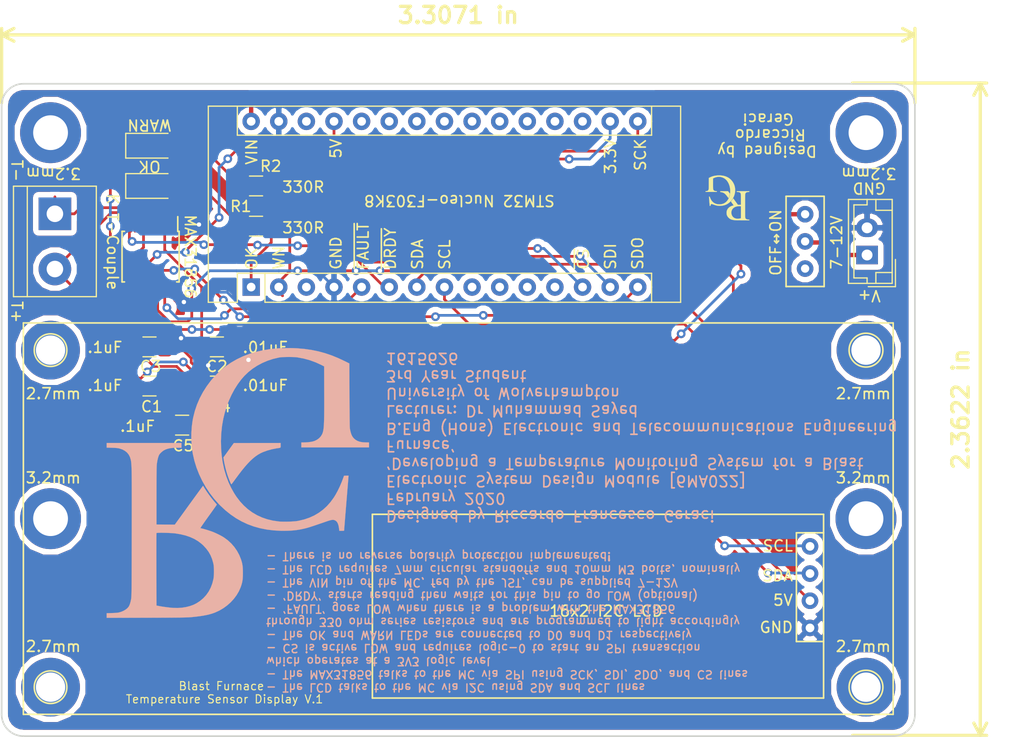
<source format=kicad_pcb>
(kicad_pcb (version 20171130) (host pcbnew "(5.0.0)")

  (general
    (thickness 1.6)
    (drawings 59)
    (tracks 283)
    (zones 0)
    (modules 25)
    (nets 37)
  )

  (page A4)
  (layers
    (0 F.Cu signal)
    (31 B.Cu signal)
    (32 B.Adhes user)
    (33 F.Adhes user)
    (34 B.Paste user)
    (35 F.Paste user)
    (36 B.SilkS user)
    (37 F.SilkS user)
    (38 B.Mask user)
    (39 F.Mask user)
    (40 Dwgs.User user)
    (41 Cmts.User user)
    (42 Eco1.User user)
    (43 Eco2.User user)
    (44 Edge.Cuts user)
    (45 Margin user)
    (46 B.CrtYd user)
    (47 F.CrtYd user)
    (48 B.Fab user)
    (49 F.Fab user)
  )

  (setup
    (last_trace_width 0.25)
    (trace_clearance 0.2)
    (zone_clearance 0.508)
    (zone_45_only no)
    (trace_min 0.2)
    (segment_width 0.2)
    (edge_width 0.15)
    (via_size 0.8)
    (via_drill 0.4)
    (via_min_size 0.4)
    (via_min_drill 0.3)
    (uvia_size 0.3)
    (uvia_drill 0.1)
    (uvias_allowed no)
    (uvia_min_size 0.2)
    (uvia_min_drill 0.1)
    (pcb_text_width 0.3)
    (pcb_text_size 1.5 1.5)
    (mod_edge_width 0.15)
    (mod_text_size 1 1)
    (mod_text_width 0.15)
    (pad_size 1.7 2)
    (pad_drill 1)
    (pad_to_mask_clearance 0.2)
    (aux_axis_origin 0 0)
    (visible_elements 7FFDFFFF)
    (pcbplotparams
      (layerselection 0x010f0_ffffffff)
      (usegerberextensions false)
      (usegerberattributes true)
      (usegerberadvancedattributes false)
      (creategerberjobfile false)
      (excludeedgelayer false)
      (linewidth 0.150000)
      (plotframeref false)
      (viasonmask false)
      (mode 1)
      (useauxorigin false)
      (hpglpennumber 1)
      (hpglpenspeed 20)
      (hpglpendiameter 15.000000)
      (psnegative false)
      (psa4output false)
      (plotreference true)
      (plotvalue true)
      (plotinvisibletext false)
      (padsonsilk false)
      (subtractmaskfromsilk false)
      (outputformat 4)
      (mirror false)
      (drillshape 0)
      (scaleselection 1)
      (outputdirectory "Gerber Files/"))
  )

  (net 0 "")
  (net 1 "Net-(0.1uF1-Pad1)")
  (net 2 GND)
  (net 3 "Net-(A1-Pad18)")
  (net 4 "Net-(A1-Pad3)")
  (net 5 "Net-(A1-Pad19)")
  (net 6 "Net-(A1-Pad20)")
  (net 7 "Net-(A1-Pad5)")
  (net 8 "Net-(A1-Pad21)")
  (net 9 "Net-(A1-Pad6)")
  (net 10 "Net-(A1-Pad22)")
  (net 11 "Net-(A1-Pad7)")
  (net 12 "Net-(A1-Pad23)")
  (net 13 "Net-(A1-Pad8)")
  (net 14 "Net-(A1-Pad24)")
  (net 15 "Net-(A1-Pad9)")
  (net 16 "Net-(A1-Pad25)")
  (net 17 "Net-(A1-Pad10)")
  (net 18 "Net-(A1-Pad26)")
  (net 19 "Net-(A1-Pad11)")
  (net 20 "Net-(A1-Pad27)")
  (net 21 "Net-(A1-Pad12)")
  (net 22 "Net-(A1-Pad28)")
  (net 23 "Net-(A1-Pad13)")
  (net 24 "Net-(A1-Pad14)")
  (net 25 "Net-(A1-Pad30)")
  (net 26 "Net-(A1-Pad15)")
  (net 27 "Net-(A1-Pad16)")
  (net 28 "Net-(J2-Pad1)")
  (net 29 "Net-(U1-Pad6)")
  (net 30 "Net-(A1-Pad1)")
  (net 31 "Net-(A1-Pad2)")
  (net 32 "Net-(CAP1-Pad2)")
  (net 33 "Net-(CAP1-Pad1)")
  (net 34 "Net-(D1-Pad2)")
  (net 35 "Net-(D2-Pad2)")
  (net 36 "Net-(SW1-Pad3)")

  (net_class Default "This is the default net class."
    (clearance 0.2)
    (trace_width 0.25)
    (via_dia 0.8)
    (via_drill 0.4)
    (uvia_dia 0.3)
    (uvia_drill 0.1)
    (add_net GND)
    (add_net "Net-(0.1uF1-Pad1)")
    (add_net "Net-(A1-Pad1)")
    (add_net "Net-(A1-Pad10)")
    (add_net "Net-(A1-Pad11)")
    (add_net "Net-(A1-Pad12)")
    (add_net "Net-(A1-Pad13)")
    (add_net "Net-(A1-Pad14)")
    (add_net "Net-(A1-Pad15)")
    (add_net "Net-(A1-Pad16)")
    (add_net "Net-(A1-Pad18)")
    (add_net "Net-(A1-Pad19)")
    (add_net "Net-(A1-Pad2)")
    (add_net "Net-(A1-Pad20)")
    (add_net "Net-(A1-Pad21)")
    (add_net "Net-(A1-Pad22)")
    (add_net "Net-(A1-Pad23)")
    (add_net "Net-(A1-Pad24)")
    (add_net "Net-(A1-Pad25)")
    (add_net "Net-(A1-Pad26)")
    (add_net "Net-(A1-Pad27)")
    (add_net "Net-(A1-Pad28)")
    (add_net "Net-(A1-Pad3)")
    (add_net "Net-(A1-Pad5)")
    (add_net "Net-(A1-Pad6)")
    (add_net "Net-(A1-Pad7)")
    (add_net "Net-(A1-Pad8)")
    (add_net "Net-(A1-Pad9)")
    (add_net "Net-(CAP1-Pad1)")
    (add_net "Net-(CAP1-Pad2)")
    (add_net "Net-(D1-Pad2)")
    (add_net "Net-(D2-Pad2)")
    (add_net "Net-(SW1-Pad3)")
    (add_net "Net-(U1-Pad6)")
  )

  (net_class Power ""
    (clearance 0.2)
    (trace_width 0.4)
    (via_dia 0.8)
    (via_drill 0.4)
    (uvia_dia 0.3)
    (uvia_drill 0.1)
    (add_net "Net-(A1-Pad30)")
    (add_net "Net-(J2-Pad1)")
  )

  (module "Blast Furnace PCB:16x2_LCD_I2C_BACKPACK" locked (layer F.Cu) (tedit 5E57FA07) (tstamp 5E9C26AD)
    (at 118.1 128.6)
    (path /5E535692)
    (fp_text reference U2 (at 14.5 8.5) (layer F.SilkS) hide
      (effects (font (size 1 1) (thickness 0.15)))
    )
    (fp_text value I2C_16x2_LCD (at 32 -19) (layer F.Fab)
      (effects (font (size 1 1) (thickness 0.15)))
    )
    (fp_line (start 34.6 16.5) (end -6.9 16.5) (layer F.SilkS) (width 0.15))
    (fp_line (start 34.6 -0.4) (end -6.9 -0.4) (layer F.SilkS) (width 0.15))
    (fp_circle (center -36.5 15.5) (end -36.5 17) (layer F.SilkS) (width 0.15))
    (fp_circle (center -36.5 -15.5) (end -36.5 -17) (layer F.SilkS) (width 0.15))
    (fp_line (start -39 -18) (end -39 18) (layer F.SilkS) (width 0.15))
    (fp_circle (center 38.5 -15.5) (end 39.6 -16.6) (layer F.SilkS) (width 0.15))
    (fp_circle (center 38.5 15.5) (end 39.6 16.6) (layer F.SilkS) (width 0.15))
    (fp_line (start 32.1 11.3) (end 34.6 11.3) (layer F.SilkS) (width 0.15))
    (fp_line (start 32.1 1.3) (end 32.1 11.3) (layer F.SilkS) (width 0.15))
    (fp_line (start 34.6 1.3) (end 32.1 1.3) (layer F.SilkS) (width 0.15))
    (fp_line (start -6.9 -0.4) (end -6.9 16.5) (layer F.SilkS) (width 0.15))
    (fp_line (start 34.6 16.5) (end 34.6 -0.4) (layer F.SilkS) (width 0.15))
    (fp_line (start 41 18) (end -39 18) (layer F.SilkS) (width 0.15))
    (fp_line (start 41 -18) (end 41 18) (layer F.SilkS) (width 0.15))
    (fp_line (start -39 -18) (end 41 -18) (layer F.SilkS) (width 0.15))
    (pad 4 thru_hole circle (at 33.35 2.55) (size 1.524 1.524) (drill 0.8) (layers *.Cu *.Mask)
      (net 13 "Net-(A1-Pad8)"))
    (pad 3 thru_hole circle (at 33.35 5.05) (size 1.524 1.524) (drill 0.8) (layers *.Cu *.Mask)
      (net 11 "Net-(A1-Pad7)"))
    (pad 2 thru_hole circle (at 33.35 7.55) (size 1.524 1.524) (drill 0.8) (layers *.Cu *.Mask)
      (net 20 "Net-(A1-Pad27)"))
    (pad 1 thru_hole circle (at 33.35 10.05) (size 1.524 1.524) (drill 0.8) (layers *.Cu *.Mask)
      (net 2 GND))
    (model "${KIPRJMOD}/FINAL LCD FOOTPRINT/LCD with Standoffs_Final.wrl"
      (at (xyz 0 0 0))
      (scale (xyz 1 1 1))
      (rotate (xyz 0 0 0))
    )
  )

  (module MountingHole:MountingHole_3.2mm_M3_DIN965_Pad (layer F.Cu) (tedit 5E51C503) (tstamp 5E630C9C)
    (at 156.6 128.6)
    (descr "Mounting Hole 3.2mm, M3, DIN965")
    (tags "mounting hole 3.2mm m3 din965")
    (attr virtual)
    (fp_text reference REF** (at 0 -3.8) (layer F.SilkS) hide
      (effects (font (size 1 1) (thickness 0.15)))
    )
    (fp_text value MountingHole_3.2mm_M3_DIN965_Pad (at 0 -4.25) (layer F.Fab)
      (effects (font (size 1 1) (thickness 0.15)))
    )
    (fp_text user %R (at 0.3 0) (layer F.Fab)
      (effects (font (size 1 1) (thickness 0.15)))
    )
    (fp_circle (center 0 0) (end 2.8 0) (layer Cmts.User) (width 0.15))
    (fp_circle (center 0 0) (end 3.05 0) (layer F.CrtYd) (width 0.05))
    (pad 1 thru_hole circle (at 0 0) (size 5.6 5.6) (drill 3.2) (layers *.Cu *.Mask))
  )

  (module MountingHole:MountingHole_3.2mm_M3_DIN965_Pad (layer F.Cu) (tedit 5E51C503) (tstamp 5E63085F)
    (at 81.6 128.6)
    (descr "Mounting Hole 3.2mm, M3, DIN965")
    (tags "mounting hole 3.2mm m3 din965")
    (attr virtual)
    (fp_text reference REF** (at 0 -3.8) (layer F.SilkS) hide
      (effects (font (size 1 1) (thickness 0.15)))
    )
    (fp_text value MountingHole_3.2mm_M3_DIN965_Pad (at 0 -4.25) (layer F.Fab)
      (effects (font (size 1 1) (thickness 0.15)))
    )
    (fp_circle (center 0 0) (end 3.05 0) (layer F.CrtYd) (width 0.05))
    (fp_circle (center 0 0) (end 2.8 0) (layer Cmts.User) (width 0.15))
    (fp_text user %R (at 0.3 0) (layer F.Fab)
      (effects (font (size 1 1) (thickness 0.15)))
    )
    (pad 1 thru_hole circle (at 0 0) (size 5.6 5.6) (drill 3.2) (layers *.Cu *.Mask))
  )

  (module MountingHole:MountingHole_2.7mm_Pad (layer F.Cu) (tedit 5E51D19E) (tstamp 5E6306FA)
    (at 81.6 113.1)
    (descr "Mounting Hole 2.7mm")
    (tags "mounting hole 2.7mm")
    (attr virtual)
    (fp_text reference REF** (at 0 -3.7) (layer F.SilkS) hide
      (effects (font (size 1 1) (thickness 0.15)))
    )
    (fp_text value MountingHole_2.7mm_Pad (at 0 3.7) (layer F.Fab)
      (effects (font (size 1 1) (thickness 0.15)))
    )
    (fp_circle (center 0 0) (end 2.95 0) (layer F.CrtYd) (width 0.05))
    (fp_circle (center 0 0) (end 2.7 0) (layer Cmts.User) (width 0.15))
    (fp_text user %R (at 0.3 0) (layer F.Fab)
      (effects (font (size 1 1) (thickness 0.15)))
    )
    (pad 1 thru_hole circle (at 0 0) (size 5.4 5.4) (drill 2.7) (layers *.Cu *.Mask))
  )

  (module MountingHole:MountingHole_2.7mm_Pad (layer F.Cu) (tedit 5E51D19E) (tstamp 5E6306CE)
    (at 156.6 113.1)
    (descr "Mounting Hole 2.7mm")
    (tags "mounting hole 2.7mm")
    (attr virtual)
    (fp_text reference REF** (at 0 -3.7) (layer F.SilkS) hide
      (effects (font (size 1 1) (thickness 0.15)))
    )
    (fp_text value MountingHole_2.7mm_Pad (at 0 3.7) (layer F.Fab)
      (effects (font (size 1 1) (thickness 0.15)))
    )
    (fp_text user %R (at 0.3 0) (layer F.Fab)
      (effects (font (size 1 1) (thickness 0.15)))
    )
    (fp_circle (center 0 0) (end 2.7 0) (layer Cmts.User) (width 0.15))
    (fp_circle (center 0 0) (end 2.95 0) (layer F.CrtYd) (width 0.05))
    (pad 1 thru_hole circle (at 0 0) (size 5.4 5.4) (drill 2.7) (layers *.Cu *.Mask))
  )

  (module "Blast Furnace PCB:50VDC_0.5_SPDT_SWITCH" (layer F.Cu) (tedit 5E5417D0) (tstamp 5EA8A6B4)
    (at 151 103.1 270)
    (path /5E565766)
    (fp_text reference SW1 (at 0.15 2.65 270) (layer F.SilkS) hide
      (effects (font (size 1 1) (thickness 0.15)))
    )
    (fp_text value POWER_SWITCH (at 0 2.9 270) (layer F.Fab)
      (effects (font (size 1 1) (thickness 0.15)))
    )
    (fp_line (start 4.15 -1.75) (end -4.15 -1.75) (layer F.SilkS) (width 0.15))
    (fp_line (start 4.15 1.75) (end 4.15 -1.75) (layer F.SilkS) (width 0.15))
    (fp_line (start -4.15 1.75) (end 4.15 1.75) (layer F.SilkS) (width 0.15))
    (fp_line (start -4.15 -1.75) (end -4.15 1.75) (layer F.SilkS) (width 0.15))
    (pad 1 thru_hole circle (at -2.5 0 270) (size 1.524 1.524) (drill 0.762) (layers *.Cu *.Mask)
      (net 25 "Net-(A1-Pad30)"))
    (pad 3 thru_hole circle (at 2.5 0 270) (size 1.524 1.524) (drill 0.762) (layers *.Cu *.Mask)
      (net 36 "Net-(SW1-Pad3)"))
    (pad 2 thru_hole circle (at 0 0 270) (size 1.524 1.524) (drill 0.762) (layers *.Cu *.Mask)
      (net 28 "Net-(J2-Pad1)"))
    (model "C:/Users/Ric/Desktop/UNI/Electronics And Telecommuncations Bach/Year 3/2. Electronic Design (Tue)/Blast Furnance PCB/Slide_Switch_3mm_SPDT/final_slide_switch_3mm_spdt.wrl"
      (at (xyz 0 0 0))
      (scale (xyz 1 1 1))
      (rotate (xyz 0 0 0))
    )
  )

  (module "Blast Furnace PCB:Arduino_Nano_Header_Nucleo_F303K8" (layer F.Cu) (tedit 5E541CFB) (tstamp 5EA84BAC)
    (at 100.05 107.3 90)
    (descr "Arduino Nano, http://www.mouser.com/pdfdocs/Gravitech_Arduino_Nano3_0.pdf")
    (tags "Arduino Nano")
    (path /5E4FA857)
    (fp_text reference A1 (at 7.45 -2.5 90) (layer F.SilkS) hide
      (effects (font (size 1 1) (thickness 0.15)))
    )
    (fp_text value STM32_Nucleo_F303K8 (at 8.89 19.05 180) (layer F.Fab)
      (effects (font (size 1 1) (thickness 0.15)))
    )
    (fp_line (start 16.75 42.16) (end -1.53 42.16) (layer F.CrtYd) (width 0.05))
    (fp_line (start 16.75 42.16) (end 16.75 -4.06) (layer F.CrtYd) (width 0.05))
    (fp_line (start -1.53 -4.06) (end -1.53 42.16) (layer F.CrtYd) (width 0.05))
    (fp_line (start -1.53 -4.06) (end 16.75 -4.06) (layer F.CrtYd) (width 0.05))
    (fp_line (start 16.51 -3.81) (end 16.51 39.37) (layer F.Fab) (width 0.1))
    (fp_line (start 0 -3.81) (end 16.51 -3.81) (layer F.Fab) (width 0.1))
    (fp_line (start -1.27 -2.54) (end 0 -3.81) (layer F.Fab) (width 0.1))
    (fp_line (start -1.27 39.37) (end -1.27 -2.54) (layer F.Fab) (width 0.1))
    (fp_line (start 16.51 39.37) (end -1.27 39.37) (layer F.Fab) (width 0.1))
    (fp_line (start 16.64 -3.94) (end -1.4 -3.94) (layer F.SilkS) (width 0.12))
    (fp_line (start 16.64 39.5) (end 16.64 -3.94) (layer F.SilkS) (width 0.12))
    (fp_line (start -1.4 39.5) (end 16.64 39.5) (layer F.SilkS) (width 0.12))
    (fp_line (start 3.81 41.91) (end 3.81 31.75) (layer F.Fab) (width 0.1))
    (fp_line (start 11.43 41.91) (end 3.81 41.91) (layer F.Fab) (width 0.1))
    (fp_line (start 11.43 31.75) (end 11.43 41.91) (layer F.Fab) (width 0.1))
    (fp_line (start 3.81 31.75) (end 11.43 31.75) (layer F.Fab) (width 0.1))
    (fp_line (start 1.27 36.83) (end -1.4 36.83) (layer F.SilkS) (width 0.12))
    (fp_line (start 1.27 1.27) (end 1.27 36.83) (layer F.SilkS) (width 0.12))
    (fp_line (start 1.27 1.27) (end -1.4 1.27) (layer F.SilkS) (width 0.12))
    (fp_line (start 13.97 36.83) (end 16.64 36.83) (layer F.SilkS) (width 0.12))
    (fp_line (start 13.97 -1.27) (end 13.97 36.83) (layer F.SilkS) (width 0.12))
    (fp_line (start 13.97 -1.27) (end 16.64 -1.27) (layer F.SilkS) (width 0.12))
    (fp_line (start -1.4 -3.94) (end -1.4 -1.27) (layer F.SilkS) (width 0.12))
    (fp_line (start -1.4 1.27) (end -1.4 39.5) (layer F.SilkS) (width 0.12))
    (fp_line (start 1.27 -1.27) (end -1.4 -1.27) (layer F.SilkS) (width 0.12))
    (fp_line (start 1.27 1.27) (end 1.27 -1.27) (layer F.SilkS) (width 0.12))
    (fp_text user %R (at 6.35 19.05 180) (layer F.Fab)
      (effects (font (size 1 1) (thickness 0.15)))
    )
    (pad 16 thru_hole oval (at 15.24 35.56 90) (size 1.6 1.6) (drill 0.8) (layers *.Cu *.Mask)
      (net 27 "Net-(A1-Pad16)"))
    (pad 15 thru_hole oval (at 0 35.56 90) (size 1.6 1.6) (drill 0.8) (layers *.Cu *.Mask)
      (net 26 "Net-(A1-Pad15)"))
    (pad 30 thru_hole oval (at 15.24 0 90) (size 1.6 1.6) (drill 0.8) (layers *.Cu *.Mask)
      (net 25 "Net-(A1-Pad30)"))
    (pad 14 thru_hole oval (at 0 33.02 90) (size 1.6 1.6) (drill 0.8) (layers *.Cu *.Mask)
      (net 24 "Net-(A1-Pad14)"))
    (pad 29 thru_hole oval (at 15.24 2.54 90) (size 1.6 1.6) (drill 0.8) (layers *.Cu *.Mask)
      (net 2 GND))
    (pad 13 thru_hole oval (at 0 30.48 90) (size 1.6 1.6) (drill 0.8) (layers *.Cu *.Mask)
      (net 23 "Net-(A1-Pad13)"))
    (pad 28 thru_hole oval (at 15.24 5.08 90) (size 1.6 1.6) (drill 0.8) (layers *.Cu *.Mask)
      (net 22 "Net-(A1-Pad28)"))
    (pad 12 thru_hole oval (at 0 27.94 90) (size 1.6 1.6) (drill 0.8) (layers *.Cu *.Mask)
      (net 21 "Net-(A1-Pad12)"))
    (pad 27 thru_hole oval (at 15.24 7.62 90) (size 1.6 1.6) (drill 0.8) (layers *.Cu *.Mask)
      (net 20 "Net-(A1-Pad27)"))
    (pad 11 thru_hole oval (at 0 25.4 90) (size 1.6 1.6) (drill 0.8) (layers *.Cu *.Mask)
      (net 19 "Net-(A1-Pad11)"))
    (pad 26 thru_hole oval (at 15.24 10.16 90) (size 1.6 1.6) (drill 0.8) (layers *.Cu *.Mask)
      (net 18 "Net-(A1-Pad26)"))
    (pad 10 thru_hole oval (at 0 22.86 90) (size 1.6 1.6) (drill 0.8) (layers *.Cu *.Mask)
      (net 17 "Net-(A1-Pad10)"))
    (pad 25 thru_hole oval (at 15.24 12.7 90) (size 1.6 1.6) (drill 0.8) (layers *.Cu *.Mask)
      (net 16 "Net-(A1-Pad25)"))
    (pad 9 thru_hole oval (at 0 20.32 90) (size 1.6 1.6) (drill 0.8) (layers *.Cu *.Mask)
      (net 15 "Net-(A1-Pad9)"))
    (pad 24 thru_hole oval (at 15.24 15.24 90) (size 1.6 1.6) (drill 0.8) (layers *.Cu *.Mask)
      (net 14 "Net-(A1-Pad24)"))
    (pad 8 thru_hole oval (at 0 17.78 90) (size 1.6 1.6) (drill 0.8) (layers *.Cu *.Mask)
      (net 13 "Net-(A1-Pad8)"))
    (pad 23 thru_hole oval (at 15.24 17.78 90) (size 1.6 1.6) (drill 0.8) (layers *.Cu *.Mask)
      (net 12 "Net-(A1-Pad23)"))
    (pad 7 thru_hole oval (at 0 15.24 90) (size 1.6 1.6) (drill 0.8) (layers *.Cu *.Mask)
      (net 11 "Net-(A1-Pad7)"))
    (pad 22 thru_hole oval (at 15.24 20.32 90) (size 1.6 1.6) (drill 0.8) (layers *.Cu *.Mask)
      (net 10 "Net-(A1-Pad22)"))
    (pad 6 thru_hole oval (at 0 12.7 90) (size 1.6 1.6) (drill 0.8) (layers *.Cu *.Mask)
      (net 9 "Net-(A1-Pad6)"))
    (pad 21 thru_hole oval (at 15.24 22.86 90) (size 1.6 1.6) (drill 0.8) (layers *.Cu *.Mask)
      (net 8 "Net-(A1-Pad21)"))
    (pad 5 thru_hole oval (at 0 10.16 90) (size 1.6 1.6) (drill 0.8) (layers *.Cu *.Mask)
      (net 7 "Net-(A1-Pad5)"))
    (pad 20 thru_hole oval (at 15.24 25.4 90) (size 1.6 1.6) (drill 0.8) (layers *.Cu *.Mask)
      (net 6 "Net-(A1-Pad20)"))
    (pad 4 thru_hole oval (at 0 7.62 90) (size 1.6 1.6) (drill 0.8) (layers *.Cu *.Mask)
      (net 2 GND))
    (pad 19 thru_hole oval (at 15.24 27.94 90) (size 1.6 1.6) (drill 0.8) (layers *.Cu *.Mask)
      (net 5 "Net-(A1-Pad19)"))
    (pad 3 thru_hole oval (at 0 5.08 90) (size 1.6 1.6) (drill 0.8) (layers *.Cu *.Mask)
      (net 4 "Net-(A1-Pad3)"))
    (pad 18 thru_hole oval (at 15.24 30.48 90) (size 1.6 1.6) (drill 0.8) (layers *.Cu *.Mask)
      (net 3 "Net-(A1-Pad18)"))
    (pad 2 thru_hole oval (at 0 2.54 90) (size 1.6 1.6) (drill 0.8) (layers *.Cu *.Mask)
      (net 31 "Net-(A1-Pad2)"))
    (pad 17 thru_hole oval (at 15.24 33.02 90) (size 1.6 1.6) (drill 0.8) (layers *.Cu *.Mask)
      (net 1 "Net-(0.1uF1-Pad1)"))
    (pad 1 thru_hole rect (at 0 0 90) (size 1.6 1.6) (drill 0.8) (layers *.Cu *.Mask)
      (net 30 "Net-(A1-Pad1)"))
    (model "C:/Users/Ric/Desktop/UNI/Electronics And Telecommuncations Bach/Year 3/2. Electronic Design (Tue)/Blast Furnance PCB/nucleo_f303k8_aligned_arduino_footprint_v405_cp.wrl"
      (at (xyz 0 0 0))
      (scale (xyz 1 1 1))
      (rotate (xyz 0 0 0))
    )
  )

  (module "Blast Furnace PCB:TerminalBlock_bornier-2_P5.08mm" (layer F.Cu) (tedit 5E5419A1) (tstamp 5EA853E0)
    (at 82 100.56 270)
    (descr "simple 2-pin terminal block, pitch 5.08mm, revamped version of bornier2")
    (tags "terminal block bornier2")
    (path /5E51400E)
    (fp_text reference J1 (at 2.54 -5.2 270) (layer F.SilkS) hide
      (effects (font (size 1 1) (thickness 0.15)))
    )
    (fp_text value Thermocouple_Screw_Terminal_01x02 (at 2.54 5.08 270) (layer F.Fab)
      (effects (font (size 1 1) (thickness 0.15)))
    )
    (fp_line (start 7.79 4) (end -2.71 4) (layer F.CrtYd) (width 0.05))
    (fp_line (start 7.79 4) (end 7.79 -4) (layer F.CrtYd) (width 0.05))
    (fp_line (start -2.71 -4) (end -2.71 4) (layer F.CrtYd) (width 0.05))
    (fp_line (start -2.71 -4) (end 7.79 -4) (layer F.CrtYd) (width 0.05))
    (fp_line (start -2.54 3.81) (end 7.62 3.81) (layer F.SilkS) (width 0.12))
    (fp_line (start -2.54 -3.81) (end -2.54 3.81) (layer F.SilkS) (width 0.12))
    (fp_line (start 7.62 -3.81) (end -2.54 -3.81) (layer F.SilkS) (width 0.12))
    (fp_line (start 7.62 3.81) (end 7.62 -3.81) (layer F.SilkS) (width 0.12))
    (fp_line (start 7.62 2.54) (end -2.54 2.54) (layer F.SilkS) (width 0.12))
    (fp_line (start 7.54 -3.75) (end -2.46 -3.75) (layer F.Fab) (width 0.1))
    (fp_line (start 7.54 3.75) (end 7.54 -3.75) (layer F.Fab) (width 0.1))
    (fp_line (start -2.46 3.75) (end 7.54 3.75) (layer F.Fab) (width 0.1))
    (fp_line (start -2.46 -3.75) (end -2.46 3.75) (layer F.Fab) (width 0.1))
    (fp_line (start -2.41 2.55) (end 7.49 2.55) (layer F.Fab) (width 0.1))
    (fp_text user %R (at 2.54 0 270) (layer F.Fab)
      (effects (font (size 1 1) (thickness 0.15)))
    )
    (pad 2 thru_hole circle (at 5.08 0 270) (size 3 3) (drill 1.52) (layers *.Cu *.Mask)
      (net 33 "Net-(CAP1-Pad1)"))
    (pad 1 thru_hole rect (at 0 0 270) (size 3 3) (drill 1.52) (layers *.Cu *.Mask)
      (net 32 "Net-(CAP1-Pad2)"))
    (model "C:/Users/Ric/Desktop/UNI/Electronics And Telecommuncations Bach/Year 3/2. Electronic Design (Tue)/Blast Furnance PCB/Screw Terminal/Screw Terminal Block 5mm v2.wrl"
      (at (xyz 0 0 0))
      (scale (xyz 1 1 1))
      (rotate (xyz 0 0 0))
    )
  )

  (module MountingHole:MountingHole_2.7mm_Pad (layer F.Cu) (tedit 5E51D19E) (tstamp 5E8FF503)
    (at 156.6 144.1)
    (descr "Mounting Hole 2.7mm")
    (tags "mounting hole 2.7mm")
    (attr virtual)
    (fp_text reference REF** (at 0 -3.7) (layer F.SilkS) hide
      (effects (font (size 1 1) (thickness 0.15)))
    )
    (fp_text value MountingHole_2.7mm_Pad (at 0 3.7) (layer F.Fab)
      (effects (font (size 1 1) (thickness 0.15)))
    )
    (fp_circle (center 0 0) (end 2.95 0) (layer F.CrtYd) (width 0.05))
    (fp_circle (center 0 0) (end 2.7 0) (layer Cmts.User) (width 0.15))
    (fp_text user %R (at 0.3 0) (layer F.Fab)
      (effects (font (size 1 1) (thickness 0.15)))
    )
    (pad 1 thru_hole circle (at 0 0) (size 5.4 5.4) (drill 2.7) (layers *.Cu *.Mask))
  )

  (module MountingHole:MountingHole_2.7mm_Pad (layer F.Cu) (tedit 5E51D19A) (tstamp 5E901E0B)
    (at 81.6 144.1)
    (descr "Mounting Hole 2.7mm")
    (tags "mounting hole 2.7mm")
    (attr virtual)
    (fp_text reference REF** (at 0 -3.7) (layer F.SilkS) hide
      (effects (font (size 1 1) (thickness 0.15)))
    )
    (fp_text value MountingHole_2.7mm_Pad (at 0 3.7) (layer F.Fab)
      (effects (font (size 1 1) (thickness 0.15)))
    )
    (fp_circle (center 0 0) (end 2.95 0) (layer F.CrtYd) (width 0.05))
    (fp_circle (center 0 0) (end 2.7 0) (layer Cmts.User) (width 0.15))
    (fp_text user %R (at 0.3 0) (layer F.Fab)
      (effects (font (size 1 1) (thickness 0.15)))
    )
    (pad 1 thru_hole circle (at 0 0) (size 5.4 5.4) (drill 2.7) (layers *.Cu *.Mask))
  )

  (module MountingHole:MountingHole_3.2mm_M3_DIN965_Pad (layer F.Cu) (tedit 5E51C50B) (tstamp 5E900B42)
    (at 156.6 93.1)
    (descr "Mounting Hole 3.2mm, M3, DIN965")
    (tags "mounting hole 3.2mm m3 din965")
    (attr virtual)
    (fp_text reference REF** (at -4.75 -2.5) (layer F.SilkS) hide
      (effects (font (size 1 1) (thickness 0.15)))
    )
    (fp_text value MountingHole_3.2mm_M3_DIN965_Pad (at 0 3.8) (layer F.Fab)
      (effects (font (size 1 1) (thickness 0.15)))
    )
    (fp_text user %R (at 0.3 0) (layer F.Fab)
      (effects (font (size 1 1) (thickness 0.15)))
    )
    (fp_circle (center 0 0) (end 2.8 0) (layer Cmts.User) (width 0.15))
    (fp_circle (center 0 0) (end 3.05 0) (layer F.CrtYd) (width 0.05))
    (pad 1 thru_hole circle (at 0 0) (size 5.6 5.6) (drill 3.2) (layers *.Cu *.Mask))
  )

  (module MountingHole:MountingHole_3.2mm_M3_DIN965_Pad (layer F.Cu) (tedit 5E51C503) (tstamp 5E901EFE)
    (at 81.6 93.1)
    (descr "Mounting Hole 3.2mm, M3, DIN965")
    (tags "mounting hole 3.2mm m3 din965")
    (attr virtual)
    (fp_text reference REF** (at 0 -3.8) (layer F.SilkS) hide
      (effects (font (size 1 1) (thickness 0.15)))
    )
    (fp_text value MountingHole_3.2mm_M3_DIN965_Pad (at 2 -7) (layer F.Fab)
      (effects (font (size 1 1) (thickness 0.15)))
    )
    (fp_text user %R (at 0.3 0) (layer F.Fab)
      (effects (font (size 1 1) (thickness 0.15)))
    )
    (fp_circle (center 0 0) (end 2.8 0) (layer Cmts.User) (width 0.15))
    (fp_circle (center 0 0) (end 3.05 0) (layer F.CrtYd) (width 0.05))
    (pad 1 thru_hole circle (at 0 0) (size 5.6 5.6) (drill 3.2) (layers *.Cu *.Mask))
  )

  (module Connector_JST:JST_EH_B02B-EH-A_1x02_P2.50mm_Vertical (layer F.Cu) (tedit 5E5417CB) (tstamp 5EA8A687)
    (at 156.7 104.35 90)
    (descr "JST EH series connector, B02B-EH-A (http://www.jst-mfg.com/product/pdf/eng/eEH.pdf), generated with kicad-footprint-generator")
    (tags "connector JST EH side entry")
    (path /5E51B30F)
    (fp_text reference J2 (at 1.149999 -2.6 90) (layer F.SilkS) hide
      (effects (font (size 1 1) (thickness 0.15)))
    )
    (fp_text value 9V_Conn_01x02 (at 1.25 3.4 90) (layer F.Fab)
      (effects (font (size 1 1) (thickness 0.15)))
    )
    (fp_line (start -2.5 -1.6) (end -2.5 2.2) (layer F.Fab) (width 0.1))
    (fp_line (start -2.5 2.2) (end 5 2.2) (layer F.Fab) (width 0.1))
    (fp_line (start 5 2.2) (end 5 -1.6) (layer F.Fab) (width 0.1))
    (fp_line (start 5 -1.6) (end -2.5 -1.6) (layer F.Fab) (width 0.1))
    (fp_line (start -3 -2.1) (end -3 2.7) (layer F.CrtYd) (width 0.05))
    (fp_line (start -3 2.7) (end 5.5 2.7) (layer F.CrtYd) (width 0.05))
    (fp_line (start 5.5 2.7) (end 5.5 -2.1) (layer F.CrtYd) (width 0.05))
    (fp_line (start 5.5 -2.1) (end -3 -2.1) (layer F.CrtYd) (width 0.05))
    (fp_line (start -2.61 -1.71) (end -2.61 2.31) (layer F.SilkS) (width 0.12))
    (fp_line (start -2.61 2.31) (end 5.11 2.31) (layer F.SilkS) (width 0.12))
    (fp_line (start 5.11 2.31) (end 5.11 -1.71) (layer F.SilkS) (width 0.12))
    (fp_line (start 5.11 -1.71) (end -2.61 -1.71) (layer F.SilkS) (width 0.12))
    (fp_line (start -2.61 0) (end -2.11 0) (layer F.SilkS) (width 0.12))
    (fp_line (start -2.11 0) (end -2.11 -1.21) (layer F.SilkS) (width 0.12))
    (fp_line (start -2.11 -1.21) (end 4.61 -1.21) (layer F.SilkS) (width 0.12))
    (fp_line (start 4.61 -1.21) (end 4.61 0) (layer F.SilkS) (width 0.12))
    (fp_line (start 4.61 0) (end 5.11 0) (layer F.SilkS) (width 0.12))
    (fp_line (start -2.61 0.81) (end -1.61 0.81) (layer F.SilkS) (width 0.12))
    (fp_line (start -1.61 0.81) (end -1.61 2.31) (layer F.SilkS) (width 0.12))
    (fp_line (start 5.11 0.81) (end 4.11 0.81) (layer F.SilkS) (width 0.12))
    (fp_line (start 4.11 0.81) (end 4.11 2.31) (layer F.SilkS) (width 0.12))
    (fp_line (start -2.91 0.11) (end -2.91 2.61) (layer F.SilkS) (width 0.12))
    (fp_line (start -2.91 2.61) (end -0.41 2.61) (layer F.SilkS) (width 0.12))
    (fp_line (start -2.91 0.11) (end -2.91 2.61) (layer F.Fab) (width 0.1))
    (fp_line (start -2.91 2.61) (end -0.41 2.61) (layer F.Fab) (width 0.1))
    (fp_text user %R (at 1.25 1.5 90) (layer F.Fab)
      (effects (font (size 1 1) (thickness 0.15)))
    )
    (pad 1 thru_hole rect (at 0 0 90) (size 1.7 2) (drill 1) (layers *.Cu *.Mask)
      (net 28 "Net-(J2-Pad1)"))
    (pad 2 thru_hole oval (at 2.5 0 90) (size 1.7 2) (drill 1) (layers *.Cu *.Mask)
      (net 2 GND))
    (model ${KISYS3DMOD}/Connector_JST.3dshapes/JST_EH_B02B-EH-A_1x02_P2.50mm_Vertical.wrl
      (at (xyz 0 0 0))
      (scale (xyz 1 1 1))
      (rotate (xyz 0 0 0))
    )
  )

  (module Capacitor_SMD:C_1206_3216Metric (layer F.Cu) (tedit 5E56DE46) (tstamp 5EA8D076)
    (at 93.7 120)
    (descr "Capacitor SMD 1206 (3216 Metric), square (rectangular) end terminal, IPC_7351 nominal, (Body size source: http://www.tortai-tech.com/upload/download/2011102023233369053.pdf), generated with kicad-footprint-generator")
    (tags capacitor)
    (path /5E4F21B3)
    (attr smd)
    (fp_text reference 0.1uF1 (at 0.15 1.85) (layer F.SilkS) hide
      (effects (font (size 1 1) (thickness 0.15)))
    )
    (fp_text value .1uF (at -4.1 0.1 180) (layer F.SilkS)
      (effects (font (size 1 1) (thickness 0.15)))
    )
    (fp_text user %R (at 0 0) (layer F.Fab)
      (effects (font (size 0.8 0.8) (thickness 0.12)))
    )
    (fp_line (start 2.28 1.12) (end -2.28 1.12) (layer F.CrtYd) (width 0.05))
    (fp_line (start 2.28 -1.12) (end 2.28 1.12) (layer F.CrtYd) (width 0.05))
    (fp_line (start -2.28 -1.12) (end 2.28 -1.12) (layer F.CrtYd) (width 0.05))
    (fp_line (start -2.28 1.12) (end -2.28 -1.12) (layer F.CrtYd) (width 0.05))
    (fp_line (start -0.602064 0.91) (end 0.602064 0.91) (layer F.SilkS) (width 0.12))
    (fp_line (start -0.602064 -0.91) (end 0.602064 -0.91) (layer F.SilkS) (width 0.12))
    (fp_line (start 1.6 0.8) (end -1.6 0.8) (layer F.Fab) (width 0.1))
    (fp_line (start 1.6 -0.8) (end 1.6 0.8) (layer F.Fab) (width 0.1))
    (fp_line (start -1.6 -0.8) (end 1.6 -0.8) (layer F.Fab) (width 0.1))
    (fp_line (start -1.6 0.8) (end -1.6 -0.8) (layer F.Fab) (width 0.1))
    (pad 2 smd roundrect (at 1.4 0) (size 1.25 1.75) (layers F.Cu F.Paste F.Mask) (roundrect_rratio 0.2)
      (net 2 GND))
    (pad 1 smd roundrect (at -1.4 0) (size 1.25 1.75) (layers F.Cu F.Paste F.Mask) (roundrect_rratio 0.2)
      (net 1 "Net-(0.1uF1-Pad1)"))
    (model ${KISYS3DMOD}/Capacitor_SMD.3dshapes/C_1206_3216Metric.wrl
      (at (xyz 0 0 0))
      (scale (xyz 1 1 1))
      (rotate (xyz 0 0 0))
    )
  )

  (module Capacitor_SMD:C_1206_3216Metric (layer F.Cu) (tedit 5E56DF12) (tstamp 5EA8D087)
    (at 90.7 116.4)
    (descr "Capacitor SMD 1206 (3216 Metric), square (rectangular) end terminal, IPC_7351 nominal, (Body size source: http://www.tortai-tech.com/upload/download/2011102023233369053.pdf), generated with kicad-footprint-generator")
    (tags capacitor)
    (path /5E4F2482)
    (attr smd)
    (fp_text reference CAP1 (at 0 -1.82) (layer F.SilkS) hide
      (effects (font (size 1 1) (thickness 0.15)))
    )
    (fp_text value .1uF (at -4.1 -0.05) (layer F.SilkS)
      (effects (font (size 1 1) (thickness 0.15)))
    )
    (fp_line (start -1.6 0.8) (end -1.6 -0.8) (layer F.Fab) (width 0.1))
    (fp_line (start -1.6 -0.8) (end 1.6 -0.8) (layer F.Fab) (width 0.1))
    (fp_line (start 1.6 -0.8) (end 1.6 0.8) (layer F.Fab) (width 0.1))
    (fp_line (start 1.6 0.8) (end -1.6 0.8) (layer F.Fab) (width 0.1))
    (fp_line (start -0.602064 -0.91) (end 0.602064 -0.91) (layer F.SilkS) (width 0.12))
    (fp_line (start -0.602064 0.91) (end 0.602064 0.91) (layer F.SilkS) (width 0.12))
    (fp_line (start -2.28 1.12) (end -2.28 -1.12) (layer F.CrtYd) (width 0.05))
    (fp_line (start -2.28 -1.12) (end 2.28 -1.12) (layer F.CrtYd) (width 0.05))
    (fp_line (start 2.28 -1.12) (end 2.28 1.12) (layer F.CrtYd) (width 0.05))
    (fp_line (start 2.28 1.12) (end -2.28 1.12) (layer F.CrtYd) (width 0.05))
    (fp_text user %R (at 0 0) (layer F.Fab)
      (effects (font (size 0.8 0.8) (thickness 0.12)))
    )
    (pad 1 smd roundrect (at -1.4 0) (size 1.25 1.75) (layers F.Cu F.Paste F.Mask) (roundrect_rratio 0.2)
      (net 33 "Net-(CAP1-Pad1)"))
    (pad 2 smd roundrect (at 1.4 0) (size 1.25 1.75) (layers F.Cu F.Paste F.Mask) (roundrect_rratio 0.2)
      (net 32 "Net-(CAP1-Pad2)"))
    (model ${KISYS3DMOD}/Capacitor_SMD.3dshapes/C_1206_3216Metric.wrl
      (at (xyz 0 0 0))
      (scale (xyz 1 1 1))
      (rotate (xyz 0 0 0))
    )
  )

  (module Capacitor_SMD:C_1206_3216Metric (layer F.Cu) (tedit 5E56DE53) (tstamp 5EA8D098)
    (at 96.9 112.8)
    (descr "Capacitor SMD 1206 (3216 Metric), square (rectangular) end terminal, IPC_7351 nominal, (Body size source: http://www.tortai-tech.com/upload/download/2011102023233369053.pdf), generated with kicad-footprint-generator")
    (tags capacitor)
    (path /5E4F2D5F)
    (attr smd)
    (fp_text reference CAP2 (at 0 -1.82) (layer F.SilkS) hide
      (effects (font (size 1 1) (thickness 0.15)))
    )
    (fp_text value .01uF (at 4.45 0.05) (layer F.SilkS)
      (effects (font (size 1 1) (thickness 0.15)))
    )
    (fp_line (start -1.6 0.8) (end -1.6 -0.8) (layer F.Fab) (width 0.1))
    (fp_line (start -1.6 -0.8) (end 1.6 -0.8) (layer F.Fab) (width 0.1))
    (fp_line (start 1.6 -0.8) (end 1.6 0.8) (layer F.Fab) (width 0.1))
    (fp_line (start 1.6 0.8) (end -1.6 0.8) (layer F.Fab) (width 0.1))
    (fp_line (start -0.602064 -0.91) (end 0.602064 -0.91) (layer F.SilkS) (width 0.12))
    (fp_line (start -0.602064 0.91) (end 0.602064 0.91) (layer F.SilkS) (width 0.12))
    (fp_line (start -2.28 1.12) (end -2.28 -1.12) (layer F.CrtYd) (width 0.05))
    (fp_line (start -2.28 -1.12) (end 2.28 -1.12) (layer F.CrtYd) (width 0.05))
    (fp_line (start 2.28 -1.12) (end 2.28 1.12) (layer F.CrtYd) (width 0.05))
    (fp_line (start 2.28 1.12) (end -2.28 1.12) (layer F.CrtYd) (width 0.05))
    (fp_text user %R (at 0 0) (layer F.Fab)
      (effects (font (size 0.8 0.8) (thickness 0.12)))
    )
    (pad 1 smd roundrect (at -1.4 0) (size 1.25 1.75) (layers F.Cu F.Paste F.Mask) (roundrect_rratio 0.2)
      (net 32 "Net-(CAP1-Pad2)"))
    (pad 2 smd roundrect (at 1.4 0) (size 1.25 1.75) (layers F.Cu F.Paste F.Mask) (roundrect_rratio 0.2)
      (net 2 GND))
    (model ${KISYS3DMOD}/Capacitor_SMD.3dshapes/C_1206_3216Metric.wrl
      (at (xyz 0 0 0))
      (scale (xyz 1 1 1))
      (rotate (xyz 0 0 0))
    )
  )

  (module Capacitor_SMD:C_1206_3216Metric (layer F.Cu) (tedit 5E56DE5B) (tstamp 5EA8D0A9)
    (at 90.7 112.8)
    (descr "Capacitor SMD 1206 (3216 Metric), square (rectangular) end terminal, IPC_7351 nominal, (Body size source: http://www.tortai-tech.com/upload/download/2011102023233369053.pdf), generated with kicad-footprint-generator")
    (tags capacitor)
    (path /5E4F0036)
    (attr smd)
    (fp_text reference CAP3 (at 0 -1.82) (layer F.SilkS) hide
      (effects (font (size 1 1) (thickness 0.15)))
    )
    (fp_text value .1uF (at -4.1 0.05) (layer F.SilkS)
      (effects (font (size 1 1) (thickness 0.15)))
    )
    (fp_line (start -1.6 0.8) (end -1.6 -0.8) (layer F.Fab) (width 0.1))
    (fp_line (start -1.6 -0.8) (end 1.6 -0.8) (layer F.Fab) (width 0.1))
    (fp_line (start 1.6 -0.8) (end 1.6 0.8) (layer F.Fab) (width 0.1))
    (fp_line (start 1.6 0.8) (end -1.6 0.8) (layer F.Fab) (width 0.1))
    (fp_line (start -0.602064 -0.91) (end 0.602064 -0.91) (layer F.SilkS) (width 0.12))
    (fp_line (start -0.602064 0.91) (end 0.602064 0.91) (layer F.SilkS) (width 0.12))
    (fp_line (start -2.28 1.12) (end -2.28 -1.12) (layer F.CrtYd) (width 0.05))
    (fp_line (start -2.28 -1.12) (end 2.28 -1.12) (layer F.CrtYd) (width 0.05))
    (fp_line (start 2.28 -1.12) (end 2.28 1.12) (layer F.CrtYd) (width 0.05))
    (fp_line (start 2.28 1.12) (end -2.28 1.12) (layer F.CrtYd) (width 0.05))
    (fp_text user %R (at 0 0) (layer F.Fab)
      (effects (font (size 0.8 0.8) (thickness 0.12)))
    )
    (pad 1 smd roundrect (at -1.4 0) (size 1.25 1.75) (layers F.Cu F.Paste F.Mask) (roundrect_rratio 0.2)
      (net 1 "Net-(0.1uF1-Pad1)"))
    (pad 2 smd roundrect (at 1.4 0) (size 1.25 1.75) (layers F.Cu F.Paste F.Mask) (roundrect_rratio 0.2)
      (net 2 GND))
    (model ${KISYS3DMOD}/Capacitor_SMD.3dshapes/C_1206_3216Metric.wrl
      (at (xyz 0 0 0))
      (scale (xyz 1 1 1))
      (rotate (xyz 0 0 0))
    )
  )

  (module Capacitor_SMD:C_1206_3216Metric (layer F.Cu) (tedit 5E56DE4D) (tstamp 5EA8D0BA)
    (at 96.9 116.4)
    (descr "Capacitor SMD 1206 (3216 Metric), square (rectangular) end terminal, IPC_7351 nominal, (Body size source: http://www.tortai-tech.com/upload/download/2011102023233369053.pdf), generated with kicad-footprint-generator")
    (tags capacitor)
    (path /5E4F2380)
    (attr smd)
    (fp_text reference CAP4 (at 0 -1.82) (layer F.SilkS) hide
      (effects (font (size 1 1) (thickness 0.15)))
    )
    (fp_text value .01uF (at 4.45 -0.05) (layer F.SilkS)
      (effects (font (size 1 1) (thickness 0.15)))
    )
    (fp_text user %R (at 0 0) (layer F.Fab)
      (effects (font (size 0.8 0.8) (thickness 0.12)))
    )
    (fp_line (start 2.28 1.12) (end -2.28 1.12) (layer F.CrtYd) (width 0.05))
    (fp_line (start 2.28 -1.12) (end 2.28 1.12) (layer F.CrtYd) (width 0.05))
    (fp_line (start -2.28 -1.12) (end 2.28 -1.12) (layer F.CrtYd) (width 0.05))
    (fp_line (start -2.28 1.12) (end -2.28 -1.12) (layer F.CrtYd) (width 0.05))
    (fp_line (start -0.602064 0.91) (end 0.602064 0.91) (layer F.SilkS) (width 0.12))
    (fp_line (start -0.602064 -0.91) (end 0.602064 -0.91) (layer F.SilkS) (width 0.12))
    (fp_line (start 1.6 0.8) (end -1.6 0.8) (layer F.Fab) (width 0.1))
    (fp_line (start 1.6 -0.8) (end 1.6 0.8) (layer F.Fab) (width 0.1))
    (fp_line (start -1.6 -0.8) (end 1.6 -0.8) (layer F.Fab) (width 0.1))
    (fp_line (start -1.6 0.8) (end -1.6 -0.8) (layer F.Fab) (width 0.1))
    (pad 2 smd roundrect (at 1.4 0) (size 1.25 1.75) (layers F.Cu F.Paste F.Mask) (roundrect_rratio 0.2)
      (net 2 GND))
    (pad 1 smd roundrect (at -1.4 0) (size 1.25 1.75) (layers F.Cu F.Paste F.Mask) (roundrect_rratio 0.2)
      (net 33 "Net-(CAP1-Pad1)"))
    (model ${KISYS3DMOD}/Capacitor_SMD.3dshapes/C_1206_3216Metric.wrl
      (at (xyz 0 0 0))
      (scale (xyz 1 1 1))
      (rotate (xyz 0 0 0))
    )
  )

  (module LED_SMD:LED_1206_3216Metric (layer F.Cu) (tedit 5E54185F) (tstamp 5EA8D0CD)
    (at 90.8 98)
    (descr "LED SMD 1206 (3216 Metric), square (rectangular) end terminal, IPC_7351 nominal, (Body size source: http://www.tortai-tech.com/upload/download/2011102023233369053.pdf), generated with kicad-footprint-generator")
    (tags diode)
    (path /5E527874)
    (attr smd)
    (fp_text reference D1 (at 0 -1.82) (layer F.SilkS) hide
      (effects (font (size 1 1) (thickness 0.15)))
    )
    (fp_text value OK_LED (at 0 1.82) (layer F.Fab)
      (effects (font (size 1 1) (thickness 0.15)))
    )
    (fp_text user %R (at 0 0) (layer F.Fab)
      (effects (font (size 0.8 0.8) (thickness 0.12)))
    )
    (fp_line (start 2.28 1.12) (end -2.28 1.12) (layer F.CrtYd) (width 0.05))
    (fp_line (start 2.28 -1.12) (end 2.28 1.12) (layer F.CrtYd) (width 0.05))
    (fp_line (start -2.28 -1.12) (end 2.28 -1.12) (layer F.CrtYd) (width 0.05))
    (fp_line (start -2.28 1.12) (end -2.28 -1.12) (layer F.CrtYd) (width 0.05))
    (fp_line (start -2.285 1.135) (end 1.6 1.135) (layer F.SilkS) (width 0.12))
    (fp_line (start -2.285 -1.135) (end -2.285 1.135) (layer F.SilkS) (width 0.12))
    (fp_line (start 1.6 -1.135) (end -2.285 -1.135) (layer F.SilkS) (width 0.12))
    (fp_line (start 1.6 0.8) (end 1.6 -0.8) (layer F.Fab) (width 0.1))
    (fp_line (start -1.6 0.8) (end 1.6 0.8) (layer F.Fab) (width 0.1))
    (fp_line (start -1.6 -0.4) (end -1.6 0.8) (layer F.Fab) (width 0.1))
    (fp_line (start -1.2 -0.8) (end -1.6 -0.4) (layer F.Fab) (width 0.1))
    (fp_line (start 1.6 -0.8) (end -1.2 -0.8) (layer F.Fab) (width 0.1))
    (pad 2 smd roundrect (at 1.4 0) (size 1.25 1.75) (layers F.Cu F.Paste F.Mask) (roundrect_rratio 0.2)
      (net 34 "Net-(D1-Pad2)"))
    (pad 1 smd roundrect (at -1.4 0) (size 1.25 1.75) (layers F.Cu F.Paste F.Mask) (roundrect_rratio 0.2)
      (net 2 GND))
    (model ${KISYS3DMOD}/LED_SMD.3dshapes/LED_1206_3216Metric.wrl
      (at (xyz 0 0 0))
      (scale (xyz 1 1 1))
      (rotate (xyz 0 0 0))
    )
  )

  (module LED_SMD:LED_1206_3216Metric (layer F.Cu) (tedit 5E541867) (tstamp 5EA8D0E0)
    (at 90.8 94.3)
    (descr "LED SMD 1206 (3216 Metric), square (rectangular) end terminal, IPC_7351 nominal, (Body size source: http://www.tortai-tech.com/upload/download/2011102023233369053.pdf), generated with kicad-footprint-generator")
    (tags diode)
    (path /5E520D7B)
    (attr smd)
    (fp_text reference D2 (at 0 -1.82) (layer F.SilkS) hide
      (effects (font (size 1 1) (thickness 0.15)))
    )
    (fp_text value WARN_LED (at 0 1.82) (layer F.Fab)
      (effects (font (size 1 1) (thickness 0.15)))
    )
    (fp_line (start 1.6 -0.8) (end -1.2 -0.8) (layer F.Fab) (width 0.1))
    (fp_line (start -1.2 -0.8) (end -1.6 -0.4) (layer F.Fab) (width 0.1))
    (fp_line (start -1.6 -0.4) (end -1.6 0.8) (layer F.Fab) (width 0.1))
    (fp_line (start -1.6 0.8) (end 1.6 0.8) (layer F.Fab) (width 0.1))
    (fp_line (start 1.6 0.8) (end 1.6 -0.8) (layer F.Fab) (width 0.1))
    (fp_line (start 1.6 -1.135) (end -2.285 -1.135) (layer F.SilkS) (width 0.12))
    (fp_line (start -2.285 -1.135) (end -2.285 1.135) (layer F.SilkS) (width 0.12))
    (fp_line (start -2.285 1.135) (end 1.6 1.135) (layer F.SilkS) (width 0.12))
    (fp_line (start -2.28 1.12) (end -2.28 -1.12) (layer F.CrtYd) (width 0.05))
    (fp_line (start -2.28 -1.12) (end 2.28 -1.12) (layer F.CrtYd) (width 0.05))
    (fp_line (start 2.28 -1.12) (end 2.28 1.12) (layer F.CrtYd) (width 0.05))
    (fp_line (start 2.28 1.12) (end -2.28 1.12) (layer F.CrtYd) (width 0.05))
    (fp_text user %R (at 0 0) (layer F.Fab)
      (effects (font (size 0.8 0.8) (thickness 0.12)))
    )
    (pad 1 smd roundrect (at -1.4 0) (size 1.25 1.75) (layers F.Cu F.Paste F.Mask) (roundrect_rratio 0.2)
      (net 2 GND))
    (pad 2 smd roundrect (at 1.4 0) (size 1.25 1.75) (layers F.Cu F.Paste F.Mask) (roundrect_rratio 0.2)
      (net 35 "Net-(D2-Pad2)"))
    (model ${KISYS3DMOD}/LED_SMD.3dshapes/LED_1206_3216Metric.wrl
      (at (xyz 0 0 0))
      (scale (xyz 1 1 1))
      (rotate (xyz 0 0 0))
    )
  )

  (module Resistor_SMD:R_1206_3216Metric (layer F.Cu) (tedit 5E56DFDE) (tstamp 5EA8D0F1)
    (at 100.5 101.7)
    (descr "Resistor SMD 1206 (3216 Metric), square (rectangular) end terminal, IPC_7351 nominal, (Body size source: http://www.tortai-tech.com/upload/download/2011102023233369053.pdf), generated with kicad-footprint-generator")
    (tags resistor)
    (path /5E52417D)
    (attr smd)
    (fp_text reference R1 (at -1.4 -1.82 180) (layer F.SilkS)
      (effects (font (size 1 1) (thickness 0.15)))
    )
    (fp_text value 330R (at 4.35 0.15 180) (layer F.SilkS)
      (effects (font (size 1 1) (thickness 0.15)))
    )
    (fp_text user %R (at 0 0) (layer F.Fab)
      (effects (font (size 0.8 0.8) (thickness 0.12)))
    )
    (fp_line (start 2.28 1.12) (end -2.28 1.12) (layer F.CrtYd) (width 0.05))
    (fp_line (start 2.28 -1.12) (end 2.28 1.12) (layer F.CrtYd) (width 0.05))
    (fp_line (start -2.28 -1.12) (end 2.28 -1.12) (layer F.CrtYd) (width 0.05))
    (fp_line (start -2.28 1.12) (end -2.28 -1.12) (layer F.CrtYd) (width 0.05))
    (fp_line (start -0.602064 0.91) (end 0.602064 0.91) (layer F.SilkS) (width 0.12))
    (fp_line (start -0.602064 -0.91) (end 0.602064 -0.91) (layer F.SilkS) (width 0.12))
    (fp_line (start 1.6 0.8) (end -1.6 0.8) (layer F.Fab) (width 0.1))
    (fp_line (start 1.6 -0.8) (end 1.6 0.8) (layer F.Fab) (width 0.1))
    (fp_line (start -1.6 -0.8) (end 1.6 -0.8) (layer F.Fab) (width 0.1))
    (fp_line (start -1.6 0.8) (end -1.6 -0.8) (layer F.Fab) (width 0.1))
    (pad 2 smd roundrect (at 1.4 0) (size 1.25 1.75) (layers F.Cu F.Paste F.Mask) (roundrect_rratio 0.2)
      (net 30 "Net-(A1-Pad1)"))
    (pad 1 smd roundrect (at -1.4 0) (size 1.25 1.75) (layers F.Cu F.Paste F.Mask) (roundrect_rratio 0.2)
      (net 34 "Net-(D1-Pad2)"))
    (model ${KISYS3DMOD}/Resistor_SMD.3dshapes/R_1206_3216Metric.wrl
      (at (xyz 0 0 0))
      (scale (xyz 1 1 1))
      (rotate (xyz 0 0 0))
    )
  )

  (module Resistor_SMD:R_1206_3216Metric (layer F.Cu) (tedit 5E56DFCB) (tstamp 5EA8D102)
    (at 100.5 98)
    (descr "Resistor SMD 1206 (3216 Metric), square (rectangular) end terminal, IPC_7351 nominal, (Body size source: http://www.tortai-tech.com/upload/download/2011102023233369053.pdf), generated with kicad-footprint-generator")
    (tags resistor)
    (path /5E520FCF)
    (attr smd)
    (fp_text reference R2 (at 1.35 -1.82) (layer F.SilkS)
      (effects (font (size 1 1) (thickness 0.15)))
    )
    (fp_text value 330R (at 4.35 0.1 -180) (layer F.SilkS)
      (effects (font (size 1 1) (thickness 0.15)))
    )
    (fp_line (start -1.6 0.8) (end -1.6 -0.8) (layer F.Fab) (width 0.1))
    (fp_line (start -1.6 -0.8) (end 1.6 -0.8) (layer F.Fab) (width 0.1))
    (fp_line (start 1.6 -0.8) (end 1.6 0.8) (layer F.Fab) (width 0.1))
    (fp_line (start 1.6 0.8) (end -1.6 0.8) (layer F.Fab) (width 0.1))
    (fp_line (start -0.602064 -0.91) (end 0.602064 -0.91) (layer F.SilkS) (width 0.12))
    (fp_line (start -0.602064 0.91) (end 0.602064 0.91) (layer F.SilkS) (width 0.12))
    (fp_line (start -2.28 1.12) (end -2.28 -1.12) (layer F.CrtYd) (width 0.05))
    (fp_line (start -2.28 -1.12) (end 2.28 -1.12) (layer F.CrtYd) (width 0.05))
    (fp_line (start 2.28 -1.12) (end 2.28 1.12) (layer F.CrtYd) (width 0.05))
    (fp_line (start 2.28 1.12) (end -2.28 1.12) (layer F.CrtYd) (width 0.05))
    (fp_text user %R (at 0 0) (layer F.Fab)
      (effects (font (size 0.8 0.8) (thickness 0.12)))
    )
    (pad 1 smd roundrect (at -1.4 0) (size 1.25 1.75) (layers F.Cu F.Paste F.Mask) (roundrect_rratio 0.2)
      (net 35 "Net-(D2-Pad2)"))
    (pad 2 smd roundrect (at 1.4 0) (size 1.25 1.75) (layers F.Cu F.Paste F.Mask) (roundrect_rratio 0.2)
      (net 31 "Net-(A1-Pad2)"))
    (model ${KISYS3DMOD}/Resistor_SMD.3dshapes/R_1206_3216Metric.wrl
      (at (xyz 0 0 0))
      (scale (xyz 1 1 1))
      (rotate (xyz 0 0 0))
    )
  )

  (module Package_SO:TSSOP-14_4.4x5mm_P0.65mm (layer F.Cu) (tedit 5E541CA9) (tstamp 5EA8D125)
    (at 90.8 104.5 270)
    (descr "14-Lead Plastic Thin Shrink Small Outline (ST)-4.4 mm Body [TSSOP] (see Microchip Packaging Specification 00000049BS.pdf)")
    (tags "SSOP 0.65")
    (path /5E4EFEC4)
    (attr smd)
    (fp_text reference U1 (at 0 -3.55 270) (layer F.SilkS) hide
      (effects (font (size 1 1) (thickness 0.15)))
    )
    (fp_text value MAX31856 (at 0 3.55 270) (layer F.Fab)
      (effects (font (size 1 1) (thickness 0.15)))
    )
    (fp_line (start -1.2 -2.5) (end 2.2 -2.5) (layer F.Fab) (width 0.15))
    (fp_line (start 2.2 -2.5) (end 2.2 2.5) (layer F.Fab) (width 0.15))
    (fp_line (start 2.2 2.5) (end -2.2 2.5) (layer F.Fab) (width 0.15))
    (fp_line (start -2.2 2.5) (end -2.2 -1.5) (layer F.Fab) (width 0.15))
    (fp_line (start -2.2 -1.5) (end -1.2 -2.5) (layer F.Fab) (width 0.15))
    (fp_line (start -3.95 -2.8) (end -3.95 2.8) (layer F.CrtYd) (width 0.05))
    (fp_line (start 3.95 -2.8) (end 3.95 2.8) (layer F.CrtYd) (width 0.05))
    (fp_line (start -3.95 -2.8) (end 3.95 -2.8) (layer F.CrtYd) (width 0.05))
    (fp_line (start -3.95 2.8) (end 3.95 2.8) (layer F.CrtYd) (width 0.05))
    (fp_line (start -2.325 -2.625) (end -2.325 -2.5) (layer F.SilkS) (width 0.15))
    (fp_line (start 2.325 -2.625) (end 2.325 -2.4) (layer F.SilkS) (width 0.15))
    (fp_line (start 2.325 2.625) (end 2.325 2.4) (layer F.SilkS) (width 0.15))
    (fp_line (start -2.325 2.625) (end -2.325 2.4) (layer F.SilkS) (width 0.15))
    (fp_line (start -2.325 -2.625) (end 2.325 -2.625) (layer F.SilkS) (width 0.15))
    (fp_line (start -2.325 2.625) (end 2.325 2.625) (layer F.SilkS) (width 0.15))
    (fp_line (start -2.325 -2.5) (end -3.675 -2.5) (layer F.SilkS) (width 0.15))
    (fp_text user %R (at 0 0 270) (layer F.Fab)
      (effects (font (size 0.8 0.8) (thickness 0.15)))
    )
    (pad 1 smd rect (at -2.95 -1.95 270) (size 1.45 0.45) (layers F.Cu F.Paste F.Mask)
      (net 2 GND))
    (pad 2 smd rect (at -2.95 -1.3 270) (size 1.45 0.45) (layers F.Cu F.Paste F.Mask)
      (net 32 "Net-(CAP1-Pad2)"))
    (pad 3 smd rect (at -2.95 -0.65 270) (size 1.45 0.45) (layers F.Cu F.Paste F.Mask)
      (net 32 "Net-(CAP1-Pad2)"))
    (pad 4 smd rect (at -2.95 0 270) (size 1.45 0.45) (layers F.Cu F.Paste F.Mask)
      (net 33 "Net-(CAP1-Pad1)"))
    (pad 5 smd rect (at -2.95 0.65 270) (size 1.45 0.45) (layers F.Cu F.Paste F.Mask)
      (net 1 "Net-(0.1uF1-Pad1)"))
    (pad 6 smd rect (at -2.95 1.3 270) (size 1.45 0.45) (layers F.Cu F.Paste F.Mask)
      (net 29 "Net-(U1-Pad6)"))
    (pad 7 smd rect (at -2.95 1.95 270) (size 1.45 0.45) (layers F.Cu F.Paste F.Mask)
      (net 9 "Net-(A1-Pad6)"))
    (pad 8 smd rect (at 2.95 1.95 270) (size 1.45 0.45) (layers F.Cu F.Paste F.Mask)
      (net 1 "Net-(0.1uF1-Pad1)"))
    (pad 9 smd rect (at 2.95 1.3 270) (size 1.45 0.45) (layers F.Cu F.Paste F.Mask)
      (net 23 "Net-(A1-Pad13)"))
    (pad 10 smd rect (at 2.95 0.65 270) (size 1.45 0.45) (layers F.Cu F.Paste F.Mask)
      (net 27 "Net-(A1-Pad16)"))
    (pad 11 smd rect (at 2.95 0 270) (size 1.45 0.45) (layers F.Cu F.Paste F.Mask)
      (net 26 "Net-(A1-Pad15)"))
    (pad 12 smd rect (at 2.95 -0.65 270) (size 1.45 0.45) (layers F.Cu F.Paste F.Mask)
      (net 24 "Net-(A1-Pad14)"))
    (pad 13 smd rect (at 2.95 -1.3 270) (size 1.45 0.45) (layers F.Cu F.Paste F.Mask)
      (net 7 "Net-(A1-Pad5)"))
    (pad 14 smd rect (at 2.95 -1.95 270) (size 1.45 0.45) (layers F.Cu F.Paste F.Mask)
      (net 2 GND))
    (model ${KISYS3DMOD}/Package_SO.3dshapes/TSSOP-14_4.4x5mm_P0.65mm.wrl
      (at (xyz 0 0 0))
      (scale (xyz 1 1 1))
      (rotate (xyz 0 0 0))
    )
  )

  (module "LOGO:im calling the police" (layer F.Cu) (tedit 0) (tstamp 5EA99BB7)
    (at 143.85 99.1 180)
    (fp_text reference G*** (at 0 0 180) (layer F.SilkS) hide
      (effects (font (size 1.524 1.524) (thickness 0.3)))
    )
    (fp_text value LOGO (at 0.75 0 180) (layer F.SilkS) hide
      (effects (font (size 1.524 1.524) (thickness 0.3)))
    )
    (fp_poly (pts (xy -0.101987 -0.012631) (xy -0.094612 -0.005182) (xy -0.084696 0.006809) (xy -0.075438 0.019185)
      (xy -0.064516 0.034239) (xy -0.04979 0.054335) (xy -0.032535 0.077744) (xy -0.014028 0.102734)
      (xy 0.004456 0.127575) (xy 0.006908 0.13086) (xy 0.05561 0.194445) (xy 0.101422 0.250731)
      (xy 0.144838 0.30018) (xy 0.186356 0.343253) (xy 0.226471 0.38041) (xy 0.265679 0.412114)
      (xy 0.304477 0.438825) (xy 0.34336 0.461004) (xy 0.380516 0.478167) (xy 0.447406 0.502442)
      (xy 0.518338 0.522104) (xy 0.589706 0.536173) (xy 0.599017 0.537567) (xy 0.620871 0.540608)
      (xy 0.635756 0.543051) (xy 0.644995 0.546012) (xy 0.64991 0.550605) (xy 0.651825 0.557946)
      (xy 0.652063 0.569149) (xy 0.651934 0.582164) (xy 0.651934 0.618067) (xy 0.293159 0.617919)
      (xy -0.065617 0.617771) (xy -0.145652 0.506851) (xy -0.225688 0.395931) (xy -0.218286 0.349307)
      (xy -0.211904 0.314346) (xy -0.203195 0.274153) (xy -0.192838 0.231412) (xy -0.181508 0.188807)
      (xy -0.169884 0.149022) (xy -0.160323 0.119559) (xy -0.152128 0.096531) (xy -0.143092 0.072391)
      (xy -0.133813 0.048606) (xy -0.12489 0.026642) (xy -0.11692 0.007966) (xy -0.110503 -0.005958)
      (xy -0.106235 -0.013662) (xy -0.10571 -0.014309) (xy -0.101987 -0.012631)) (layer F.SilkS) (width 0.01))
    (fp_poly (pts (xy -1.404408 -2.060408) (xy -1.318036 -2.060148) (xy -1.239683 -2.059887) (xy -1.168902 -2.05962)
      (xy -1.105247 -2.05934) (xy -1.048271 -2.059043) (xy -0.997525 -2.058722) (xy -0.952563 -2.058372)
      (xy -0.912939 -2.057988) (xy -0.878204 -2.057563) (xy -0.847912 -2.057091) (xy -0.821616 -2.056568)
      (xy -0.798868 -2.055988) (xy -0.779222 -2.055344) (xy -0.76223 -2.054632) (xy -0.747446 -2.053846)
      (xy -0.734421 -2.052979) (xy -0.72271 -2.052027) (xy -0.719666 -2.05175) (xy -0.650836 -2.044739)
      (xy -0.589504 -2.03715) (xy -0.534715 -2.028795) (xy -0.48551 -2.019485) (xy -0.440931 -2.009033)
      (xy -0.400019 -1.997251) (xy -0.361819 -1.98395) (xy -0.34925 -1.979038) (xy -0.284516 -1.948974)
      (xy -0.223008 -1.912386) (xy -0.165441 -1.869992) (xy -0.112533 -1.822512) (xy -0.064998 -1.770666)
      (xy -0.023554 -1.715173) (xy 0.011083 -1.656752) (xy 0.038197 -1.596123) (xy 0.04182 -1.586181)
      (xy 0.052615 -1.553554) (xy 0.060794 -1.523498) (xy 0.066675 -1.49392) (xy 0.070574 -1.462727)
      (xy 0.072809 -1.427828) (xy 0.073699 -1.387129) (xy 0.073748 -1.375833) (xy 0.073357 -1.333697)
      (xy 0.071847 -1.297992) (xy 0.068941 -1.266721) (xy 0.064362 -1.237892) (xy 0.057833 -1.209509)
      (xy 0.049076 -1.179578) (xy 0.044537 -1.165672) (xy 0.017988 -1.099466) (xy -0.016057 -1.036387)
      (xy -0.056952 -0.977246) (xy -0.104049 -0.922856) (xy -0.156701 -0.874027) (xy -0.214262 -0.831571)
      (xy -0.229722 -0.821817) (xy -0.261945 -0.803362) (xy -0.299239 -0.783982) (xy -0.338565 -0.765173)
      (xy -0.376883 -0.748436) (xy -0.386246 -0.744633) (xy -0.403691 -0.738089) (xy -0.425384 -0.730584)
      (xy -0.449792 -0.722582) (xy -0.475379 -0.714545) (xy -0.500612 -0.706936) (xy -0.523957 -0.700217)
      (xy -0.54388 -0.694852) (xy -0.558845 -0.691303) (xy -0.567279 -0.690033) (xy -0.575175 -0.688173)
      (xy -0.57767 -0.686091) (xy -0.57574 -0.681995) (xy -0.569286 -0.671707) (xy -0.558764 -0.655887)
      (xy -0.544628 -0.635191) (xy -0.527331 -0.610278) (xy -0.50733 -0.581805) (xy -0.485077 -0.55043)
      (xy -0.461029 -0.516812) (xy -0.453036 -0.505699) (xy -0.428461 -0.471519) (xy -0.405456 -0.439418)
      (xy -0.384484 -0.410049) (xy -0.366009 -0.384066) (xy -0.350493 -0.362122) (xy -0.338399 -0.344871)
      (xy -0.330192 -0.332967) (xy -0.326333 -0.327063) (xy -0.326093 -0.326549) (xy -0.328773 -0.322201)
      (xy -0.335603 -0.313647) (xy -0.34328 -0.3048) (xy -0.369902 -0.273915) (xy -0.398122 -0.239123)
      (xy -0.426734 -0.202064) (xy -0.45453 -0.164379) (xy -0.480306 -0.127709) (xy -0.502854 -0.093695)
      (xy -0.520967 -0.063977) (xy -0.523038 -0.060329) (xy -0.52997 -0.048576) (xy -0.535358 -0.04052)
      (xy -0.5377 -0.038104) (xy -0.540452 -0.041453) (xy -0.547799 -0.051173) (xy -0.559382 -0.066769)
      (xy -0.574839 -0.087748) (xy -0.593809 -0.113617) (xy -0.615932 -0.143882) (xy -0.640846 -0.178049)
      (xy -0.668192 -0.215625) (xy -0.697607 -0.256116) (xy -0.728731 -0.299029) (xy -0.755139 -0.335492)
      (xy -0.970394 -0.632883) (xy -1.25095 -0.631337) (xy -1.250864 -0.185494) (xy -1.25084 -0.113284)
      (xy -1.250791 -0.049011) (xy -1.250709 0.007857) (xy -1.250586 0.057849) (xy -1.250414 0.101495)
      (xy -1.250187 0.139326) (xy -1.249895 0.171873) (xy -1.24953 0.199665) (xy -1.249086 0.223234)
      (xy -1.248554 0.243108) (xy -1.247926 0.25982) (xy -1.247195 0.273898) (xy -1.246351 0.285873)
      (xy -1.245389 0.296277) (xy -1.244299 0.305638) (xy -1.24348 0.311684) (xy -1.236496 0.352536)
      (xy -1.227926 0.3888) (xy -1.218148 0.419051) (xy -1.210695 0.436062) (xy -1.201509 0.449565)
      (xy -1.187201 0.465444) (xy -1.16989 0.481683) (xy -1.151691 0.496265) (xy -1.138057 0.505298)
      (xy -1.107504 0.52028) (xy -1.07278 0.531665) (xy -1.032949 0.539634) (xy -0.987079 0.544372)
      (xy -0.934235 0.546061) (xy -0.930275 0.54607) (xy -0.867833 0.5461) (xy -0.867833 0.618067)
      (xy -2.015066 0.618067) (xy -2.015066 0.547273) (xy -1.933575 0.544956) (xy -1.900823 0.543811)
      (xy -1.87489 0.542356) (xy -1.854128 0.540433) (xy -1.836891 0.537883) (xy -1.821532 0.534544)
      (xy -1.818886 0.53386) (xy -1.773505 0.518355) (xy -1.734745 0.497581) (xy -1.70258 0.47151)
      (xy -1.676983 0.440116) (xy -1.657926 0.403371) (xy -1.645385 0.361251) (xy -1.645095 0.359834)
      (xy -1.643407 0.351198) (xy -1.641846 0.342405) (xy -1.640405 0.33312) (xy -1.639082 0.323007)
      (xy -1.637871 0.311728) (xy -1.636768 0.298949) (xy -1.63577 0.284333) (xy -1.634871 0.267544)
      (xy -1.634067 0.248246) (xy -1.633355 0.226103) (xy -1.63273 0.200779) (xy -1.632187 0.171938)
      (xy -1.631723 0.139244) (xy -1.631332 0.10236) (xy -1.631011 0.060952) (xy -1.630756 0.014682)
      (xy -1.630561 -0.036784) (xy -1.630424 -0.093785) (xy -1.630338 -0.156654) (xy -1.630302 -0.225729)
      (xy -1.630308 -0.301345) (xy -1.630355 -0.383839) (xy -1.630437 -0.473546) (xy -1.63055 -0.570803)
      (xy -1.630689 -0.675946) (xy -1.630805 -0.757766) (xy -1.630963 -0.865151) (xy -1.631117 -0.964405)
      (xy -1.63127 -1.055865) (xy -1.631287 -1.06551) (xy -1.252288 -1.06551) (xy -1.252264 -1.009951)
      (xy -1.252206 -0.958705) (xy -1.252117 -0.912274) (xy -1.251997 -0.87116) (xy -1.251848 -0.835868)
      (xy -1.25167 -0.806901) (xy -1.251464 -0.784761) (xy -1.251231 -0.769952) (xy -1.250973 -0.762977)
      (xy -1.250903 -0.762511) (xy -1.246102 -0.760742) (xy -1.234002 -0.759446) (xy -1.215755 -0.7586)
      (xy -1.192513 -0.758183) (xy -1.165428 -0.758172) (xy -1.135655 -0.758545) (xy -1.104344 -0.75928)
      (xy -1.072649 -0.760355) (xy -1.041722 -0.761747) (xy -1.012716 -0.763434) (xy -0.986783 -0.765394)
      (xy -0.965075 -0.767606) (xy -0.961265 -0.768086) (xy -0.878726 -0.781834) (xy -0.802828 -0.80058)
      (xy -0.733289 -0.824446) (xy -0.66983 -0.853552) (xy -0.61217 -0.888022) (xy -0.560029 -0.927975)
      (xy -0.532053 -0.953859) (xy -0.487909 -1.001959) (xy -0.451457 -1.051595) (xy -0.42198 -1.10408)
      (xy -0.398762 -1.160726) (xy -0.381088 -1.222849) (xy -0.378137 -1.236133) (xy -0.374424 -1.26017)
      (xy -0.371882 -1.290389) (xy -0.370507 -1.324587) (xy -0.3703 -1.360562) (xy -0.371256 -1.396112)
      (xy -0.373376 -1.429033) (xy -0.376657 -1.457122) (xy -0.37833 -1.466696) (xy -0.395873 -1.53583)
      (xy -0.420077 -1.599768) (xy -0.450918 -1.658473) (xy -0.48837 -1.711911) (xy -0.532407 -1.760044)
      (xy -0.583006 -1.802836) (xy -0.636504 -1.838145) (xy -0.685184 -1.862377) (xy -0.739828 -1.882035)
      (xy -0.799112 -1.896861) (xy -0.861716 -1.906594) (xy -0.926317 -1.910975) (xy -0.991592 -1.909744)
      (xy -0.998659 -1.909262) (xy -1.036973 -1.90588) (xy -1.079477 -1.901151) (xy -1.123269 -1.89546)
      (xy -1.165446 -1.889195) (xy -1.203107 -1.882741) (xy -1.214967 -1.880453) (xy -1.25095 -1.87325)
      (xy -1.252038 -1.3208) (xy -1.252155 -1.253025) (xy -1.252235 -1.18755) (xy -1.252279 -1.124877)
      (xy -1.252288 -1.06551) (xy -1.631287 -1.06551) (xy -1.631424 -1.139865) (xy -1.631583 -1.216744)
      (xy -1.631749 -1.286835) (xy -1.631926 -1.350476) (xy -1.632116 -1.408003) (xy -1.632323 -1.459751)
      (xy -1.632549 -1.506056) (xy -1.632797 -1.547255) (xy -1.63307 -1.583684) (xy -1.633371 -1.615678)
      (xy -1.633704 -1.643574) (xy -1.63407 -1.667707) (xy -1.634474 -1.688414) (xy -1.634917 -1.706031)
      (xy -1.635403 -1.720893) (xy -1.635935 -1.733337) (xy -1.636516 -1.743699) (xy -1.637148 -1.752314)
      (xy -1.637836 -1.759519) (xy -1.63858 -1.76565) (xy -1.639385 -1.771043) (xy -1.639702 -1.772935)
      (xy -1.647548 -1.811117) (xy -1.657062 -1.844831) (xy -1.667805 -1.872732) (xy -1.678972 -1.892957)
      (xy -1.699015 -1.915675) (xy -1.7259 -1.936762) (xy -1.758031 -1.955273) (xy -1.793811 -1.970262)
      (xy -1.824566 -1.979218) (xy -1.844902 -1.982859) (xy -1.871531 -1.985646) (xy -1.905234 -1.987646)
      (xy -1.935691 -1.988672) (xy -2.015067 -1.990685) (xy -2.015066 -2.026428) (xy -2.015066 -2.062171)
      (xy -1.404408 -2.060408)) (layer F.SilkS) (width 0.01))
    (fp_poly (pts (xy 1.606258 -0.727986) (xy 1.617262 -0.727297) (xy 1.623063 -0.725691) (xy 1.625292 -0.722798)
      (xy 1.6256 -0.719635) (xy 1.625939 -0.714291) (xy 1.626926 -0.701096) (xy 1.628513 -0.680636)
      (xy 1.630653 -0.653496) (xy 1.633299 -0.620263) (xy 1.636404 -0.581524) (xy 1.639921 -0.537865)
      (xy 1.643803 -0.489871) (xy 1.648003 -0.43813) (xy 1.652473 -0.383228) (xy 1.657167 -0.325751)
      (xy 1.659467 -0.297659) (xy 1.664242 -0.239339) (xy 1.668817 -0.183437) (xy 1.673145 -0.130529)
      (xy 1.677179 -0.081186) (xy 1.680872 -0.035982) (xy 1.684177 0.004509) (xy 1.687047 0.039714)
      (xy 1.689437 0.06906) (xy 1.691298 0.091973) (xy 1.692584 0.107879) (xy 1.693249 0.116206)
      (xy 1.693333 0.117347) (xy 1.689433 0.11791) (xy 1.679045 0.118075) (xy 1.664141 0.117827)
      (xy 1.658429 0.117646) (xy 1.623524 0.116417) (xy 1.61387 0.0889) (xy 1.587294 0.018349)
      (xy 1.557943 -0.050132) (xy 1.526611 -0.11489) (xy 1.49409 -0.174272) (xy 1.465542 -0.220133)
      (xy 1.4154 -0.288532) (xy 1.360667 -0.34988) (xy 1.301242 -0.404245) (xy 1.237021 -0.45169)
      (xy 1.1679 -0.492284) (xy 1.093778 -0.52609) (xy 1.014551 -0.553176) (xy 0.930117 -0.573607)
      (xy 0.905875 -0.578084) (xy 0.883975 -0.580979) (xy 0.855421 -0.583423) (xy 0.822014 -0.585375)
      (xy 0.785556 -0.586795) (xy 0.747851 -0.58764) (xy 0.710698 -0.58787) (xy 0.675901 -0.587445)
      (xy 0.645262 -0.586322) (xy 0.621442 -0.584552) (xy 0.532071 -0.57146) (xy 0.447045 -0.551101)
      (xy 0.366381 -0.523488) (xy 0.290096 -0.488631) (xy 0.21821 -0.446541) (xy 0.150739 -0.397231)
      (xy 0.087701 -0.34071) (xy 0.029115 -0.276992) (xy -0.025002 -0.206087) (xy -0.062132 -0.149043)
      (xy -0.108125 -0.066876) (xy -0.147756 0.01827) (xy -0.181549 0.107663) (xy -0.210026 0.202574)
      (xy -0.215399 0.2234) (xy -0.236854 0.32403) (xy -0.251968 0.429039) (xy -0.260682 0.537131)
      (xy -0.262939 0.647008) (xy -0.25868 0.757377) (xy -0.247847 0.866939) (xy -0.245136 0.886884)
      (xy -0.227789 0.985873) (xy -0.204195 1.083363) (xy -0.174712 1.178556) (xy -0.139698 1.270655)
      (xy -0.09951 1.358863) (xy -0.054506 1.442382) (xy -0.005043 1.520416) (xy 0.048522 1.592167)
      (xy 0.095033 1.645518) (xy 0.155416 1.703803) (xy 0.221925 1.756663) (xy 0.293914 1.803759)
      (xy 0.370737 1.844747) (xy 0.451748 1.879286) (xy 0.5363 1.907034) (xy 0.623749 1.927649)
      (xy 0.630767 1.928964) (xy 0.651745 1.931796) (xy 0.679364 1.934006) (xy 0.711817 1.935582)
      (xy 0.747301 1.936509) (xy 0.784009 1.936773) (xy 0.820138 1.936361) (xy 0.853883 1.935258)
      (xy 0.883437 1.933452) (xy 0.905934 1.931079) (xy 1.003574 1.913187) (xy 1.098893 1.887197)
      (xy 1.191536 1.853219) (xy 1.267883 1.818154) (xy 1.318683 1.792555) (xy 1.319935 1.394753)
      (xy 1.320149 1.312218) (xy 1.32023 1.237673) (xy 1.320153 1.170643) (xy 1.319893 1.110653)
      (xy 1.319425 1.057226) (xy 1.318724 1.009888) (xy 1.317765 0.968163) (xy 1.316524 0.931575)
      (xy 1.314975 0.899648) (xy 1.313094 0.871908) (xy 1.310856 0.847879) (xy 1.308235 0.827085)
      (xy 1.305208 0.80905) (xy 1.301748 0.7933) (xy 1.297832 0.779358) (xy 1.293434 0.766749)
      (xy 1.28853 0.754998) (xy 1.28619 0.749945) (xy 1.266646 0.718411) (xy 1.240296 0.690629)
      (xy 1.208303 0.667495) (xy 1.171831 0.6499) (xy 1.145117 0.64157) (xy 1.111127 0.63482)
      (xy 1.072294 0.629843) (xy 1.032128 0.627026) (xy 1.008703 0.626534) (xy 0.969434 0.626534)
      (xy 0.969434 0.550334) (xy 2.0066 0.550334) (xy 2.0066 0.626534) (xy 1.958975 0.626607)
      (xy 1.910292 0.629136) (xy 1.86793 0.636704) (xy 1.831255 0.649521) (xy 1.799633 0.667801)
      (xy 1.776601 0.687442) (xy 1.760472 0.705853) (xy 1.747155 0.726461) (xy 1.736077 0.750641)
      (xy 1.726667 0.779769) (xy 1.718355 0.81522) (xy 1.713993 0.8382) (xy 1.713135 0.846212)
      (xy 1.712339 0.860373) (xy 1.711604 0.880902) (xy 1.710927 0.908018) (xy 1.710304 0.94194)
      (xy 1.709734 0.982887) (xy 1.709212 1.031076) (xy 1.708737 1.086727) (xy 1.708305 1.15006)
      (xy 1.707914 1.221291) (xy 1.70756 1.300641) (xy 1.707368 1.351566) (xy 1.705636 1.837416)
      (xy 1.638243 1.871162) (xy 1.535027 1.919759) (xy 1.43379 1.960974) (xy 1.333126 1.995188)
      (xy 1.231631 2.022779) (xy 1.127899 2.044126) (xy 1.020524 2.05961) (xy 0.908102 2.069609)
      (xy 0.9017 2.07001) (xy 0.853157 2.072227) (xy 0.799239 2.073382) (xy 0.742968 2.073479)
      (xy 0.687369 2.072523) (xy 0.635464 2.07052) (xy 0.618067 2.069531) (xy 0.499693 2.058527)
      (xy 0.385968 2.040651) (xy 0.276969 2.015938) (xy 0.172773 1.984426) (xy 0.073457 1.946151)
      (xy -0.020903 1.90115) (xy -0.110228 1.84946) (xy -0.194444 1.791118) (xy -0.273472 1.726161)
      (xy -0.347235 1.654625) (xy -0.415657 1.576547) (xy -0.41793 1.573727) (xy -0.482566 1.486871)
      (xy -0.539545 1.396776) (xy -0.588762 1.303675) (xy -0.630112 1.207796) (xy -0.663489 1.10937)
      (xy -0.68879 1.008629) (xy -0.698146 0.95885) (xy -0.710303 0.866426) (xy -0.716572 0.770807)
      (xy -0.716973 0.674111) (xy -0.711522 0.578454) (xy -0.700238 0.485956) (xy -0.693797 0.448734)
      (xy -0.669751 0.344015) (xy -0.637634 0.240427) (xy -0.597833 0.138695) (xy -0.550735 0.039545)
      (xy -0.496726 -0.056298) (xy -0.436193 -0.148106) (xy -0.369522 -0.235153) (xy -0.2971 -0.316715)
      (xy -0.273382 -0.340931) (xy -0.195541 -0.413375) (xy -0.115018 -0.478052) (xy -0.031567 -0.535062)
      (xy 0.055056 -0.5845) (xy 0.145096 -0.626465) (xy 0.238795 -0.661054) (xy 0.3364 -0.688365)
      (xy 0.438153 -0.708494) (xy 0.544301 -0.721539) (xy 0.655085 -0.727599) (xy 0.697211 -0.728089)
      (xy 0.769026 -0.726918) (xy 0.834772 -0.723159) (xy 0.896516 -0.716569) (xy 0.956327 -0.706906)
      (xy 1.016272 -0.693926) (xy 1.0414 -0.68758) (xy 1.057014 -0.683366) (xy 1.073726 -0.678593)
      (xy 1.092286 -0.673016) (xy 1.11344 -0.666389) (xy 1.137937 -0.658465) (xy 1.166525 -0.649)
      (xy 1.199953 -0.637748) (xy 1.238968 -0.624464) (xy 1.284318 -0.608901) (xy 1.336753 -0.590814)
      (xy 1.348317 -0.586817) (xy 1.381313 -0.57574) (xy 1.407739 -0.567748) (xy 1.428825 -0.562637)
      (xy 1.445803 -0.560201) (xy 1.459903 -0.560238) (xy 1.472356 -0.56254) (xy 1.479678 -0.564974)
      (xy 1.499849 -0.576099) (xy 1.516228 -0.592924) (xy 1.529125 -0.616027) (xy 1.538851 -0.645985)
      (xy 1.545716 -0.683375) (xy 1.546435 -0.688975) (xy 1.55124 -0.728133) (xy 1.58842 -0.728133)
      (xy 1.606258 -0.727986)) (layer F.SilkS) (width 0.01))
  )

  (module "LOGO:this is my last will and testiment" (layer B.Cu) (tedit 0) (tstamp 5E63510D)
    (at 98.85 125.35)
    (fp_text reference G*** (at 0 0) (layer B.SilkS) hide
      (effects (font (size 1.524 1.524) (thickness 0.3)) (justify mirror))
    )
    (fp_text value LOGO (at 0.75 0) (layer B.SilkS) hide
      (effects (font (size 1.524 1.524) (thickness 0.3)) (justify mirror))
    )
    (fp_poly (pts (xy -0.611921 0.075786) (xy -0.567672 0.031093) (xy -0.50818 -0.040853) (xy -0.452627 -0.115107)
      (xy -0.387096 -0.20543) (xy -0.298739 -0.326009) (xy -0.195211 -0.46646) (xy -0.084168 -0.616401)
      (xy 0.026735 -0.765449) (xy 0.041446 -0.78516) (xy 0.33366 -1.166669) (xy 0.608529 -1.504387)
      (xy 0.869029 -1.80108) (xy 1.118135 -2.059516) (xy 1.358825 -2.282461) (xy 1.594074 -2.472682)
      (xy 1.82686 -2.632947) (xy 2.060157 -2.766021) (xy 2.283097 -2.869002) (xy 2.684437 -3.01465)
      (xy 3.110028 -3.132623) (xy 3.538235 -3.217037) (xy 3.5941 -3.225403) (xy 3.725224 -3.243644)
      (xy 3.814534 -3.258303) (xy 3.869967 -3.276068) (xy 3.899461 -3.303628) (xy 3.910951 -3.347673)
      (xy 3.912376 -3.414891) (xy 3.9116 -3.492983) (xy 3.9116 -3.7084) (xy -0.3937 -3.706624)
      (xy -0.873916 -3.041106) (xy -1.354132 -2.375587) (xy -1.309718 -2.095843) (xy -1.271425 -1.886075)
      (xy -1.219174 -1.644915) (xy -1.157029 -1.388468) (xy -1.089052 -1.132839) (xy -1.019307 -0.894131)
      (xy -0.96194 -0.717353) (xy -0.912767 -0.579182) (xy -0.858551 -0.434344) (xy -0.802879 -0.291636)
      (xy -0.74934 -0.159853) (xy -0.701523 -0.047793) (xy -0.663017 0.035748) (xy -0.637411 0.081973)
      (xy -0.63426 0.085854) (xy -0.611921 0.075786)) (layer B.SilkS) (width 0.01))
    (fp_poly (pts (xy -8.42645 12.36245) (xy -7.908216 12.36089) (xy -7.438099 12.359325) (xy -7.013416 12.357721)
      (xy -6.631486 12.356044) (xy -6.289625 12.35426) (xy -5.985152 12.352335) (xy -5.715382 12.350236)
      (xy -5.477635 12.347928) (xy -5.269227 12.345377) (xy -5.087475 12.342549) (xy -4.929698 12.339411)
      (xy -4.793212 12.335929) (xy -4.675334 12.332068) (xy -4.573383 12.327796) (xy -4.484676 12.323077)
      (xy -4.40653 12.317878) (xy -4.336262 12.312165) (xy -4.318 12.310502) (xy -3.905015 12.268437)
      (xy -3.537028 12.222902) (xy -3.208292 12.17277) (xy -2.91306 12.116912) (xy -2.645585 12.054201)
      (xy -2.400118 11.983508) (xy -2.170913 11.903704) (xy -2.0955 11.874229) (xy -1.707098 11.693848)
      (xy -1.338048 11.474317) (xy -0.992649 11.219954) (xy -0.675198 10.935075) (xy -0.389992 10.623997)
      (xy -0.141328 10.291038) (xy 0.066496 9.940513) (xy 0.229182 9.576742) (xy 0.250917 9.517086)
      (xy 0.31569 9.321327) (xy 0.364765 9.14099) (xy 0.400047 8.963521) (xy 0.423442 8.776366)
      (xy 0.436855 8.566969) (xy 0.442192 8.322778) (xy 0.442488 8.255) (xy 0.440138 8.002185)
      (xy 0.431078 7.787951) (xy 0.413644 7.60033) (xy 0.386171 7.427354) (xy 0.346996 7.257056)
      (xy 0.294457 7.077467) (xy 0.267218 6.994036) (xy 0.107926 6.596796) (xy -0.096344 6.218321)
      (xy -0.341712 5.863479) (xy -0.624294 5.537138) (xy -0.940208 5.244166) (xy -1.285572 4.989429)
      (xy -1.378334 4.930901) (xy -1.571669 4.820176) (xy -1.795435 4.703891) (xy -2.031392 4.591041)
      (xy -2.261302 4.49062) (xy -2.317478 4.4678) (xy -2.422147 4.428533) (xy -2.552307 4.383504)
      (xy -2.698751 4.335491) (xy -2.852276 4.287269) (xy -3.003676 4.241615) (xy -3.143745 4.201305)
      (xy -3.263279 4.169115) (xy -3.353073 4.147822) (xy -3.403677 4.1402) (xy -3.451051 4.129041)
      (xy -3.466019 4.11655) (xy -3.454439 4.091971) (xy -3.415719 4.030246) (xy -3.352586 3.935323)
      (xy -3.267768 3.811148) (xy -3.16399 3.661669) (xy -3.04398 3.490832) (xy -2.910466 3.302584)
      (xy -2.766174 3.100873) (xy -2.718218 3.034195) (xy -2.570768 2.829118) (xy -2.432738 2.636512)
      (xy -2.306907 2.460297) (xy -2.196054 2.304398) (xy -2.102958 2.172734) (xy -2.030398 2.069229)
      (xy -1.981153 1.997804) (xy -1.958002 1.962381) (xy -1.956558 1.959296) (xy -1.972637 1.933205)
      (xy -2.013618 1.881883) (xy -2.059684 1.8288) (xy -2.219414 1.643494) (xy -2.388734 1.434741)
      (xy -2.560404 1.212388) (xy -2.727184 0.986278) (xy -2.881838 0.766258) (xy -3.017124 0.562171)
      (xy -3.125805 0.383864) (xy -3.138229 0.361976) (xy -3.179824 0.291458) (xy -3.212148 0.243121)
      (xy -3.226202 0.228626) (xy -3.242711 0.248721) (xy -3.286796 0.307037) (xy -3.356292 0.400613)
      (xy -3.449034 0.526489) (xy -3.562856 0.681702) (xy -3.695593 0.863291) (xy -3.84508 1.068294)
      (xy -4.009151 1.293751) (xy -4.185642 1.536699) (xy -4.372386 1.794177) (xy -4.530835 2.01295)
      (xy -5.822367 3.7973) (xy -6.664034 3.792663) (xy -7.5057 3.788025) (xy -7.505188 1.112963)
      (xy -7.505042 0.679705) (xy -7.504746 0.294065) (xy -7.504253 -0.04714) (xy -7.503516 -0.34709)
      (xy -7.502488 -0.608968) (xy -7.501122 -0.835956) (xy -7.49937 -1.031236) (xy -7.497184 -1.197991)
      (xy -7.494519 -1.339401) (xy -7.491326 -1.458648) (xy -7.487559 -1.558916) (xy -7.483169 -1.643385)
      (xy -7.47811 -1.715239) (xy -7.472335 -1.777658) (xy -7.465795 -1.833824) (xy -7.460883 -1.870105)
      (xy -7.418976 -2.115213) (xy -7.36756 -2.332797) (xy -7.30889 -2.514304) (xy -7.264173 -2.616373)
      (xy -7.209053 -2.697387) (xy -7.12321 -2.792664) (xy -7.019342 -2.890099) (xy -6.910147 -2.977589)
      (xy -6.828344 -3.031787) (xy -6.645028 -3.121681) (xy -6.436679 -3.189986) (xy -6.197694 -3.237803)
      (xy -5.922473 -3.26623) (xy -5.605414 -3.276367) (xy -5.58165 -3.27642) (xy -5.207 -3.2766)
      (xy -5.207 -3.7084) (xy -12.0904 -3.7084) (xy -12.0904 -3.283639) (xy -11.60145 -3.269736)
      (xy -11.404941 -3.262864) (xy -11.249342 -3.254137) (xy -11.124772 -3.242599) (xy -11.021349 -3.227294)
      (xy -10.929192 -3.207265) (xy -10.913315 -3.203158) (xy -10.641029 -3.110129) (xy -10.408471 -2.985482)
      (xy -10.215481 -2.829057) (xy -10.061897 -2.640692) (xy -9.94756 -2.420227) (xy -9.872309 -2.167502)
      (xy -9.870569 -2.159) (xy -9.860445 -2.107185) (xy -9.851075 -2.054431) (xy -9.842432 -1.99872)
      (xy -9.834491 -1.938038) (xy -9.827225 -1.870367) (xy -9.82061 -1.793691) (xy -9.814619 -1.705994)
      (xy -9.809226 -1.60526) (xy -9.804406 -1.489472) (xy -9.800133 -1.356614) (xy -9.796381 -1.204671)
      (xy -9.793124 -1.031625) (xy -9.790337 -0.83546) (xy -9.787994 -0.614161) (xy -9.786069 -0.365711)
      (xy -9.784536 -0.088093) (xy -9.783369 0.220708) (xy -9.782543 0.562709) (xy -9.782032 0.939926)
      (xy -9.781811 1.354376) (xy -9.781852 1.808074) (xy -9.782131 2.303036) (xy -9.782622 2.84128)
      (xy -9.783299 3.424822) (xy -9.784137 4.055677) (xy -9.784833 4.5466) (xy -9.785782 5.190909)
      (xy -9.786706 5.786433) (xy -9.787621 6.335189) (xy -9.787727 6.393061) (xy -7.513731 6.393061)
      (xy -7.513583 6.05971) (xy -7.513239 5.752231) (xy -7.512705 5.473643) (xy -7.511986 5.226963)
      (xy -7.511089 5.015212) (xy -7.51002 4.841407) (xy -7.508785 4.708569) (xy -7.50739 4.619715)
      (xy -7.505842 4.577865) (xy -7.505419 4.575066) (xy -7.476615 4.564452) (xy -7.404013 4.556676)
      (xy -7.294529 4.551603) (xy -7.155077 4.5491) (xy -6.992572 4.549034) (xy -6.813931 4.551273)
      (xy -6.626067 4.555682) (xy -6.435897 4.56213) (xy -6.250336 4.570482) (xy -6.076298 4.580606)
      (xy -5.920699 4.592368) (xy -5.790454 4.605636) (xy -5.767593 4.608519) (xy -5.272359 4.691004)
      (xy -4.816968 4.80348) (xy -4.399736 4.946675) (xy -4.018983 5.121316) (xy -3.673023 5.328133)
      (xy -3.360176 5.567854) (xy -3.192322 5.723157) (xy -2.927457 6.011758) (xy -2.708742 6.309572)
      (xy -2.531881 6.624479) (xy -2.392576 6.96436) (xy -2.286531 7.337097) (xy -2.268824 7.4168)
      (xy -2.246547 7.561019) (xy -2.231291 7.742333) (xy -2.223045 7.947524) (xy -2.221799 8.163376)
      (xy -2.22754 8.376673) (xy -2.240258 8.574199) (xy -2.259943 8.742736) (xy -2.269983 8.800179)
      (xy -2.375239 9.214981) (xy -2.520464 9.598607) (xy -2.705508 9.950842) (xy -2.930219 10.271467)
      (xy -3.194446 10.560265) (xy -3.49804 10.81702) (xy -3.819026 11.028872) (xy -4.111107 11.174263)
      (xy -4.438968 11.292214) (xy -4.794676 11.381168) (xy -5.170298 11.439565) (xy -5.557902 11.465849)
      (xy -5.949555 11.458463) (xy -5.991954 11.455571) (xy -6.22184 11.435281) (xy -6.476863 11.406905)
      (xy -6.739613 11.372761) (xy -6.992677 11.335169) (xy -7.218642 11.296448) (xy -7.2898 11.282719)
      (xy -7.5057 11.2395) (xy -7.512232 7.9248) (xy -7.512932 7.518153) (xy -7.513412 7.125301)
      (xy -7.513676 6.749264) (xy -7.513731 6.393061) (xy -9.787727 6.393061) (xy -9.788547 6.839194)
      (xy -9.789499 7.300463) (xy -9.790497 7.721013) (xy -9.791558 8.102859) (xy -9.792699 8.448019)
      (xy -9.793938 8.758507) (xy -9.795293 9.03634) (xy -9.796781 9.283534) (xy -9.798421 9.502106)
      (xy -9.800229 9.694071) (xy -9.802224 9.861446) (xy -9.804423 10.006246) (xy -9.806843 10.130488)
      (xy -9.809504 10.236187) (xy -9.812421 10.325361) (xy -9.815613 10.400024) (xy -9.819097 10.462194)
      (xy -9.822892 10.513886) (xy -9.827015 10.557117) (xy -9.831483 10.593902) (xy -9.836314 10.626257)
      (xy -9.838215 10.637614) (xy -9.88529 10.866705) (xy -9.942375 11.068987) (xy -10.006829 11.236395)
      (xy -10.073833 11.357743) (xy -10.194091 11.494049) (xy -10.355403 11.620574) (xy -10.548188 11.731641)
      (xy -10.762866 11.821575) (xy -10.9474 11.875309) (xy -11.069415 11.897153) (xy -11.229189 11.913877)
      (xy -11.431405 11.92588) (xy -11.61415 11.932034) (xy -12.090401 11.944113) (xy -12.0904 12.158571)
      (xy -12.0904 12.373029) (xy -8.42645 12.36245)) (layer B.SilkS) (width 0.01))
    (fp_poly (pts (xy 9.637548 4.367918) (xy 9.703572 4.363781) (xy 9.738377 4.35415) (xy 9.751749 4.336791)
      (xy 9.7536 4.317809) (xy 9.755635 4.285749) (xy 9.761555 4.206578) (xy 9.771075 4.083815)
      (xy 9.783915 3.920976) (xy 9.799791 3.72158) (xy 9.818421 3.489145) (xy 9.839523 3.227189)
      (xy 9.862815 2.939229) (xy 9.888014 2.628784) (xy 9.914837 2.299371) (xy 9.943003 1.954509)
      (xy 9.9568 1.785953) (xy 9.985453 1.436033) (xy 10.012903 1.100626) (xy 10.03887 0.783174)
      (xy 10.063072 0.487116) (xy 10.085228 0.215893) (xy 10.105059 -0.027054) (xy 10.122282 -0.238284)
      (xy 10.136618 -0.414358) (xy 10.147785 -0.551835) (xy 10.155504 -0.647274) (xy 10.159492 -0.697235)
      (xy 10.16 -0.704083) (xy 10.136596 -0.707458) (xy 10.074268 -0.708451) (xy 9.984842 -0.70696)
      (xy 9.950572 -0.705877) (xy 9.741145 -0.6985) (xy 9.683217 -0.5334) (xy 9.523763 -0.110094)
      (xy 9.347658 0.300791) (xy 9.159663 0.68934) (xy 8.964536 1.045635) (xy 8.793249 1.3208)
      (xy 8.492397 1.731192) (xy 8.164003 2.099283) (xy 7.807451 2.425469) (xy 7.422123 2.710144)
      (xy 7.007401 2.953704) (xy 6.562667 3.156544) (xy 6.087306 3.319058) (xy 5.580698 3.441642)
      (xy 5.435246 3.468504) (xy 5.303848 3.485875) (xy 5.132523 3.500541) (xy 4.932082 3.512254)
      (xy 4.713337 3.52077) (xy 4.487102 3.525841) (xy 4.264188 3.527223) (xy 4.055407 3.524669)
      (xy 3.871573 3.517934) (xy 3.72865 3.507312) (xy 3.192426 3.42876) (xy 2.682268 3.306609)
      (xy 2.198283 3.140929) (xy 1.740577 2.931785) (xy 1.309258 2.679248) (xy 0.904432 2.383385)
      (xy 0.526207 2.044264) (xy 0.17469 1.661953) (xy -0.150013 1.236521) (xy -0.372795 0.894261)
      (xy -0.648749 0.401259) (xy -0.886539 -0.109616) (xy -1.089298 -0.645979) (xy -1.260159 -1.215441)
      (xy -1.292394 -1.3404) (xy -1.421127 -1.944181) (xy -1.51181 -2.574234) (xy -1.564096 -3.222782)
      (xy -1.577635 -3.882049) (xy -1.55208 -4.544258) (xy -1.487081 -5.201633) (xy -1.470818 -5.3213)
      (xy -1.366734 -5.915236) (xy -1.225172 -6.500175) (xy -1.048276 -7.071334) (xy -0.838192 -7.623929)
      (xy -0.597064 -8.153176) (xy -0.327038 -8.654292) (xy -0.030257 -9.122494) (xy 0.291133 -9.552999)
      (xy 0.570199 -9.873106) (xy 0.932497 -10.222814) (xy 1.33155 -10.539979) (xy 1.763483 -10.82255)
      (xy 2.224419 -11.068478) (xy 2.710484 -11.275712) (xy 3.217801 -11.4422) (xy 3.742495 -11.565893)
      (xy 3.7846 -11.573785) (xy 3.91047 -11.590773) (xy 4.07618 -11.604036) (xy 4.270901 -11.613489)
      (xy 4.483802 -11.61905) (xy 4.704054 -11.620636) (xy 4.920828 -11.618163) (xy 5.123294 -11.611549)
      (xy 5.300623 -11.600709) (xy 5.4356 -11.58647) (xy 6.02144 -11.479123) (xy 6.593354 -11.323182)
      (xy 7.149216 -11.11931) (xy 7.6073 -10.908924) (xy 7.9121 -10.755329) (xy 7.919607 -8.368514)
      (xy 7.920893 -7.873304) (xy 7.921379 -7.426036) (xy 7.920916 -7.023857) (xy 7.919355 -6.663915)
      (xy 7.916546 -6.343356) (xy 7.912341 -6.059327) (xy 7.906589 -5.808975) (xy 7.899142 -5.589447)
      (xy 7.889849 -5.397889) (xy 7.878563 -5.231448) (xy 7.865133 -5.087272) (xy 7.84941 -4.962507)
      (xy 7.831245 -4.854299) (xy 7.810489 -4.759796) (xy 7.786992 -4.676145) (xy 7.760605 -4.600492)
      (xy 7.731179 -4.529984) (xy 7.71714 -4.499667) (xy 7.599877 -4.310462) (xy 7.441777 -4.143775)
      (xy 7.249819 -4.004967) (xy 7.030983 -3.8994) (xy 6.8707 -3.849416) (xy 6.66676 -3.808918)
      (xy 6.433764 -3.779058) (xy 6.192767 -3.762156) (xy 6.052216 -3.7592) (xy 5.8166 -3.7592)
      (xy 5.8166 -3.302) (xy 12.0396 -3.302) (xy 12.0396 -3.7592) (xy 11.75385 -3.759641)
      (xy 11.461748 -3.774815) (xy 11.207576 -3.820221) (xy 10.987527 -3.897127) (xy 10.797796 -4.006804)
      (xy 10.659602 -4.124649) (xy 10.562832 -4.235116) (xy 10.482926 -4.358763) (xy 10.416459 -4.503844)
      (xy 10.360003 -4.678612) (xy 10.310131 -4.891317) (xy 10.283958 -5.0292) (xy 10.278807 -5.07727)
      (xy 10.274035 -5.162237) (xy 10.269625 -5.285412) (xy 10.265561 -5.448109) (xy 10.261825 -5.65164)
      (xy 10.258401 -5.897318) (xy 10.255271 -6.186455) (xy 10.252419 -6.520363) (xy 10.249828 -6.900356)
      (xy 10.247481 -7.327746) (xy 10.24536 -7.803845) (xy 10.244204 -8.109397) (xy 10.233815 -11.024494)
      (xy 9.829458 -11.22697) (xy 9.21016 -11.518552) (xy 8.602736 -11.765845) (xy 7.998754 -11.971126)
      (xy 7.389783 -12.13667) (xy 6.76739 -12.264755) (xy 6.123143 -12.357656) (xy 5.448612 -12.417651)
      (xy 5.4102 -12.420057) (xy 5.118942 -12.433363) (xy 4.79543 -12.440291) (xy 4.457806 -12.440873)
      (xy 4.12421 -12.435138) (xy 3.812782 -12.423118) (xy 3.7084 -12.417183) (xy 2.998156 -12.351163)
      (xy 2.315807 -12.243904) (xy 1.661813 -12.095628) (xy 1.036637 -11.906554) (xy 0.44074 -11.676904)
      (xy -0.125417 -11.4069) (xy -0.661372 -11.096761) (xy -1.166664 -10.746708) (xy -1.640831 -10.356963)
      (xy -2.083412 -9.927746) (xy -2.493945 -9.459279) (xy -2.50758 -9.442358) (xy -2.895396 -8.921223)
      (xy -3.23727 -8.380657) (xy -3.532572 -7.822046) (xy -3.780671 -7.246772) (xy -3.980937 -6.656219)
      (xy -4.132739 -6.051771) (xy -4.188877 -5.7531) (xy -4.261817 -5.198557) (xy -4.299434 -4.624843)
      (xy -4.301837 -4.044663) (xy -4.269132 -3.470724) (xy -4.201429 -2.915733) (xy -4.162783 -2.6924)
      (xy -4.018505 -2.064091) (xy -3.825803 -1.442562) (xy -3.586998 -0.832168) (xy -3.304409 -0.237266)
      (xy -2.980355 0.337787) (xy -2.617157 0.888635) (xy -2.217132 1.410922) (xy -1.782601 1.90029)
      (xy -1.640292 2.045587) (xy -1.17325 2.480249) (xy -0.690108 2.868316) (xy -0.189401 3.210373)
      (xy 0.330337 3.507004) (xy 0.870572 3.758794) (xy 1.43277 3.966328) (xy 2.018397 4.13019)
      (xy 2.628919 4.250965) (xy 3.265802 4.329238) (xy 3.930511 4.365594) (xy 4.183266 4.368538)
      (xy 4.614152 4.361507) (xy 5.008628 4.338953) (xy 5.379097 4.299417) (xy 5.737963 4.241437)
      (xy 6.097631 4.163556) (xy 6.2484 4.125482) (xy 6.342082 4.100199) (xy 6.442356 4.071562)
      (xy 6.553712 4.038098) (xy 6.680637 3.998333) (xy 6.82762 3.950792) (xy 6.99915 3.894003)
      (xy 7.199715 3.826492) (xy 7.433805 3.746785) (xy 7.705908 3.653408) (xy 8.020514 3.544888)
      (xy 8.0899 3.520902) (xy 8.287877 3.454439) (xy 8.446433 3.406488) (xy 8.572951 3.375822)
      (xy 8.674817 3.36121) (xy 8.759417 3.361427) (xy 8.834136 3.375243) (xy 8.878065 3.389843)
      (xy 8.999094 3.456593) (xy 9.097367 3.557546) (xy 9.174748 3.696165) (xy 9.233103 3.875912)
      (xy 9.274295 4.100253) (xy 9.278607 4.13385) (xy 9.30744 4.3688) (xy 9.53052 4.3688)
      (xy 9.637548 4.367918)) (layer B.SilkS) (width 0.01))
  )

  (gr_text "Designed by Riccardo Francesco Geraci\nFebruary 2020\nElectronic System Design Module [6MA022]\n'Developing a Temperature Monitoring System for a Blast \nFurnace'\nB.Eng (Hons) Electronic and Telecommunications Engineering\nLecturer: Dr Muhammad Sayed\nUniversity of Wolverhampton\n3rd Year Student\n1615626\n" (at 112.35 121.1 180) (layer B.SilkS) (tstamp 5E636297)
    (effects (font (size 1 1) (thickness 0.15)) (justify left mirror))
  )
  (gr_text "- The LCD talks to the MC via I2C using SDA and SCL lines\n- The MAX31856 talks to the MC via SPI using SCK, SDI, SDO, and CS lines \nwhich operates at a 3V3 logic level\n- CS is active LOW and requires logic-0 to start an SPI transaction\n- The OK and WARN LEDs are connected to D0 and D1 respectively \nthrough 330 ohm series resistors and are programmed to light accordingly\n- 'FAULT' goes LOW when there is a problem with the MAX31856\n- 'DRDY' starts reading then waits for this pin to go LOW (optional) \n- The VIN pin of the MC, fed by the JST, can be supplied 7-12V\n- The LCD requires 7mm circular standoffs and 10mm M3 bolts, nominally\n- There is no reverse polarity protection implemented!\n" (at 101.35 138.1 180) (layer B.SilkS) (tstamp 5E635891)
    (effects (font (size 0.75 0.75) (thickness 0.125)) (justify left mirror))
  )
  (gr_text ~DRDY (at 112.85 103.766667 90) (layer F.SilkS) (tstamp 5E633FBE)
    (effects (font (size 1 1) (thickness 0.15)))
  )
  (gr_text SDO (at 135.6 104.195238 90) (layer F.SilkS) (tstamp 5E633D10)
    (effects (font (size 1 1) (thickness 0.15)))
  )
  (gr_text SDI (at 133.1 104.480953 90) (layer F.SilkS) (tstamp 5E633C10)
    (effects (font (size 1 1) (thickness 0.15)))
  )
  (gr_text ~CS (at 130.6 104.719048 90) (layer F.SilkS) (tstamp 5E633BCF)
    (effects (font (size 1 1) (thickness 0.15)))
  )
  (gr_text OK (at 100.1 104.671429 90) (layer F.SilkS) (tstamp 5E63308E)
    (effects (font (size 1 1) (thickness 0.15)))
  )
  (gr_text WN (at 102.6 104.6 90) (layer F.SilkS) (tstamp 5E633008)
    (effects (font (size 1 1) (thickness 0.15)))
  )
  (gr_text GND (at 107.85 104.171429 90) (layer F.SilkS) (tstamp 5E632FC7)
    (effects (font (size 1 1) (thickness 0.15)))
  )
  (gr_text ~FAULT (at 110.35 103.528572 90) (layer F.SilkS) (tstamp 5E632F86)
    (effects (font (size 1 1) (thickness 0.15)))
  )
  (gr_text VIN (at 100.1 94.85 90) (layer F.SilkS) (tstamp 5E632E2C)
    (effects (font (size 1 1) (thickness 0.15)))
  )
  (gr_text 5V (at 107.85 94.564286 90) (layer F.SilkS) (tstamp 5E632DAE)
    (effects (font (size 1 1) (thickness 0.15)))
  )
  (gr_text SCK (at 135.85 95.135715 90) (layer F.SilkS) (tstamp 5E632D6D)
    (effects (font (size 1 1) (thickness 0.15)))
  )
  (gr_text 3.3V (at 133.1 95.278572 90) (layer F.SilkS) (tstamp 5E632D2C)
    (effects (font (size 1 1) (thickness 0.15)))
  )
  (gr_text SCL (at 117.85 104.314286 90) (layer F.SilkS) (tstamp 5E632AC5)
    (effects (font (size 1 1) (thickness 0.15)))
  )
  (gr_text SDA (at 115.35 104.290476 90) (layer F.SilkS) (tstamp 5E632AAB)
    (effects (font (size 1 1) (thickness 0.15)))
  )
  (gr_text SCL (at 148.492857 131.1) (layer F.SilkS) (tstamp 5E632A31)
    (effects (font (size 1 1) (thickness 0.15)))
  )
  (gr_text SDA (at 148.469048 133.85) (layer F.SilkS) (tstamp 5E632A16)
    (effects (font (size 1 1) (thickness 0.15)))
  )
  (gr_text 5V (at 148.969048 136.1) (layer F.SilkS) (tstamp 5E6329E4)
    (effects (font (size 1 1) (thickness 0.15)))
  )
  (gr_text GND (at 148.35 138.6) (layer F.SilkS) (tstamp 5E6329C9)
    (effects (font (size 1 1) (thickness 0.15)))
  )
  (gr_text 3.2mm (at 81.85 96.85 180) (layer F.SilkS) (tstamp 5E630FB3)
    (effects (font (size 1 1) (thickness 0.15)))
  )
  (gr_text 3.2mm (at 156.85 96.85 180) (layer F.SilkS) (tstamp 5E630FAE)
    (effects (font (size 1 1) (thickness 0.15)))
  )
  (gr_text 2.7mm (at 156.35 117.1) (layer F.SilkS) (tstamp 5E630F95)
    (effects (font (size 1 1) (thickness 0.15)))
  )
  (gr_text 2.7mm (at 81.85 117.1) (layer F.SilkS) (tstamp 5E630F7C)
    (effects (font (size 1 1) (thickness 0.15)))
  )
  (gr_text 2.7mm (at 156.35 140.35) (layer F.SilkS) (tstamp 5E630F79)
    (effects (font (size 1 1) (thickness 0.15)))
  )
  (gr_text 2.7mm (at 81.85 140.35) (layer F.SilkS) (tstamp 5E630F72)
    (effects (font (size 1 1) (thickness 0.15)))
  )
  (gr_text 3.2mm (at 81.85 124.85) (layer F.SilkS) (tstamp 5E630F59)
    (effects (font (size 1 1) (thickness 0.15)))
  )
  (gr_text 3.2mm (at 156.35 124.85) (layer F.SilkS) (tstamp 5E630EF7)
    (effects (font (size 1 1) (thickness 0.15)))
  )
  (gr_text V+ (at 156.9 108.1 180) (layer F.SilkS) (tstamp 5EA96191)
    (effects (font (size 1 1) (thickness 0.15)))
  )
  (gr_text GND (at 156.9 98.2 180) (layer F.SilkS) (tstamp 5EA96188)
    (effects (font (size 1 1) (thickness 0.15)))
  )
  (gr_text C5 (at 93.8 121.9) (layer F.SilkS) (tstamp 5EA9572F)
    (effects (font (size 1 1) (thickness 0.15)))
  )
  (gr_text C4 (at 97.2 118.3) (layer F.SilkS) (tstamp 5EA956D7)
    (effects (font (size 1 1) (thickness 0.15)))
  )
  (gr_text C1 (at 90.9 118.3) (layer F.SilkS) (tstamp 5EA956BD)
    (effects (font (size 1 1) (thickness 0.15)))
  )
  (gr_text C2 (at 96.9 114.6) (layer F.SilkS) (tstamp 5EA956A3)
    (effects (font (size 1 1) (thickness 0.15)))
  )
  (gr_text C3 (at 90.8 114.6) (layer F.SilkS) (tstamp 5EA95686)
    (effects (font (size 1 1) (thickness 0.15)))
  )
  (gr_text "K T-Couple" (at 87.3 103.140001 270) (layer F.SilkS) (tstamp 5EA950FA)
    (effects (font (size 1 1) (thickness 0.15)))
  )
  (gr_text T- (at 78.5 96.6 270) (layer F.SilkS) (tstamp 5EA94CBD)
    (effects (font (size 1 1) (thickness 0.15)))
  )
  (gr_text T+ (at 78.5 109.6 270) (layer F.SilkS) (tstamp 5EA94B86)
    (effects (font (size 1 1) (thickness 0.15)))
  )
  (gr_text MAX31856 (at 94.45 104.5 270) (layer F.SilkS) (tstamp 5EA94AC9)
    (effects (font (size 1 1) (thickness 0.15)))
  )
  (gr_text "OK\n" (at 90.7 96.2 180) (layer F.SilkS) (tstamp 5EA94A79)
    (effects (font (size 1 1) (thickness 0.15)))
  )
  (gr_text WARN (at 90.7 92.4 180) (layer F.SilkS) (tstamp 5EA94A72)
    (effects (font (size 1 1) (thickness 0.15)))
  )
  (gr_text 7-12V (at 153.9 103.200001 90) (layer F.SilkS) (tstamp 5EA949E3)
    (effects (font (size 1 1) (thickness 0.15)))
  )
  (gr_text OFF↔ON (at 148.3 103.2 90) (layer F.SilkS) (tstamp 5EA949A1)
    (effects (font (size 1 1) (thickness 0.15)))
  )
  (gr_text "STM32 Nucleo-F303K8\n" (at 119.2 99.35 180) (layer F.SilkS) (tstamp 5EA94751)
    (effects (font (size 1 1) (thickness 0.15)))
  )
  (gr_text "16x2 I2C LCD" (at 132.7 137.1) (layer F.SilkS)
    (effects (font (size 1 1) (thickness 0.15)))
  )
  (dimension 84 (width 0.3) (layer F.SilkS)
    (gr_text "84.000 mm" (at 119.1 82.000001) (layer F.SilkS)
      (effects (font (size 1.5 1.5) (thickness 0.3)))
    )
    (feature1 (pts (xy 77.1 90.35) (xy 77.1 83.51358)))
    (feature2 (pts (xy 161.1 90.35) (xy 161.1 83.51358)))
    (crossbar (pts (xy 161.1 84.100001) (xy 77.1 84.100001)))
    (arrow1a (pts (xy 77.1 84.100001) (xy 78.226504 83.51358)))
    (arrow1b (pts (xy 77.1 84.100001) (xy 78.226504 84.686422)))
    (arrow2a (pts (xy 161.1 84.100001) (xy 159.973496 83.51358)))
    (arrow2b (pts (xy 161.1 84.100001) (xy 159.973496 84.686422)))
  )
  (dimension 60 (width 0.3) (layer F.SilkS)
    (gr_text "60.000 mm" (at 169.211279 118.532687 270) (layer F.SilkS)
      (effects (font (size 1.5 1.5) (thickness 0.3)))
    )
    (feature1 (pts (xy 155.361279 148.532687) (xy 167.6977 148.532687)))
    (feature2 (pts (xy 155.361279 88.532687) (xy 167.6977 88.532687)))
    (crossbar (pts (xy 167.111279 88.532687) (xy 167.111279 148.532687)))
    (arrow1a (pts (xy 167.111279 148.532687) (xy 166.524858 147.406183)))
    (arrow1b (pts (xy 167.111279 148.532687) (xy 167.6977 147.406183)))
    (arrow2a (pts (xy 167.111279 88.532687) (xy 166.524858 89.659191)))
    (arrow2b (pts (xy 167.111279 88.532687) (xy 167.6977 89.659191)))
  )
  (gr_text "Blast Furnace \nTemperature Sensor Display V.1" (at 97.6 144.6) (layer F.SilkS) (tstamp 5EA88C50)
    (effects (font (size 0.75 0.75) (thickness 0.1)))
  )
  (gr_text Geraci (at 147.6 91.85 180) (layer F.SilkS) (tstamp 5EA88B58)
    (effects (font (size 1 1) (thickness 0.15)))
  )
  (gr_text Riccardo (at 147.8 93.3 180) (layer F.SilkS) (tstamp 5EA88B49)
    (effects (font (size 1 1) (thickness 0.15)))
  )
  (gr_text "Designed by" (at 147.5 94.8 180) (layer F.SilkS)
    (effects (font (size 1 1) (thickness 0.15)))
  )
  (gr_arc (start 79.1 146.6) (end 77.1 146.6) (angle -90) (layer Edge.Cuts) (width 0.15))
  (gr_arc (start 79.1 90.6) (end 79.1 88.6) (angle -90) (layer Edge.Cuts) (width 0.15))
  (gr_arc (start 159.1 90.6) (end 161.1 90.6) (angle -90) (layer Edge.Cuts) (width 0.15))
  (gr_arc (start 159.1 146.6) (end 159.1 148.6) (angle -90) (layer Edge.Cuts) (width 0.15))
  (gr_line (start 77.1 90.6) (end 77.1 146.6) (layer Edge.Cuts) (width 0.15))
  (gr_line (start 159.1 88.6) (end 79.1 88.6) (layer Edge.Cuts) (width 0.15))
  (gr_line (start 161.1 146.6) (end 161.1 90.6) (layer Edge.Cuts) (width 0.15))
  (gr_line (start 79.098438 148.6) (end 159.1 148.6) (layer Edge.Cuts) (width 0.15))

  (segment (start 90.15 101.55) (end 90.15 103.65) (width 0.25) (layer F.Cu) (net 1))
  (segment (start 88.85 104.95) (end 88.85 107.45) (width 0.25) (layer F.Cu) (net 1))
  (segment (start 90.15 103.65) (end 88.85 104.95) (width 0.25) (layer F.Cu) (net 1))
  (segment (start 88.85 108.425) (end 88.85 107.45) (width 0.25) (layer F.Cu) (net 1))
  (segment (start 88.85 111.375) (end 88.85 108.425) (width 0.25) (layer F.Cu) (net 1))
  (segment (start 89.3 111.825) (end 88.85 111.375) (width 0.25) (layer F.Cu) (net 1))
  (segment (start 89.3 112.8) (end 89.3 111.825) (width 0.25) (layer F.Cu) (net 1))
  (segment (start 89.3 112.8) (end 91.1 114.6) (width 0.25) (layer F.Cu) (net 1))
  (segment (start 91.1 114.6) (end 93.2 114.6) (width 0.25) (layer F.Cu) (net 1))
  (segment (start 93.2 114.6) (end 93.8 115.2) (width 0.25) (layer F.Cu) (net 1))
  (segment (start 93.8 118.5) (end 92.3 120) (width 0.25) (layer F.Cu) (net 1))
  (segment (start 93.8 115.2) (end 93.8 118.5) (width 0.25) (layer F.Cu) (net 1))
  (via (at 129.3 95.525) (size 0.8) (drill 0.4) (layers F.Cu B.Cu) (net 1))
  (segment (start 129.3 95.525) (end 108.725 95.525) (width 0.25) (layer F.Cu) (net 1))
  (segment (start 108.725 95.525) (end 107 93.8) (width 0.25) (layer F.Cu) (net 1))
  (segment (start 107 93.8) (end 96.5 93.8) (width 0.25) (layer F.Cu) (net 1))
  (segment (start 96.5 93.8) (end 94 91.3) (width 0.25) (layer F.Cu) (net 1))
  (segment (start 94 91.3) (end 88.1 91.3) (width 0.25) (layer F.Cu) (net 1))
  (segment (start 88.1 91.3) (end 87.1 92.3) (width 0.25) (layer F.Cu) (net 1))
  (via (at 87.1 99.2) (size 0.8) (drill 0.4) (layers F.Cu B.Cu) (net 1))
  (segment (start 87.1 92.3) (end 87.1 99.2) (width 0.25) (layer F.Cu) (net 1))
  (via (at 87.1 101.7) (size 0.8) (drill 0.4) (layers F.Cu B.Cu) (net 1))
  (segment (start 87.1 99.2) (end 87.1 101.7) (width 0.25) (layer B.Cu) (net 1))
  (segment (start 87.1 103.2) (end 88.85 104.95) (width 0.25) (layer F.Cu) (net 1))
  (segment (start 87.1 101.7) (end 87.1 103.2) (width 0.25) (layer F.Cu) (net 1))
  (segment (start 129.3 95.525) (end 131.175 95.525) (width 0.25) (layer B.Cu) (net 1))
  (segment (start 133.07 93.63) (end 133.07 92.06) (width 0.25) (layer B.Cu) (net 1))
  (segment (start 131.175 95.525) (end 133.07 93.63) (width 0.25) (layer B.Cu) (net 1))
  (segment (start 90.60001 99.20001) (end 90.70001 99.20001) (width 0.25) (layer F.Cu) (net 2))
  (segment (start 89.4 98) (end 90.60001 99.20001) (width 0.25) (layer F.Cu) (net 2))
  (segment (start 91.04999 99.54999) (end 91.94999 99.54999) (width 0.25) (layer F.Cu) (net 2))
  (segment (start 90.70001 99.20001) (end 91.04999 99.54999) (width 0.25) (layer F.Cu) (net 2))
  (segment (start 92.75 100.35) (end 92.75 101.55) (width 0.25) (layer F.Cu) (net 2))
  (segment (start 91.94999 99.54999) (end 92.75 100.35) (width 0.25) (layer F.Cu) (net 2))
  (via (at 96.1 114.5) (size 0.8) (drill 0.4) (layers F.Cu B.Cu) (net 2))
  (via (at 99.802158 113.996763) (size 0.8) (drill 0.4) (layers F.Cu B.Cu) (net 2))
  (segment (start 96.1 114.5) (end 99.298921 114.5) (width 0.25) (layer B.Cu) (net 2))
  (segment (start 99.298921 114.5) (end 99.802158 113.996763) (width 0.25) (layer B.Cu) (net 2))
  (segment (start 99.802158 113.996763) (end 99.802158 113.202158) (width 0.25) (layer F.Cu) (net 2))
  (segment (start 99.4 112.8) (end 98.3 112.8) (width 0.25) (layer F.Cu) (net 2))
  (segment (start 99.802158 113.202158) (end 99.4 112.8) (width 0.25) (layer F.Cu) (net 2))
  (via (at 93.6 112) (size 0.8) (drill 0.4) (layers F.Cu B.Cu) (net 2))
  (segment (start 92.1 112.8) (end 92.8 112.8) (width 0.25) (layer F.Cu) (net 2))
  (segment (start 92.8 112.8) (end 93.6 112) (width 0.25) (layer F.Cu) (net 2))
  (segment (start 93.6 112) (end 96.8 112) (width 0.25) (layer B.Cu) (net 2))
  (segment (start 96.8 112) (end 98.049999 110.750001) (width 0.25) (layer B.Cu) (net 2))
  (segment (start 100 109.951998) (end 99.2 109.151998) (width 0.25) (layer B.Cu) (net 2))
  (segment (start 97.848001 107.774999) (end 95.625001 107.774999) (width 0.25) (layer B.Cu) (net 2))
  (segment (start 99.2 109.151998) (end 99.2 109.126998) (width 0.25) (layer B.Cu) (net 2))
  (segment (start 99.2 109.126998) (end 97.848001 107.774999) (width 0.25) (layer B.Cu) (net 2))
  (segment (start 100 110.350001) (end 100 109.951998) (width 0.25) (layer B.Cu) (net 2))
  (segment (start 99.6 110.750001) (end 100 110.350001) (width 0.25) (layer B.Cu) (net 2))
  (segment (start 98.049999 110.750001) (end 99.6 110.750001) (width 0.25) (layer B.Cu) (net 2))
  (segment (start 95.625001 107.774999) (end 94.3 109.1) (width 0.25) (layer B.Cu) (net 2))
  (segment (start 94.3 109.1) (end 94 109.1) (width 0.25) (layer B.Cu) (net 2))
  (segment (start 94 109.1) (end 93.862347 108.962347) (width 0.25) (layer B.Cu) (net 2))
  (segment (start 93.862347 108.962347) (end 93.862347 108.675) (width 0.25) (layer B.Cu) (net 2))
  (via (at 93.862347 108.675) (size 0.8) (drill 0.4) (layers F.Cu B.Cu) (net 2))
  (segment (start 93.862347 108.675) (end 93.188639 108.675) (width 0.25) (layer F.Cu) (net 2))
  (segment (start 93.188639 108.675) (end 93.027009 108.51337) (width 0.25) (layer F.Cu) (net 2))
  (segment (start 93.027009 107.727009) (end 92.75 107.45) (width 0.25) (layer F.Cu) (net 2))
  (segment (start 93.027009 108.51337) (end 93.027009 107.727009) (width 0.25) (layer F.Cu) (net 2))
  (segment (start 93.5 112.8) (end 92.1 112.8) (width 0.25) (layer F.Cu) (net 2))
  (segment (start 93.5 112.801693) (end 93.5 112.8) (width 0.25) (layer F.Cu) (net 2))
  (segment (start 94.538193 113.839886) (end 93.5 112.801693) (width 0.25) (layer F.Cu) (net 2))
  (segment (start 94.538193 114.238193) (end 94.538193 113.839886) (width 0.25) (layer F.Cu) (net 2))
  (segment (start 96.1 114.5) (end 94.8 114.5) (width 0.25) (layer F.Cu) (net 2))
  (segment (start 94.8 114.5) (end 94.538193 114.238193) (width 0.25) (layer F.Cu) (net 2))
  (via (at 95.25 101.55) (size 0.8) (drill 0.4) (layers F.Cu B.Cu) (net 2))
  (segment (start 94.55 101.55) (end 92.75 101.55) (width 0.25) (layer F.Cu) (net 2))
  (segment (start 95.25 101.55) (end 94.55 101.55) (width 0.25) (layer F.Cu) (net 2))
  (segment (start 104.914454 104.544454) (end 107.67 107.3) (width 0.25) (layer B.Cu) (net 2))
  (segment (start 95.25 101.55) (end 98.244454 104.544454) (width 0.25) (layer B.Cu) (net 2))
  (segment (start 98.244454 104.544454) (end 104.914454 104.544454) (width 0.25) (layer B.Cu) (net 2))
  (via (at 92.3 109.2) (size 0.8) (drill 0.4) (layers F.Cu B.Cu) (net 7))
  (segment (start 92.1 107.45) (end 92.1 109) (width 0.25) (layer F.Cu) (net 7))
  (segment (start 92.1 109) (end 92.3 109.2) (width 0.25) (layer F.Cu) (net 7))
  (via (at 97.6 109.9) (size 0.8) (drill 0.4) (layers F.Cu B.Cu) (net 7))
  (segment (start 97.6 109.9) (end 97.28457 110.21543) (width 0.25) (layer B.Cu) (net 7))
  (segment (start 97.28457 110.21543) (end 93.37556 110.21543) (width 0.25) (layer B.Cu) (net 7))
  (segment (start 93.31543 110.21543) (end 93.37556 110.21543) (width 0.25) (layer B.Cu) (net 7))
  (segment (start 92.3 109.2) (end 93.31543 110.21543) (width 0.25) (layer B.Cu) (net 7))
  (segment (start 108.210001 109.299999) (end 110.21 107.3) (width 0.25) (layer F.Cu) (net 7))
  (segment (start 97.6 109.9) (end 98.200001 109.299999) (width 0.25) (layer F.Cu) (net 7))
  (segment (start 98.200001 109.299999) (end 108.210001 109.299999) (width 0.25) (layer F.Cu) (net 7))
  (via (at 95.7 103.4) (size 0.8) (drill 0.4) (layers F.Cu B.Cu) (net 9))
  (segment (start 95.487348 103.187348) (end 95.7 103.4) (width 0.25) (layer B.Cu) (net 9))
  (segment (start 89.587346 103.187348) (end 95.487348 103.187348) (width 0.25) (layer B.Cu) (net 9))
  (via (at 100.637347 103.437347) (size 0.8) (drill 0.4) (layers F.Cu B.Cu) (net 9))
  (segment (start 95.7 103.4) (end 100.6 103.4) (width 0.25) (layer F.Cu) (net 9))
  (segment (start 100.6 103.4) (end 100.637347 103.437347) (width 0.25) (layer F.Cu) (net 9))
  (via (at 104.325 103.5) (size 0.8) (drill 0.4) (layers F.Cu B.Cu) (net 9))
  (segment (start 100.637347 103.437347) (end 104.262347 103.437347) (width 0.25) (layer B.Cu) (net 9))
  (segment (start 104.262347 103.437347) (end 104.325 103.5) (width 0.25) (layer B.Cu) (net 9))
  (segment (start 108.5 103.5) (end 112.3 107.3) (width 0.25) (layer F.Cu) (net 9))
  (segment (start 104.325 103.5) (end 108.5 103.5) (width 0.25) (layer F.Cu) (net 9))
  (via (at 89.1 103.1) (size 0.8) (drill 0.4) (layers F.Cu B.Cu) (net 9))
  (segment (start 89.587346 103.187348) (end 89.187348 103.187348) (width 0.25) (layer B.Cu) (net 9))
  (segment (start 89.187348 103.187348) (end 89.1 103.1) (width 0.25) (layer B.Cu) (net 9))
  (segment (start 88.85 102.85) (end 88.85 101.55) (width 0.25) (layer F.Cu) (net 9))
  (segment (start 89.1 103.1) (end 88.85 102.85) (width 0.25) (layer F.Cu) (net 9))
  (segment (start 115.29 106.66) (end 115.29 107.3) (width 0.25) (layer F.Cu) (net 11))
  (segment (start 116.75 105.2) (end 115.29 106.66) (width 0.25) (layer F.Cu) (net 11))
  (segment (start 136.3 105.2) (end 116.75 105.2) (width 0.25) (layer F.Cu) (net 11))
  (segment (start 142.8 111.7) (end 136.3 105.2) (width 0.25) (layer F.Cu) (net 11))
  (segment (start 142.8 127.5) (end 142.8 111.7) (width 0.25) (layer F.Cu) (net 11))
  (via (at 147.6 133.6) (size 0.8) (drill 0.4) (layers F.Cu B.Cu) (net 11))
  (segment (start 142.8 127.5) (end 142.8 128.8) (width 0.25) (layer F.Cu) (net 11))
  (segment (start 142.8 128.8) (end 147.6 133.6) (width 0.25) (layer F.Cu) (net 11))
  (segment (start 151.4 133.6) (end 151.45 133.65) (width 0.25) (layer B.Cu) (net 11))
  (segment (start 147.6 133.6) (end 151.4 133.6) (width 0.25) (layer B.Cu) (net 11))
  (segment (start 117.83 108.43137) (end 117.83 107.3) (width 0.25) (layer F.Cu) (net 13))
  (segment (start 120.09863 110.7) (end 117.83 108.43137) (width 0.25) (layer F.Cu) (net 13))
  (segment (start 139.9 110.7) (end 120.09863 110.7) (width 0.25) (layer F.Cu) (net 13))
  (segment (start 141.1 111.9) (end 139.9 110.7) (width 0.25) (layer F.Cu) (net 13))
  (segment (start 141.1 128.3) (end 141.1 111.9) (width 0.25) (layer F.Cu) (net 13))
  (via (at 143.6 131.1) (size 0.8) (drill 0.4) (layers F.Cu B.Cu) (net 13))
  (segment (start 141.1 128.3) (end 141.1 128.6) (width 0.25) (layer F.Cu) (net 13))
  (segment (start 141.1 128.6) (end 143.6 131.1) (width 0.25) (layer F.Cu) (net 13))
  (segment (start 151.4 131.1) (end 151.45 131.15) (width 0.25) (layer B.Cu) (net 13))
  (segment (start 143.6 131.1) (end 151.4 131.1) (width 0.25) (layer B.Cu) (net 13))
  (segment (start 144.4 129.1) (end 151.45 136.15) (width 0.25) (layer F.Cu) (net 20))
  (segment (start 144.4 106.5) (end 144.4 129.1) (width 0.25) (layer F.Cu) (net 20))
  (segment (start 132.7 94.8) (end 144.4 106.5) (width 0.25) (layer F.Cu) (net 20))
  (segment (start 109.05 94.8) (end 132.7 94.8) (width 0.25) (layer F.Cu) (net 20))
  (segment (start 107.67 92.06) (end 107.67 93.42) (width 0.25) (layer F.Cu) (net 20))
  (segment (start 107.67 93.42) (end 109.05 94.8) (width 0.25) (layer F.Cu) (net 20))
  (via (at 97.9 95.5) (size 0.8) (drill 0.4) (layers F.Cu B.Cu) (net 23) (status 1000000))
  (segment (start 126.4 103.75) (end 126.98 103.75) (width 0.25) (layer B.Cu) (net 23) (status 1000000))
  (segment (start 126.98 103.75) (end 130.53 107.3) (width 0.25) (layer B.Cu) (net 23) (status 1000000))
  (segment (start 101.1 94.7) (end 104.6 98.2) (width 0.25) (layer F.Cu) (net 23) (status 1000000))
  (segment (start 98.7 94.7) (end 101.1 94.7) (width 0.25) (layer F.Cu) (net 23) (status 1000000))
  (segment (start 104.6 98.2) (end 104.6 101.6) (width 0.25) (layer F.Cu) (net 23) (status 1000000))
  (segment (start 104.6 101.6) (end 106.02499 103.02499) (width 0.25) (layer F.Cu) (net 23) (status 1000000))
  (segment (start 106.02499 103.02499) (end 108.92499 103.02499) (width 0.25) (layer F.Cu) (net 23) (status 1000000))
  (segment (start 108.92499 103.02499) (end 109.4 103.5) (width 0.25) (layer F.Cu) (net 23) (status 1000000))
  (segment (start 116.05 103.75) (end 126.4 103.75) (width 0.25) (layer F.Cu) (net 23) (status 1000000))
  (segment (start 114.8 105) (end 116.05 103.75) (width 0.25) (layer F.Cu) (net 23) (status 1000000))
  (via (at 126.4 103.75) (size 0.8) (drill 0.4) (layers F.Cu B.Cu) (net 23) (status 1000000))
  (segment (start 110.9 105) (end 114.8 105) (width 0.25) (layer F.Cu) (net 23) (status 1000000))
  (segment (start 110.7 104.8) (end 110.9 105) (width 0.25) (layer F.Cu) (net 23) (status 1000000))
  (segment (start 109.4 103.5) (end 110.7 104.8) (width 0.25) (layer F.Cu) (net 23) (status 1000000))
  (segment (start 91.4 104.3) (end 89.5 106.2) (width 0.25) (layer F.Cu) (net 23) (status 1000000))
  (segment (start 89.5 106.2) (end 89.5 107.45) (width 0.25) (layer F.Cu) (net 23) (status 1000000))
  (segment (start 91.6 104.1) (end 91.4 104.3) (width 0.25) (layer B.Cu) (net 23) (status 1000000))
  (segment (start 94 104.1) (end 91.6 104.1) (width 0.25) (layer B.Cu) (net 23) (status 1000000))
  (via (at 91.4 104.3) (size 0.8) (drill 0.4) (layers F.Cu B.Cu) (net 23) (status 1000000))
  (segment (start 94 104) (end 94 104.1) (width 0.25) (layer F.Cu) (net 23) (status 1000000))
  (segment (start 97.1 100.9) (end 94 104) (width 0.25) (layer F.Cu) (net 23) (status 1000000))
  (via (at 94 104.1) (size 0.8) (drill 0.4) (layers F.Cu B.Cu) (net 23) (status 1000000))
  (segment (start 97.1 96.3) (end 97.1 100.9) (width 0.25) (layer B.Cu) (net 23) (status 1000000))
  (segment (start 97.9 95.5) (end 97.1 96.3) (width 0.25) (layer B.Cu) (net 23) (status 1000000))
  (via (at 97.1 100.9) (size 0.8) (drill 0.4) (layers F.Cu B.Cu) (net 23) (status 1000000))
  (segment (start 98.7 94.7) (end 97.9 95.5) (width 0.25) (layer F.Cu) (net 23) (status 1000000))
  (segment (start 129.95 107.3) (end 130.08 107.3) (width 0.3) (layer B.Cu) (net 23))
  (segment (start 132.62 107.3) (end 132.62 106.845) (width 0.25) (layer F.Cu) (net 24))
  (via (at 130.3 104.475) (size 0.8) (drill 0.4) (layers F.Cu B.Cu) (net 24))
  (segment (start 130.3 104.475) (end 116.525 104.475) (width 0.25) (layer F.Cu) (net 24))
  (segment (start 116.525 104.475) (end 115.2 105.8) (width 0.25) (layer F.Cu) (net 24))
  (via (at 111.9 105.8) (size 0.8) (drill 0.4) (layers F.Cu B.Cu) (net 24))
  (segment (start 115.2 105.8) (end 111.9 105.8) (width 0.25) (layer F.Cu) (net 24))
  (via (at 109.7 105.8) (size 0.8) (drill 0.4) (layers F.Cu B.Cu) (net 24))
  (segment (start 111.9 105.8) (end 109.7 105.8) (width 0.25) (layer B.Cu) (net 24))
  (via (at 104.325 105.798639) (size 0.8) (drill 0.4) (layers F.Cu B.Cu) (net 24))
  (segment (start 109.7 105.8) (end 104.326361 105.8) (width 0.25) (layer F.Cu) (net 24))
  (segment (start 104.326361 105.8) (end 104.325 105.798639) (width 0.25) (layer F.Cu) (net 24))
  (segment (start 104.325 105.798639) (end 102.601361 105.798639) (width 0.25) (layer B.Cu) (net 24))
  (segment (start 102.601361 105.798639) (end 102.6 105.8) (width 0.25) (layer B.Cu) (net 24))
  (via (at 94.587347 107.412653) (size 0.8) (drill 0.4) (layers F.Cu B.Cu) (net 24))
  (segment (start 102.599847 105.800153) (end 102.601361 105.798639) (width 0.25) (layer B.Cu) (net 24))
  (segment (start 98.700153 105.800153) (end 102.599847 105.800153) (width 0.25) (layer B.Cu) (net 24))
  (segment (start 98.7 105.8) (end 98.700153 105.800153) (width 0.25) (layer B.Cu) (net 24))
  (segment (start 94.587347 107.412653) (end 96.2 105.8) (width 0.25) (layer B.Cu) (net 24))
  (segment (start 96.2 105.8) (end 98.7 105.8) (width 0.25) (layer B.Cu) (net 24))
  (segment (start 94.587347 109.187347) (end 94.587347 107.412653) (width 0.25) (layer F.Cu) (net 24))
  (segment (start 94.587347 110.112653) (end 94.587347 109.187347) (width 0.25) (layer F.Cu) (net 24))
  (segment (start 94.2 110.5) (end 94.587347 110.112653) (width 0.25) (layer F.Cu) (net 24))
  (segment (start 92.526998 110.5) (end 94.2 110.5) (width 0.25) (layer F.Cu) (net 24))
  (segment (start 91.45 107.45) (end 91.45 109.423002) (width 0.25) (layer F.Cu) (net 24))
  (segment (start 91.45 109.423002) (end 92.526998 110.5) (width 0.25) (layer F.Cu) (net 24))
  (segment (start 133.07 107.245) (end 133.07 107.3) (width 0.25) (layer B.Cu) (net 24))
  (segment (start 130.3 104.475) (end 133.07 107.245) (width 0.25) (layer B.Cu) (net 24))
  (segment (start 100.05 90.65) (end 100.05 92.06) (width 0.4) (layer F.Cu) (net 25))
  (segment (start 137.35 95.35) (end 137.35 91.05) (width 0.4) (layer F.Cu) (net 25))
  (segment (start 137.35 91.05) (end 136.4 90.1) (width 0.4) (layer F.Cu) (net 25))
  (segment (start 142.6 100.6) (end 137.35 95.35) (width 0.4) (layer F.Cu) (net 25))
  (segment (start 151 100.6) (end 142.6 100.6) (width 0.4) (layer F.Cu) (net 25))
  (segment (start 100.6 90.1) (end 100.05 90.65) (width 0.4) (layer F.Cu) (net 25))
  (segment (start 136.4 90.1) (end 100.6 90.1) (width 0.4) (layer F.Cu) (net 25))
  (via (at 121.4 109.9) (size 0.8) (drill 0.4) (layers F.Cu B.Cu) (net 26))
  (segment (start 121.4 109.9) (end 117.125 109.9) (width 0.25) (layer B.Cu) (net 26))
  (segment (start 117.125 109.9) (end 117 110.025) (width 0.25) (layer B.Cu) (net 26))
  (via (at 99 110.025) (size 0.8) (drill 0.4) (layers F.Cu B.Cu) (net 26))
  (segment (start 117 110.025) (end 99 110.025) (width 0.25) (layer F.Cu) (net 26))
  (via (at 97.5 108.5) (size 0.8) (drill 0.4) (layers F.Cu B.Cu) (net 26))
  (segment (start 99 110.025) (end 99 110) (width 0.25) (layer B.Cu) (net 26))
  (segment (start 99 110) (end 97.5 108.5) (width 0.25) (layer B.Cu) (net 26))
  (via (at 94.862653 105.637347) (size 0.8) (drill 0.4) (layers F.Cu B.Cu) (net 26))
  (segment (start 97.5 108.5) (end 94.862653 105.862653) (width 0.25) (layer F.Cu) (net 26))
  (segment (start 94.862653 105.862653) (end 94.862653 105.637347) (width 0.25) (layer F.Cu) (net 26))
  (via (at 92.937347 105.762653) (size 0.8) (drill 0.4) (layers F.Cu B.Cu) (net 26))
  (segment (start 94.862653 105.637347) (end 93.062653 105.637347) (width 0.25) (layer B.Cu) (net 26))
  (segment (start 93.062653 105.637347) (end 92.937347 105.762653) (width 0.25) (layer B.Cu) (net 26))
  (segment (start 90.8 106.475) (end 90.8 107.45) (width 0.25) (layer F.Cu) (net 26))
  (segment (start 91.512347 105.762653) (end 90.8 106.475) (width 0.25) (layer F.Cu) (net 26))
  (segment (start 92.937347 105.762653) (end 91.512347 105.762653) (width 0.25) (layer F.Cu) (net 26))
  (via (at 117 110.025) (size 0.8) (drill 0.4) (layers F.Cu B.Cu) (net 26))
  (segment (start 133.01 109.9) (end 135.61 107.3) (width 0.25) (layer F.Cu) (net 26))
  (segment (start 121.4 109.9) (end 133.01 109.9) (width 0.25) (layer F.Cu) (net 26))
  (via (at 94.6 111.2) (size 0.8) (drill 0.4) (layers F.Cu B.Cu) (net 27))
  (via (at 96.225 111.2) (size 0.8) (drill 0.4) (layers F.Cu B.Cu) (net 27))
  (segment (start 94.6 111.2) (end 96.225 111.2) (width 0.25) (layer B.Cu) (net 27))
  (segment (start 96.225 111.2) (end 119.4 111.2) (width 0.25) (layer F.Cu) (net 27))
  (segment (start 119.4 111.2) (end 120.4 112.2) (width 0.25) (layer F.Cu) (net 27))
  (segment (start 120.4 112.2) (end 138.7 112.2) (width 0.25) (layer F.Cu) (net 27))
  (segment (start 90.15 108.85) (end 90.15 107.45) (width 0.25) (layer F.Cu) (net 27))
  (segment (start 90.15 109.8) (end 90.15 108.85) (width 0.25) (layer F.Cu) (net 27))
  (segment (start 91.55 111.2) (end 90.15 109.8) (width 0.25) (layer F.Cu) (net 27))
  (segment (start 94.6 111.2) (end 91.55 111.2) (width 0.25) (layer F.Cu) (net 27))
  (via (at 139.6 111.6) (size 0.8) (drill 0.4) (layers F.Cu B.Cu) (net 27))
  (segment (start 138.7 112.2) (end 139 112.2) (width 0.25) (layer F.Cu) (net 27))
  (segment (start 139 112.2) (end 139.6 111.6) (width 0.25) (layer F.Cu) (net 27))
  (via (at 145.1 106.1) (size 0.8) (drill 0.4) (layers F.Cu B.Cu) (net 27))
  (segment (start 139.6 111.6) (end 145.1 106.1) (width 0.25) (layer B.Cu) (net 27))
  (segment (start 145.1 106.1) (end 145.1 105.35) (width 0.25) (layer F.Cu) (net 27))
  (segment (start 135.61 95.86) (end 135.61 92.06) (width 0.25) (layer F.Cu) (net 27))
  (segment (start 145.1 105.35) (end 135.61 95.86) (width 0.25) (layer F.Cu) (net 27))
  (segment (start 154.25 104.35) (end 156.7 104.35) (width 0.4) (layer F.Cu) (net 28))
  (segment (start 153.1 103.2) (end 154.25 104.35) (width 0.4) (layer F.Cu) (net 28))
  (segment (start 151 103.2) (end 153.1 103.2) (width 0.4) (layer F.Cu) (net 28))
  (segment (start 101.9 101.7) (end 101.9 103.2) (width 0.25) (layer F.Cu) (net 30))
  (segment (start 100.05 105.05) (end 100.05 107.3) (width 0.25) (layer F.Cu) (net 30))
  (segment (start 101.9 103.2) (end 100.05 105.05) (width 0.25) (layer F.Cu) (net 30))
  (segment (start 102.14 107.3) (end 102.939999 108.099999) (width 0.25) (layer F.Cu) (net 31))
  (segment (start 102.625 98) (end 103.6 98.975) (width 0.25) (layer F.Cu) (net 31))
  (segment (start 101.9 98) (end 102.625 98) (width 0.25) (layer F.Cu) (net 31))
  (segment (start 103.6 105.84) (end 102.14 107.3) (width 0.25) (layer F.Cu) (net 31))
  (segment (start 103.6 98.975) (end 103.6 105.84) (width 0.25) (layer F.Cu) (net 31))
  (segment (start 82 100.6) (end 82 99) (width 0.25) (layer F.Cu) (net 32))
  (segment (start 92.1 101.05) (end 92.1 101.55) (width 0.25) (layer F.Cu) (net 32))
  (segment (start 99.4 114.6) (end 97.3 114.6) (width 0.25) (layer F.Cu) (net 32))
  (segment (start 99.8 115) (end 99.4 114.6) (width 0.25) (layer F.Cu) (net 32))
  (segment (start 99.8 118) (end 99.8 115) (width 0.25) (layer F.Cu) (net 32))
  (segment (start 97.6 118.2) (end 99.6 118.2) (width 0.25) (layer F.Cu) (net 32))
  (segment (start 96.6 121.9) (end 97 121.5) (width 0.25) (layer F.Cu) (net 32))
  (segment (start 91.34999 117.15001) (end 91.34999 118.15001) (width 0.25) (layer F.Cu) (net 32))
  (segment (start 92.1 116.4) (end 91.34999 117.15001) (width 0.25) (layer F.Cu) (net 32))
  (segment (start 91.34999 118.15001) (end 90.7 118.8) (width 0.25) (layer F.Cu) (net 32))
  (segment (start 97.3 114.6) (end 95.5 112.8) (width 0.25) (layer F.Cu) (net 32))
  (segment (start 99.6 118.2) (end 99.8 118) (width 0.25) (layer F.Cu) (net 32))
  (segment (start 97 121.5) (end 97 118.8) (width 0.25) (layer F.Cu) (net 32))
  (segment (start 90.7 118.8) (end 90.7 121.5) (width 0.25) (layer F.Cu) (net 32))
  (segment (start 97 118.8) (end 97.6 118.2) (width 0.25) (layer F.Cu) (net 32))
  (segment (start 90.7 121.5) (end 91.1 121.9) (width 0.25) (layer F.Cu) (net 32))
  (segment (start 91.1 121.9) (end 96.6 121.9) (width 0.25) (layer F.Cu) (net 32))
  (segment (start 95.5 112.8) (end 95.5 107.3) (width 0.25) (layer F.Cu) (net 32))
  (segment (start 92.1 103.9) (end 92.1 101.55) (width 0.25) (layer F.Cu) (net 32))
  (segment (start 95.5 107.3) (end 92.1 103.9) (width 0.25) (layer F.Cu) (net 32))
  (segment (start 91.45 101.55) (end 92.1 101.55) (width 0.25) (layer F.Cu) (net 32))
  (segment (start 92.1 100.4) (end 92.1 101.55) (width 0.25) (layer F.Cu) (net 32))
  (segment (start 91.7 100) (end 92.1 100.4) (width 0.25) (layer F.Cu) (net 32))
  (segment (start 84.35 100) (end 91.7 100) (width 0.25) (layer F.Cu) (net 32))
  (segment (start 83.79 100.56) (end 82 100.56) (width 0.25) (layer F.Cu) (net 32))
  (segment (start 84.35 100) (end 83.79 100.56) (width 0.25) (layer F.Cu) (net 32))
  (via (at 90.5 115.1) (size 0.8) (drill 0.4) (layers F.Cu B.Cu) (net 33))
  (segment (start 89.3 116.4) (end 89.3 116.3) (width 0.25) (layer F.Cu) (net 33))
  (segment (start 89.3 116.3) (end 90.5 115.1) (width 0.25) (layer F.Cu) (net 33))
  (via (at 93.813192 114.187887) (size 0.8) (drill 0.4) (layers F.Cu B.Cu) (net 33))
  (segment (start 90.5 115.1) (end 91.412113 114.187887) (width 0.25) (layer B.Cu) (net 33))
  (segment (start 91.412113 114.187887) (end 93.813192 114.187887) (width 0.25) (layer B.Cu) (net 33))
  (segment (start 95.5 115.874695) (end 95.5 116.4) (width 0.25) (layer F.Cu) (net 33))
  (segment (start 93.813192 114.187887) (end 95.5 115.874695) (width 0.25) (layer F.Cu) (net 33))
  (segment (start 86.2 109.84) (end 82 105.64) (width 0.25) (layer F.Cu) (net 33))
  (segment (start 89.3 116.4) (end 86.2 113.3) (width 0.25) (layer F.Cu) (net 33))
  (segment (start 86.2 113.3) (end 86.2 109.84) (width 0.25) (layer F.Cu) (net 33))
  (segment (start 87.18999 100.45001) (end 82 105.64) (width 0.25) (layer F.Cu) (net 33))
  (segment (start 90.67501 100.45001) (end 87.18999 100.45001) (width 0.25) (layer F.Cu) (net 33))
  (segment (start 90.8 101.55) (end 90.8 100.575) (width 0.25) (layer F.Cu) (net 33))
  (segment (start 90.8 100.575) (end 90.67501 100.45001) (width 0.25) (layer F.Cu) (net 33))
  (segment (start 95.4 98) (end 92.2 98) (width 0.25) (layer F.Cu) (net 34))
  (segment (start 99.1 101.7) (end 95.4 98) (width 0.25) (layer F.Cu) (net 34))
  (segment (start 99.1 98) (end 95.4 94.3) (width 0.25) (layer F.Cu) (net 35))
  (segment (start 95.4 94.3) (end 92.2 94.3) (width 0.25) (layer F.Cu) (net 35))

  (zone (net 2) (net_name GND) (layer F.Cu) (tstamp 5E599989) (hatch edge 0.508)
    (connect_pads (clearance 0.508))
    (min_thickness 0.254)
    (fill yes (arc_segments 16) (thermal_gap 0.508) (thermal_bridge_width 0.508))
    (polygon
      (pts
        (xy 77.1 89.5) (xy 78.6 88.6) (xy 159.1 88.6) (xy 160.6 89.1) (xy 161.1 90.1)
        (xy 161.1 147.1) (xy 160.6 148.1) (xy 159.6 148.6) (xy 78.6 148.6) (xy 77.6 148.1)
        (xy 77.1 147.1)
      )
    )
    (filled_polygon
      (pts
        (xy 99.718389 89.37648) (xy 99.326481 89.768388) (xy 99.231711 89.831711) (xy 98.993682 90.187947) (xy 98.980854 90.207146)
        (xy 98.892765 90.65) (xy 98.915 90.761783) (xy 98.915 91.175717) (xy 98.69826 91.500091) (xy 98.586887 92.06)
        (xy 98.69826 92.619909) (xy 98.978956 93.04) (xy 96.814802 93.04) (xy 94.590331 90.81553) (xy 94.547929 90.752071)
        (xy 94.296537 90.584096) (xy 94.074852 90.54) (xy 94.074847 90.54) (xy 94 90.525112) (xy 93.925153 90.54)
        (xy 88.174848 90.54) (xy 88.1 90.525112) (xy 88.025152 90.54) (xy 88.025148 90.54) (xy 87.803463 90.584096)
        (xy 87.552071 90.752071) (xy 87.509671 90.815527) (xy 86.61553 91.709669) (xy 86.552071 91.752071) (xy 86.384096 92.003464)
        (xy 86.34 92.225149) (xy 86.34 92.225153) (xy 86.325112 92.3) (xy 86.34 92.374847) (xy 86.340001 98.496288)
        (xy 86.222569 98.61372) (xy 86.065 98.994126) (xy 86.065 99.24) (xy 84.424848 99.24) (xy 84.35 99.225112)
        (xy 84.275152 99.24) (xy 84.275148 99.24) (xy 84.14744 99.265403) (xy 84.14744 99.06) (xy 84.098157 98.812235)
        (xy 83.957809 98.602191) (xy 83.747765 98.461843) (xy 83.5 98.41256) (xy 82.488797 98.41256) (xy 82.296537 98.284096)
        (xy 82 98.225111) (xy 81.703464 98.284096) (xy 81.511204 98.41256) (xy 80.5 98.41256) (xy 80.252235 98.461843)
        (xy 80.042191 98.602191) (xy 79.901843 98.812235) (xy 79.85256 99.06) (xy 79.85256 102.06) (xy 79.901843 102.307765)
        (xy 80.042191 102.517809) (xy 80.252235 102.658157) (xy 80.5 102.70744) (xy 83.5 102.70744) (xy 83.747765 102.658157)
        (xy 83.957809 102.517809) (xy 84.098157 102.307765) (xy 84.14744 102.06) (xy 84.14744 101.23521) (xy 84.337929 101.107929)
        (xy 84.380331 101.04447) (xy 84.664802 100.76) (xy 85.805198 100.76) (xy 82.874059 103.69114) (xy 82.424678 103.505)
        (xy 81.575322 103.505) (xy 80.79062 103.830034) (xy 80.190034 104.43062) (xy 79.865 105.215322) (xy 79.865 106.064678)
        (xy 80.190034 106.84938) (xy 80.79062 107.449966) (xy 81.575322 107.775) (xy 82.424678 107.775) (xy 82.874059 107.58886)
        (xy 85.440001 110.154803) (xy 85.44 113.225153) (xy 85.425112 113.3) (xy 85.44 113.374847) (xy 85.44 113.374851)
        (xy 85.484096 113.596536) (xy 85.652071 113.847929) (xy 85.71553 113.890331) (xy 88.02756 116.202362) (xy 88.02756 117.025)
        (xy 88.095874 117.368435) (xy 88.290414 117.659586) (xy 88.581565 117.854126) (xy 88.925 117.92244) (xy 89.675 117.92244)
        (xy 90.018435 117.854126) (xy 90.309586 117.659586) (xy 90.504126 117.368435) (xy 90.57244 117.025) (xy 90.57244 116.135)
        (xy 90.705874 116.135) (xy 90.82756 116.084596) (xy 90.82756 116.585043) (xy 90.802061 116.602081) (xy 90.634086 116.853474)
        (xy 90.58999 117.075159) (xy 90.58999 117.075163) (xy 90.575102 117.15001) (xy 90.58999 117.224858) (xy 90.589991 117.835208)
        (xy 90.21553 118.209669) (xy 90.152071 118.252071) (xy 89.984096 118.503464) (xy 89.94 118.725149) (xy 89.94 118.725153)
        (xy 89.925112 118.8) (xy 89.94 118.874847) (xy 89.940001 121.425148) (xy 89.925112 121.5) (xy 89.940001 121.574851)
        (xy 89.940001 121.574852) (xy 89.984097 121.796537) (xy 90.152072 122.047929) (xy 90.215527 122.090329) (xy 90.509671 122.384472)
        (xy 90.552071 122.447929) (xy 90.803463 122.615904) (xy 91.025148 122.66) (xy 91.025152 122.66) (xy 91.099999 122.674888)
        (xy 91.174846 122.66) (xy 96.525153 122.66) (xy 96.6 122.674888) (xy 96.674847 122.66) (xy 96.674852 122.66)
        (xy 96.896537 122.615904) (xy 97.147929 122.447929) (xy 97.190331 122.384471) (xy 97.484473 122.090329) (xy 97.547929 122.047929)
        (xy 97.715904 121.796537) (xy 97.76 121.574852) (xy 97.76 121.574848) (xy 97.774888 121.500001) (xy 97.76 121.425154)
        (xy 97.76 119.114801) (xy 97.914802 118.96) (xy 99.525153 118.96) (xy 99.6 118.974888) (xy 99.674847 118.96)
        (xy 99.674852 118.96) (xy 99.896537 118.915904) (xy 100.147929 118.747929) (xy 100.190331 118.68447) (xy 100.28447 118.590331)
        (xy 100.347929 118.547929) (xy 100.515904 118.296537) (xy 100.56 118.074852) (xy 100.56 118.074848) (xy 100.574888 118)
        (xy 100.56 117.925152) (xy 100.56 115.074846) (xy 100.574888 114.999999) (xy 100.56 114.925152) (xy 100.56 114.925148)
        (xy 100.515904 114.703463) (xy 100.347929 114.452071) (xy 100.284472 114.409671) (xy 99.990331 114.115529) (xy 99.947929 114.052071)
        (xy 99.696537 113.884096) (xy 99.538712 113.852703) (xy 99.56 113.80131) (xy 99.56 113.08575) (xy 99.40125 112.927)
        (xy 98.427 112.927) (xy 98.427 112.947) (xy 98.173 112.947) (xy 98.173 112.927) (xy 97.19875 112.927)
        (xy 97.04 113.08575) (xy 97.04 113.265198) (xy 96.77244 112.997638) (xy 96.77244 112.175) (xy 96.757466 112.099721)
        (xy 96.81128 112.077431) (xy 96.928711 111.96) (xy 97.04 111.96) (xy 97.04 112.51425) (xy 97.19875 112.673)
        (xy 98.173 112.673) (xy 98.173 112.653) (xy 98.427 112.653) (xy 98.427 112.673) (xy 99.40125 112.673)
        (xy 99.56 112.51425) (xy 99.56 111.96) (xy 119.085199 111.96) (xy 119.809671 112.684473) (xy 119.852071 112.747929)
        (xy 120.103463 112.915904) (xy 120.325148 112.96) (xy 120.325152 112.96) (xy 120.4 112.974888) (xy 120.474848 112.96)
        (xy 138.925153 112.96) (xy 139 112.974888) (xy 139.074847 112.96) (xy 139.074852 112.96) (xy 139.296537 112.915904)
        (xy 139.547929 112.747929) (xy 139.590331 112.68447) (xy 139.639801 112.635) (xy 139.805874 112.635) (xy 140.18628 112.477431)
        (xy 140.340001 112.32371) (xy 140.34 128.225148) (xy 140.34 128.525153) (xy 140.325112 128.6) (xy 140.34 128.674847)
        (xy 140.34 128.674852) (xy 140.384096 128.896537) (xy 140.552071 129.147929) (xy 140.615529 129.19033) (xy 142.565 131.139802)
        (xy 142.565 131.305874) (xy 142.722569 131.68628) (xy 143.01372 131.977431) (xy 143.394126 132.135) (xy 143.805874 132.135)
        (xy 144.18628 131.977431) (xy 144.477431 131.68628) (xy 144.516693 131.591494) (xy 146.565 133.639802) (xy 146.565 133.805874)
        (xy 146.722569 134.18628) (xy 147.01372 134.477431) (xy 147.394126 134.635) (xy 147.805874 134.635) (xy 148.18628 134.477431)
        (xy 148.444455 134.219256) (xy 150.06598 135.840782) (xy 150.053 135.872119) (xy 150.053 136.427881) (xy 150.26568 136.941337)
        (xy 150.658663 137.33432) (xy 150.801363 137.393428) (xy 150.718857 137.427603) (xy 150.649392 137.669787) (xy 151.45 138.470395)
        (xy 152.250608 137.669787) (xy 152.181143 137.427603) (xy 152.09249 137.395975) (xy 152.241337 137.33432) (xy 152.63432 136.941337)
        (xy 152.847 136.427881) (xy 152.847 135.872119) (xy 152.63432 135.358663) (xy 152.241337 134.96568) (xy 152.082771 134.9)
        (xy 152.241337 134.83432) (xy 152.63432 134.441337) (xy 152.847 133.927881) (xy 152.847 133.372119) (xy 152.63432 132.858663)
        (xy 152.241337 132.46568) (xy 152.082771 132.4) (xy 152.241337 132.33432) (xy 152.63432 131.941337) (xy 152.847 131.427881)
        (xy 152.847 130.872119) (xy 152.63432 130.358663) (xy 152.241337 129.96568) (xy 151.727881 129.753) (xy 151.172119 129.753)
        (xy 150.658663 129.96568) (xy 150.26568 130.358663) (xy 150.053 130.872119) (xy 150.053 131.427881) (xy 150.26568 131.941337)
        (xy 150.658663 132.33432) (xy 150.817229 132.4) (xy 150.658663 132.46568) (xy 150.26568 132.858663) (xy 150.053 133.372119)
        (xy 150.053 133.678198) (xy 145.16 128.785199) (xy 145.16 127.916736) (xy 153.165 127.916736) (xy 153.165 129.283264)
        (xy 153.687947 130.545771) (xy 154.654229 131.512053) (xy 155.916736 132.035) (xy 157.283264 132.035) (xy 158.545771 131.512053)
        (xy 159.512053 130.545771) (xy 160.035 129.283264) (xy 160.035 127.916736) (xy 159.512053 126.654229) (xy 158.545771 125.687947)
        (xy 157.283264 125.165) (xy 155.916736 125.165) (xy 154.654229 125.687947) (xy 153.687947 126.654229) (xy 153.165 127.916736)
        (xy 145.16 127.916736) (xy 145.16 112.436627) (xy 153.265 112.436627) (xy 153.265 113.763373) (xy 153.772723 114.989126)
        (xy 154.710874 115.927277) (xy 155.936627 116.435) (xy 157.263373 116.435) (xy 158.489126 115.927277) (xy 159.427277 114.989126)
        (xy 159.935 113.763373) (xy 159.935 112.436627) (xy 159.427277 111.210874) (xy 158.489126 110.272723) (xy 157.263373 109.765)
        (xy 155.936627 109.765) (xy 154.710874 110.272723) (xy 153.772723 111.210874) (xy 153.265 112.436627) (xy 145.16 112.436627)
        (xy 145.16 107.135) (xy 145.305874 107.135) (xy 145.68628 106.977431) (xy 145.977431 106.68628) (xy 146.135 106.305874)
        (xy 146.135 105.894126) (xy 145.977431 105.51372) (xy 145.864738 105.401027) (xy 145.874888 105.35) (xy 145.86 105.275152)
        (xy 145.86 105.275148) (xy 145.815904 105.053463) (xy 145.815904 105.053462) (xy 145.690329 104.865527) (xy 145.647929 104.802071)
        (xy 145.584473 104.759671) (xy 142.577577 101.752775) (xy 142.599999 101.757235) (xy 142.711782 101.735) (xy 150.159343 101.735)
        (xy 150.208663 101.78432) (xy 150.367229 101.85) (xy 150.208663 101.91568) (xy 149.81568 102.308663) (xy 149.603 102.822119)
        (xy 149.603 103.377881) (xy 149.81568 103.891337) (xy 150.208663 104.28432) (xy 150.367229 104.35) (xy 150.208663 104.41568)
        (xy 149.81568 104.808663) (xy 149.603 105.322119) (xy 149.603 105.877881) (xy 149.81568 106.391337) (xy 150.208663 106.78432)
        (xy 150.722119 106.997) (xy 151.277881 106.997) (xy 151.791337 106.78432) (xy 152.18432 106.391337) (xy 152.397 105.877881)
        (xy 152.397 105.322119) (xy 152.18432 104.808663) (xy 151.791337 104.41568) (xy 151.632771 104.35) (xy 151.668984 104.335)
        (xy 152.629869 104.335) (xy 153.368389 105.073521) (xy 153.431711 105.168289) (xy 153.807145 105.419146) (xy 154.25 105.507235)
        (xy 154.361783 105.485) (xy 155.126723 105.485) (xy 155.242191 105.657809) (xy 155.452235 105.798157) (xy 155.7 105.84744)
        (xy 157.7 105.84744) (xy 157.947765 105.798157) (xy 158.157809 105.657809) (xy 158.298157 105.447765) (xy 158.34744 105.2)
        (xy 158.34744 103.5) (xy 158.298157 103.252235) (xy 158.157809 103.042191) (xy 157.947765 102.901843) (xy 157.876218 102.887612)
        (xy 158.038664 102.742045) (xy 158.289553 102.21926) (xy 158.291476 102.20689) (xy 158.170155 101.977) (xy 156.827 101.977)
        (xy 156.827 101.997) (xy 156.573 101.997) (xy 156.573 101.977) (xy 155.229845 101.977) (xy 155.108524 102.20689)
        (xy 155.110447 102.21926) (xy 155.361336 102.742045) (xy 155.523782 102.887612) (xy 155.452235 102.901843) (xy 155.242191 103.042191)
        (xy 155.126723 103.215) (xy 154.720132 103.215) (xy 153.981613 102.476482) (xy 153.918289 102.381711) (xy 153.542855 102.130854)
        (xy 153.211783 102.065) (xy 153.1 102.042765) (xy 152.988217 102.065) (xy 151.940657 102.065) (xy 151.791337 101.91568)
        (xy 151.632771 101.85) (xy 151.791337 101.78432) (xy 152.082547 101.49311) (xy 155.108524 101.49311) (xy 155.229845 101.723)
        (xy 156.573 101.723) (xy 156.573 100.522769) (xy 156.827 100.522769) (xy 156.827 101.723) (xy 158.170155 101.723)
        (xy 158.291476 101.49311) (xy 158.289553 101.48074) (xy 158.038664 100.957955) (xy 157.606812 100.570976) (xy 157.059742 100.378716)
        (xy 156.827 100.522769) (xy 156.573 100.522769) (xy 156.340258 100.378716) (xy 155.793188 100.570976) (xy 155.361336 100.957955)
        (xy 155.110447 101.48074) (xy 155.108524 101.49311) (xy 152.082547 101.49311) (xy 152.18432 101.391337) (xy 152.397 100.877881)
        (xy 152.397 100.322119) (xy 152.18432 99.808663) (xy 151.791337 99.41568) (xy 151.277881 99.203) (xy 150.722119 99.203)
        (xy 150.208663 99.41568) (xy 150.159343 99.465) (xy 143.070132 99.465) (xy 138.485 94.879869) (xy 138.485 92.416736)
        (xy 153.165 92.416736) (xy 153.165 93.783264) (xy 153.687947 95.045771) (xy 154.654229 96.012053) (xy 155.916736 96.535)
        (xy 157.283264 96.535) (xy 158.545771 96.012053) (xy 159.512053 95.045771) (xy 160.035 93.783264) (xy 160.035 92.416736)
        (xy 159.512053 91.154229) (xy 158.545771 90.187947) (xy 157.283264 89.665) (xy 155.916736 89.665) (xy 154.654229 90.187947)
        (xy 153.687947 91.154229) (xy 153.165 92.416736) (xy 138.485 92.416736) (xy 138.485 91.161783) (xy 138.507235 91.05)
        (xy 138.419146 90.607145) (xy 138.348975 90.502127) (xy 138.168289 90.231711) (xy 138.073521 90.168389) (xy 137.281613 89.376481)
        (xy 137.237191 89.31) (xy 159.04942 89.31) (xy 159.460027 89.368803) (xy 159.79111 89.519338) (xy 160.066639 89.756749)
        (xy 160.264456 90.061944) (xy 160.3757 90.433917) (xy 160.390001 90.626362) (xy 160.39 146.54942) (xy 160.331197 146.960027)
        (xy 160.180661 147.291112) (xy 159.943251 147.566639) (xy 159.638056 147.764456) (xy 159.266083 147.8757) (xy 159.073652 147.89)
        (xy 79.15058 147.89) (xy 78.739973 147.831197) (xy 78.408888 147.680661) (xy 78.133361 147.443251) (xy 77.935544 147.138056)
        (xy 77.8243 146.766083) (xy 77.81 146.573652) (xy 77.81 143.436627) (xy 78.265 143.436627) (xy 78.265 144.763373)
        (xy 78.772723 145.989126) (xy 79.710874 146.927277) (xy 80.936627 147.435) (xy 82.263373 147.435) (xy 83.489126 146.927277)
        (xy 84.427277 145.989126) (xy 84.935 144.763373) (xy 84.935 143.436627) (xy 153.265 143.436627) (xy 153.265 144.763373)
        (xy 153.772723 145.989126) (xy 154.710874 146.927277) (xy 155.936627 147.435) (xy 157.263373 147.435) (xy 158.489126 146.927277)
        (xy 159.427277 145.989126) (xy 159.935 144.763373) (xy 159.935 143.436627) (xy 159.427277 142.210874) (xy 158.489126 141.272723)
        (xy 157.263373 140.765) (xy 155.936627 140.765) (xy 154.710874 141.272723) (xy 153.772723 142.210874) (xy 153.265 143.436627)
        (xy 84.935 143.436627) (xy 84.427277 142.210874) (xy 83.489126 141.272723) (xy 82.263373 140.765) (xy 80.936627 140.765)
        (xy 79.710874 141.272723) (xy 78.772723 142.210874) (xy 78.265 143.436627) (xy 77.81 143.436627) (xy 77.81 139.630213)
        (xy 150.649392 139.630213) (xy 150.718857 139.872397) (xy 151.242302 140.059144) (xy 151.797368 140.031362) (xy 152.181143 139.872397)
        (xy 152.250608 139.630213) (xy 151.45 138.829605) (xy 150.649392 139.630213) (xy 77.81 139.630213) (xy 77.81 138.442302)
        (xy 150.040856 138.442302) (xy 150.068638 138.997368) (xy 150.227603 139.381143) (xy 150.469787 139.450608) (xy 151.270395 138.65)
        (xy 151.629605 138.65) (xy 152.430213 139.450608) (xy 152.672397 139.381143) (xy 152.859144 138.857698) (xy 152.831362 138.302632)
        (xy 152.672397 137.918857) (xy 152.430213 137.849392) (xy 151.629605 138.65) (xy 151.270395 138.65) (xy 150.469787 137.849392)
        (xy 150.227603 137.918857) (xy 150.040856 138.442302) (xy 77.81 138.442302) (xy 77.81 127.916736) (xy 78.165 127.916736)
        (xy 78.165 129.283264) (xy 78.687947 130.545771) (xy 79.654229 131.512053) (xy 80.916736 132.035) (xy 82.283264 132.035)
        (xy 83.545771 131.512053) (xy 84.512053 130.545771) (xy 85.035 129.283264) (xy 85.035 127.916736) (xy 84.512053 126.654229)
        (xy 83.545771 125.687947) (xy 82.283264 125.165) (xy 80.916736 125.165) (xy 79.654229 125.687947) (xy 78.687947 126.654229)
        (xy 78.165 127.916736) (xy 77.81 127.916736) (xy 77.81 112.436627) (xy 78.265 112.436627) (xy 78.265 113.763373)
        (xy 78.772723 114.989126) (xy 79.710874 115.927277) (xy 80.936627 116.435) (xy 82.263373 116.435) (xy 83.489126 115.927277)
        (xy 84.427277 114.989126) (xy 84.935 113.763373) (xy 84.935 112.436627) (xy 84.427277 111.210874) (xy 83.489126 110.272723)
        (xy 82.263373 109.765) (xy 80.936627 109.765) (xy 79.710874 110.272723) (xy 78.772723 111.210874) (xy 78.265 112.436627)
        (xy 77.81 112.436627) (xy 77.81 92.416736) (xy 78.165 92.416736) (xy 78.165 93.783264) (xy 78.687947 95.045771)
        (xy 79.654229 96.012053) (xy 80.916736 96.535) (xy 82.283264 96.535) (xy 83.545771 96.012053) (xy 84.512053 95.045771)
        (xy 85.035 93.783264) (xy 85.035 92.416736) (xy 84.512053 91.154229) (xy 83.545771 90.187947) (xy 82.283264 89.665)
        (xy 80.916736 89.665) (xy 79.654229 90.187947) (xy 78.687947 91.154229) (xy 78.165 92.416736) (xy 77.81 92.416736)
        (xy 77.81 90.65058) (xy 77.868803 90.239973) (xy 78.019338 89.90889) (xy 78.256749 89.633361) (xy 78.561944 89.435544)
        (xy 78.933917 89.3243) (xy 79.126348 89.31) (xy 99.762809 89.31)
      )
    )
    (filled_polygon
      (pts
        (xy 95.125 114.32244) (xy 95.875 114.32244) (xy 95.935586 114.310389) (xy 96.709673 115.084476) (xy 96.752071 115.147929)
        (xy 96.815524 115.190327) (xy 96.815526 115.190329) (xy 96.864253 115.222887) (xy 97.003463 115.315904) (xy 97.0689 115.32892)
        (xy 97.04 115.39869) (xy 97.04 116.11425) (xy 97.19875 116.273) (xy 98.173 116.273) (xy 98.173 116.253)
        (xy 98.427 116.253) (xy 98.427 116.273) (xy 98.447 116.273) (xy 98.447 116.527) (xy 98.427 116.527)
        (xy 98.427 116.547) (xy 98.173 116.547) (xy 98.173 116.527) (xy 97.19875 116.527) (xy 97.04 116.68575)
        (xy 97.04 117.40131) (xy 97.123969 117.60403) (xy 97.052071 117.652071) (xy 97.009671 117.715527) (xy 96.515528 118.209671)
        (xy 96.452072 118.252071) (xy 96.409672 118.315527) (xy 96.409671 118.315528) (xy 96.284097 118.503463) (xy 96.237209 118.739183)
        (xy 96.084698 118.586673) (xy 95.851309 118.49) (xy 95.38575 118.49) (xy 95.227 118.64875) (xy 95.227 119.873)
        (xy 95.247 119.873) (xy 95.247 120.127) (xy 95.227 120.127) (xy 95.227 120.147) (xy 94.973 120.147)
        (xy 94.973 120.127) (xy 93.99875 120.127) (xy 93.84 120.28575) (xy 93.84 121.00131) (xy 93.897447 121.14)
        (xy 93.38949 121.14) (xy 93.504126 120.968435) (xy 93.57244 120.625) (xy 93.57244 119.802362) (xy 93.84 119.534802)
        (xy 93.84 119.71425) (xy 93.99875 119.873) (xy 94.973 119.873) (xy 94.973 118.64875) (xy 94.81425 118.49)
        (xy 94.572899 118.49) (xy 94.56 118.425154) (xy 94.56 117.706082) (xy 94.781565 117.854126) (xy 95.125 117.92244)
        (xy 95.875 117.92244) (xy 96.218435 117.854126) (xy 96.509586 117.659586) (xy 96.704126 117.368435) (xy 96.77244 117.025)
        (xy 96.77244 115.775) (xy 96.704126 115.431565) (xy 96.509586 115.140414) (xy 96.218435 114.945874) (xy 95.875 114.87756)
        (xy 95.577667 114.87756) (xy 94.997107 114.297)
      )
    )
    (filled_polygon
      (pts
        (xy 89.66553 110.390331) (xy 90.908504 111.633306) (xy 90.84 111.79869) (xy 90.84 112.51425) (xy 90.99875 112.673)
        (xy 91.973 112.673) (xy 91.973 112.653) (xy 92.227 112.653) (xy 92.227 112.673) (xy 93.20125 112.673)
        (xy 93.36 112.51425) (xy 93.36 111.96) (xy 93.896289 111.96) (xy 94.01372 112.077431) (xy 94.229213 112.166691)
        (xy 94.22756 112.175) (xy 94.22756 113.239248) (xy 94.019066 113.152887) (xy 93.607318 113.152887) (xy 93.36 113.255329)
        (xy 93.36 113.08575) (xy 93.20125 112.927) (xy 92.227 112.927) (xy 92.227 112.947) (xy 91.973 112.947)
        (xy 91.973 112.927) (xy 90.99875 112.927) (xy 90.84 113.08575) (xy 90.84 113.265198) (xy 90.57244 112.997638)
        (xy 90.57244 112.175) (xy 90.504126 111.831565) (xy 90.309586 111.540414) (xy 90.018435 111.345874) (xy 89.874813 111.317306)
        (xy 89.847929 111.277071) (xy 89.78447 111.234669) (xy 89.61 111.060199) (xy 89.61 110.353227)
      )
    )
    (filled_polygon
      (pts
        (xy 93.709916 107.998933) (xy 93.827348 108.116365) (xy 93.827347 109.262198) (xy 93.827348 109.262202) (xy 93.827347 109.74)
        (xy 93.196601 109.74) (xy 93.335 109.405874) (xy 93.335 108.994126) (xy 93.235679 108.754343) (xy 93.334699 108.713327)
        (xy 93.513327 108.534698) (xy 93.61 108.301309) (xy 93.61 107.757714)
      )
    )
    (filled_polygon
      (pts
        (xy 107.797 107.173) (xy 107.817 107.173) (xy 107.817 107.427) (xy 107.797 107.427) (xy 107.797 107.447)
        (xy 107.543 107.447) (xy 107.543 107.427) (xy 107.523 107.427) (xy 107.523 107.173) (xy 107.543 107.173)
        (xy 107.543 107.153) (xy 107.797 107.153)
      )
    )
    (filled_polygon
      (pts
        (xy 96.430744 100.105545) (xy 96.222569 100.31372) (xy 96.065 100.694126) (xy 96.065 100.860198) (xy 93.860199 103.065)
        (xy 93.794126 103.065) (xy 93.41372 103.222569) (xy 93.122569 103.51372) (xy 93.024729 103.749928) (xy 92.86 103.585199)
        (xy 92.86 102.91) (xy 92.877002 102.91) (xy 92.877002 102.765752) (xy 93.02125 102.91) (xy 93.10131 102.91)
        (xy 93.334699 102.813327) (xy 93.513327 102.634698) (xy 93.61 102.401309) (xy 93.61 101.83575) (xy 93.45125 101.677)
        (xy 92.97244 101.677) (xy 92.97244 101.423) (xy 93.45125 101.423) (xy 93.61 101.26425) (xy 93.61 100.698691)
        (xy 93.513327 100.465302) (xy 93.334699 100.286673) (xy 93.10131 100.19) (xy 93.02125 100.19) (xy 92.877002 100.334248)
        (xy 92.877002 100.19) (xy 92.833117 100.19) (xy 92.815904 100.103463) (xy 92.647929 99.852071) (xy 92.584473 99.809671)
        (xy 92.297241 99.52244) (xy 92.575 99.52244) (xy 92.918435 99.454126) (xy 93.209586 99.259586) (xy 93.404126 98.968435)
        (xy 93.445587 98.76) (xy 95.085199 98.76)
      )
    )
    (filled_polygon
      (pts
        (xy 95.165198 93.54) (xy 93.445587 93.54) (xy 93.404126 93.331565) (xy 93.209586 93.040414) (xy 92.918435 92.845874)
        (xy 92.575 92.77756) (xy 91.825 92.77756) (xy 91.481565 92.845874) (xy 91.190414 93.040414) (xy 90.995874 93.331565)
        (xy 90.92756 93.675) (xy 90.92756 94.925) (xy 90.995874 95.268435) (xy 91.190414 95.559586) (xy 91.481565 95.754126)
        (xy 91.825 95.82244) (xy 92.575 95.82244) (xy 92.918435 95.754126) (xy 93.209586 95.559586) (xy 93.404126 95.268435)
        (xy 93.445587 95.06) (xy 95.085199 95.06) (xy 97.82756 97.802362) (xy 97.82756 98.625) (xy 97.895874 98.968435)
        (xy 98.090414 99.259586) (xy 98.381565 99.454126) (xy 98.725 99.52244) (xy 99.475 99.52244) (xy 99.818435 99.454126)
        (xy 100.109586 99.259586) (xy 100.304126 98.968435) (xy 100.37244 98.625) (xy 100.37244 97.375) (xy 100.304126 97.031565)
        (xy 100.109586 96.740414) (xy 99.818435 96.545874) (xy 99.475 96.47756) (xy 98.725 96.47756) (xy 98.664413 96.489612)
        (xy 98.519256 96.344455) (xy 98.777431 96.08628) (xy 98.935 95.705874) (xy 98.935 95.539802) (xy 99.014802 95.46)
        (xy 100.785199 95.46) (xy 101.802758 96.47756) (xy 101.525 96.47756) (xy 101.181565 96.545874) (xy 100.890414 96.740414)
        (xy 100.695874 97.031565) (xy 100.62756 97.375) (xy 100.62756 98.625) (xy 100.695874 98.968435) (xy 100.890414 99.259586)
        (xy 101.181565 99.454126) (xy 101.525 99.52244) (xy 102.275 99.52244) (xy 102.618435 99.454126) (xy 102.84 99.306082)
        (xy 102.84 100.393918) (xy 102.618435 100.245874) (xy 102.275 100.17756) (xy 101.525 100.17756) (xy 101.181565 100.245874)
        (xy 100.890414 100.440414) (xy 100.695874 100.731565) (xy 100.62756 101.075) (xy 100.62756 102.325) (xy 100.642945 102.402347)
        (xy 100.431473 102.402347) (xy 100.350373 102.43594) (xy 100.37244 102.325) (xy 100.37244 101.075) (xy 100.304126 100.731565)
        (xy 100.109586 100.440414) (xy 99.818435 100.245874) (xy 99.475 100.17756) (xy 98.725 100.17756) (xy 98.664413 100.189612)
        (xy 95.990331 97.51553) (xy 95.947929 97.452071) (xy 95.696537 97.284096) (xy 95.474852 97.24) (xy 95.474847 97.24)
        (xy 95.4 97.225112) (xy 95.325153 97.24) (xy 93.445587 97.24) (xy 93.404126 97.031565) (xy 93.209586 96.740414)
        (xy 92.918435 96.545874) (xy 92.575 96.47756) (xy 91.825 96.47756) (xy 91.481565 96.545874) (xy 91.190414 96.740414)
        (xy 90.995874 97.031565) (xy 90.92756 97.375) (xy 90.92756 98.625) (xy 90.995874 98.968435) (xy 91.177327 99.24)
        (xy 90.558026 99.24) (xy 90.563327 99.234699) (xy 90.66 99.00131) (xy 90.66 98.28575) (xy 90.50125 98.127)
        (xy 89.527 98.127) (xy 89.527 98.147) (xy 89.273 98.147) (xy 89.273 98.127) (xy 88.29875 98.127)
        (xy 88.14 98.28575) (xy 88.14 99.00131) (xy 88.236673 99.234699) (xy 88.241974 99.24) (xy 88.135 99.24)
        (xy 88.135 98.994126) (xy 87.977431 98.61372) (xy 87.86 98.496289) (xy 87.86 96.99869) (xy 88.14 96.99869)
        (xy 88.14 97.71425) (xy 88.29875 97.873) (xy 89.273 97.873) (xy 89.273 96.64875) (xy 89.527 96.64875)
        (xy 89.527 97.873) (xy 90.50125 97.873) (xy 90.66 97.71425) (xy 90.66 96.99869) (xy 90.563327 96.765301)
        (xy 90.384698 96.586673) (xy 90.151309 96.49) (xy 89.68575 96.49) (xy 89.527 96.64875) (xy 89.273 96.64875)
        (xy 89.11425 96.49) (xy 88.648691 96.49) (xy 88.415302 96.586673) (xy 88.236673 96.765301) (xy 88.14 96.99869)
        (xy 87.86 96.99869) (xy 87.86 94.58575) (xy 88.14 94.58575) (xy 88.14 95.30131) (xy 88.236673 95.534699)
        (xy 88.415302 95.713327) (xy 88.648691 95.81) (xy 89.11425 95.81) (xy 89.273 95.65125) (xy 89.273 94.427)
        (xy 89.527 94.427) (xy 89.527 95.65125) (xy 89.68575 95.81) (xy 90.151309 95.81) (xy 90.384698 95.713327)
        (xy 90.563327 95.534699) (xy 90.66 95.30131) (xy 90.66 94.58575) (xy 90.50125 94.427) (xy 89.527 94.427)
        (xy 89.273 94.427) (xy 88.29875 94.427) (xy 88.14 94.58575) (xy 87.86 94.58575) (xy 87.86 93.29869)
        (xy 88.14 93.29869) (xy 88.14 94.01425) (xy 88.29875 94.173) (xy 89.273 94.173) (xy 89.273 92.94875)
        (xy 89.527 92.94875) (xy 89.527 94.173) (xy 90.50125 94.173) (xy 90.66 94.01425) (xy 90.66 93.29869)
        (xy 90.563327 93.065301) (xy 90.384698 92.886673) (xy 90.151309 92.79) (xy 89.68575 92.79) (xy 89.527 92.94875)
        (xy 89.273 92.94875) (xy 89.11425 92.79) (xy 88.648691 92.79) (xy 88.415302 92.886673) (xy 88.236673 93.065301)
        (xy 88.14 93.29869) (xy 87.86 93.29869) (xy 87.86 92.614801) (xy 88.414802 92.06) (xy 93.685199 92.06)
      )
    )
    (filled_polygon
      (pts
        (xy 102.717 91.933) (xy 102.737 91.933) (xy 102.737 92.187) (xy 102.717 92.187) (xy 102.717 92.207)
        (xy 102.463 92.207) (xy 102.463 92.187) (xy 102.443 92.187) (xy 102.443 91.933) (xy 102.463 91.933)
        (xy 102.463 91.913) (xy 102.717 91.913)
      )
    )
  )
  (zone (net 2) (net_name GND) (layer B.Cu) (tstamp 5E599986) (hatch edge 0.508)
    (connect_pads (clearance 0.508))
    (min_thickness 0.254)
    (fill yes (arc_segments 16) (thermal_gap 0.508) (thermal_bridge_width 0.508))
    (polygon
      (pts
        (xy 77.1 89.7) (xy 78.6 88.6) (xy 159.3 88.6) (xy 160.6 89.3) (xy 161.1 90.1)
        (xy 161 147.2) (xy 160.5 148.1) (xy 159.3 148.6) (xy 78.7 148.6) (xy 77.5 147.9)
        (xy 77.1 146.8)
      )
    )
    (filled_polygon
      (pts
        (xy 159.460027 89.368803) (xy 159.79111 89.519338) (xy 160.066639 89.756749) (xy 160.264456 90.061944) (xy 160.3757 90.433917)
        (xy 160.390001 90.626362) (xy 160.39 146.54942) (xy 160.331197 146.960027) (xy 160.180661 147.291112) (xy 159.943251 147.566639)
        (xy 159.638056 147.764456) (xy 159.266083 147.8757) (xy 159.073652 147.89) (xy 79.15058 147.89) (xy 78.739973 147.831197)
        (xy 78.408888 147.680661) (xy 78.133361 147.443251) (xy 77.935544 147.138056) (xy 77.8243 146.766083) (xy 77.81 146.573652)
        (xy 77.81 143.436627) (xy 78.265 143.436627) (xy 78.265 144.763373) (xy 78.772723 145.989126) (xy 79.710874 146.927277)
        (xy 80.936627 147.435) (xy 82.263373 147.435) (xy 83.489126 146.927277) (xy 84.427277 145.989126) (xy 84.935 144.763373)
        (xy 84.935 143.436627) (xy 153.265 143.436627) (xy 153.265 144.763373) (xy 153.772723 145.989126) (xy 154.710874 146.927277)
        (xy 155.936627 147.435) (xy 157.263373 147.435) (xy 158.489126 146.927277) (xy 159.427277 145.989126) (xy 159.935 144.763373)
        (xy 159.935 143.436627) (xy 159.427277 142.210874) (xy 158.489126 141.272723) (xy 157.263373 140.765) (xy 155.936627 140.765)
        (xy 154.710874 141.272723) (xy 153.772723 142.210874) (xy 153.265 143.436627) (xy 84.935 143.436627) (xy 84.427277 142.210874)
        (xy 83.489126 141.272723) (xy 82.263373 140.765) (xy 80.936627 140.765) (xy 79.710874 141.272723) (xy 78.772723 142.210874)
        (xy 78.265 143.436627) (xy 77.81 143.436627) (xy 77.81 139.630213) (xy 150.649392 139.630213) (xy 150.718857 139.872397)
        (xy 151.242302 140.059144) (xy 151.797368 140.031362) (xy 152.181143 139.872397) (xy 152.250608 139.630213) (xy 151.45 138.829605)
        (xy 150.649392 139.630213) (xy 77.81 139.630213) (xy 77.81 138.442302) (xy 150.040856 138.442302) (xy 150.068638 138.997368)
        (xy 150.227603 139.381143) (xy 150.469787 139.450608) (xy 151.270395 138.65) (xy 151.629605 138.65) (xy 152.430213 139.450608)
        (xy 152.672397 139.381143) (xy 152.859144 138.857698) (xy 152.831362 138.302632) (xy 152.672397 137.918857) (xy 152.430213 137.849392)
        (xy 151.629605 138.65) (xy 151.270395 138.65) (xy 150.469787 137.849392) (xy 150.227603 137.918857) (xy 150.040856 138.442302)
        (xy 77.81 138.442302) (xy 77.81 127.916736) (xy 78.165 127.916736) (xy 78.165 129.283264) (xy 78.687947 130.545771)
        (xy 79.654229 131.512053) (xy 80.916736 132.035) (xy 82.283264 132.035) (xy 83.545771 131.512053) (xy 84.163698 130.894126)
        (xy 142.565 130.894126) (xy 142.565 131.305874) (xy 142.722569 131.68628) (xy 143.01372 131.977431) (xy 143.394126 132.135)
        (xy 143.805874 132.135) (xy 144.18628 131.977431) (xy 144.303711 131.86) (xy 150.231989 131.86) (xy 150.26568 131.941337)
        (xy 150.658663 132.33432) (xy 150.817229 132.4) (xy 150.658663 132.46568) (xy 150.284343 132.84) (xy 148.303711 132.84)
        (xy 148.18628 132.722569) (xy 147.805874 132.565) (xy 147.394126 132.565) (xy 147.01372 132.722569) (xy 146.722569 133.01372)
        (xy 146.565 133.394126) (xy 146.565 133.805874) (xy 146.722569 134.18628) (xy 147.01372 134.477431) (xy 147.394126 134.635)
        (xy 147.805874 134.635) (xy 148.18628 134.477431) (xy 148.303711 134.36) (xy 150.231989 134.36) (xy 150.26568 134.441337)
        (xy 150.658663 134.83432) (xy 150.817229 134.9) (xy 150.658663 134.96568) (xy 150.26568 135.358663) (xy 150.053 135.872119)
        (xy 150.053 136.427881) (xy 150.26568 136.941337) (xy 150.658663 137.33432) (xy 150.801363 137.393428) (xy 150.718857 137.427603)
        (xy 150.649392 137.669787) (xy 151.45 138.470395) (xy 152.250608 137.669787) (xy 152.181143 137.427603) (xy 152.09249 137.395975)
        (xy 152.241337 137.33432) (xy 152.63432 136.941337) (xy 152.847 136.427881) (xy 152.847 135.872119) (xy 152.63432 135.358663)
        (xy 152.241337 134.96568) (xy 152.082771 134.9) (xy 152.241337 134.83432) (xy 152.63432 134.441337) (xy 152.847 133.927881)
        (xy 152.847 133.372119) (xy 152.63432 132.858663) (xy 152.241337 132.46568) (xy 152.082771 132.4) (xy 152.241337 132.33432)
        (xy 152.63432 131.941337) (xy 152.847 131.427881) (xy 152.847 130.872119) (xy 152.63432 130.358663) (xy 152.241337 129.96568)
        (xy 151.727881 129.753) (xy 151.172119 129.753) (xy 150.658663 129.96568) (xy 150.284343 130.34) (xy 144.303711 130.34)
        (xy 144.18628 130.222569) (xy 143.805874 130.065) (xy 143.394126 130.065) (xy 143.01372 130.222569) (xy 142.722569 130.51372)
        (xy 142.565 130.894126) (xy 84.163698 130.894126) (xy 84.512053 130.545771) (xy 85.035 129.283264) (xy 85.035 127.916736)
        (xy 153.165 127.916736) (xy 153.165 129.283264) (xy 153.687947 130.545771) (xy 154.654229 131.512053) (xy 155.916736 132.035)
        (xy 157.283264 132.035) (xy 158.545771 131.512053) (xy 159.512053 130.545771) (xy 160.035 129.283264) (xy 160.035 127.916736)
        (xy 159.512053 126.654229) (xy 158.545771 125.687947) (xy 157.283264 125.165) (xy 155.916736 125.165) (xy 154.654229 125.687947)
        (xy 153.687947 126.654229) (xy 153.165 127.916736) (xy 85.035 127.916736) (xy 84.512053 126.654229) (xy 83.545771 125.687947)
        (xy 82.283264 125.165) (xy 80.916736 125.165) (xy 79.654229 125.687947) (xy 78.687947 126.654229) (xy 78.165 127.916736)
        (xy 77.81 127.916736) (xy 77.81 112.436627) (xy 78.265 112.436627) (xy 78.265 113.763373) (xy 78.772723 114.989126)
        (xy 79.710874 115.927277) (xy 80.936627 116.435) (xy 82.263373 116.435) (xy 83.489126 115.927277) (xy 84.427277 114.989126)
        (xy 84.466627 114.894126) (xy 89.465 114.894126) (xy 89.465 115.305874) (xy 89.622569 115.68628) (xy 89.91372 115.977431)
        (xy 90.294126 116.135) (xy 90.705874 116.135) (xy 91.08628 115.977431) (xy 91.377431 115.68628) (xy 91.535 115.305874)
        (xy 91.535 115.139802) (xy 91.726915 114.947887) (xy 93.109481 114.947887) (xy 93.226912 115.065318) (xy 93.607318 115.222887)
        (xy 94.019066 115.222887) (xy 94.399472 115.065318) (xy 94.690623 114.774167) (xy 94.848192 114.393761) (xy 94.848192 113.982013)
        (xy 94.690623 113.601607) (xy 94.399472 113.310456) (xy 94.019066 113.152887) (xy 93.607318 113.152887) (xy 93.226912 113.310456)
        (xy 93.109481 113.427887) (xy 91.486961 113.427887) (xy 91.412113 113.412999) (xy 91.337265 113.427887) (xy 91.337261 113.427887)
        (xy 91.115576 113.471983) (xy 90.864184 113.639958) (xy 90.821784 113.703414) (xy 90.460198 114.065) (xy 90.294126 114.065)
        (xy 89.91372 114.222569) (xy 89.622569 114.51372) (xy 89.465 114.894126) (xy 84.466627 114.894126) (xy 84.935 113.763373)
        (xy 84.935 112.436627) (xy 84.427277 111.210874) (xy 83.489126 110.272723) (xy 82.263373 109.765) (xy 80.936627 109.765)
        (xy 79.710874 110.272723) (xy 78.772723 111.210874) (xy 78.265 112.436627) (xy 77.81 112.436627) (xy 77.81 108.994126)
        (xy 91.265 108.994126) (xy 91.265 109.405874) (xy 91.422569 109.78628) (xy 91.71372 110.077431) (xy 92.094126 110.235)
        (xy 92.260199 110.235) (xy 92.725101 110.699903) (xy 92.767501 110.763359) (xy 93.018893 110.931334) (xy 93.240578 110.97543)
        (xy 93.240583 110.97543) (xy 93.31543 110.990318) (xy 93.390277 110.97543) (xy 93.572744 110.97543) (xy 93.565 110.994126)
        (xy 93.565 111.405874) (xy 93.722569 111.78628) (xy 94.01372 112.077431) (xy 94.394126 112.235) (xy 94.805874 112.235)
        (xy 95.18628 112.077431) (xy 95.303711 111.96) (xy 95.521289 111.96) (xy 95.63872 112.077431) (xy 96.019126 112.235)
        (xy 96.430874 112.235) (xy 96.81128 112.077431) (xy 97.102431 111.78628) (xy 97.26 111.405874) (xy 97.26 111.394126)
        (xy 138.565 111.394126) (xy 138.565 111.805874) (xy 138.722569 112.18628) (xy 139.01372 112.477431) (xy 139.394126 112.635)
        (xy 139.805874 112.635) (xy 140.18628 112.477431) (xy 140.227084 112.436627) (xy 153.265 112.436627) (xy 153.265 113.763373)
        (xy 153.772723 114.989126) (xy 154.710874 115.927277) (xy 155.936627 116.435) (xy 157.263373 116.435) (xy 158.489126 115.927277)
        (xy 159.427277 114.989126) (xy 159.935 113.763373) (xy 159.935 112.436627) (xy 159.427277 111.210874) (xy 158.489126 110.272723)
        (xy 157.263373 109.765) (xy 155.936627 109.765) (xy 154.710874 110.272723) (xy 153.772723 111.210874) (xy 153.265 112.436627)
        (xy 140.227084 112.436627) (xy 140.477431 112.18628) (xy 140.635 111.805874) (xy 140.635 111.639801) (xy 145.139802 107.135)
        (xy 145.305874 107.135) (xy 145.68628 106.977431) (xy 145.977431 106.68628) (xy 146.135 106.305874) (xy 146.135 105.894126)
        (xy 145.977431 105.51372) (xy 145.68628 105.222569) (xy 145.305874 105.065) (xy 144.894126 105.065) (xy 144.51372 105.222569)
        (xy 144.222569 105.51372) (xy 144.065 105.894126) (xy 144.065 106.060198) (xy 139.560199 110.565) (xy 139.394126 110.565)
        (xy 139.01372 110.722569) (xy 138.722569 111.01372) (xy 138.565 111.394126) (xy 97.26 111.394126) (xy 97.26 110.994126)
        (xy 97.256075 110.98465) (xy 97.28457 110.990318) (xy 97.359417 110.97543) (xy 97.359422 110.97543) (xy 97.562677 110.935)
        (xy 97.805874 110.935) (xy 98.18628 110.777431) (xy 98.2375 110.726211) (xy 98.41372 110.902431) (xy 98.794126 111.06)
        (xy 99.205874 111.06) (xy 99.58628 110.902431) (xy 99.877431 110.61128) (xy 100.035 110.230874) (xy 100.035 109.819126)
        (xy 115.965 109.819126) (xy 115.965 110.230874) (xy 116.122569 110.61128) (xy 116.41372 110.902431) (xy 116.794126 111.06)
        (xy 117.205874 111.06) (xy 117.58628 110.902431) (xy 117.828711 110.66) (xy 120.696289 110.66) (xy 120.81372 110.777431)
        (xy 121.194126 110.935) (xy 121.605874 110.935) (xy 121.98628 110.777431) (xy 122.277431 110.48628) (xy 122.435 110.105874)
        (xy 122.435 109.694126) (xy 122.277431 109.31372) (xy 121.98628 109.022569) (xy 121.605874 108.865) (xy 121.194126 108.865)
        (xy 120.81372 109.022569) (xy 120.696289 109.14) (xy 117.568007 109.14) (xy 117.205874 108.99) (xy 116.794126 108.99)
        (xy 116.41372 109.147569) (xy 116.122569 109.43872) (xy 115.965 109.819126) (xy 100.035 109.819126) (xy 99.877431 109.43872)
        (xy 99.58628 109.147569) (xy 99.205874 108.99) (xy 99.064802 108.99) (xy 98.535 108.460198) (xy 98.535 108.294126)
        (xy 98.377431 107.91372) (xy 98.08628 107.622569) (xy 97.705874 107.465) (xy 97.294126 107.465) (xy 96.91372 107.622569)
        (xy 96.622569 107.91372) (xy 96.465 108.294126) (xy 96.465 108.705874) (xy 96.622569 109.08628) (xy 96.786289 109.25)
        (xy 96.722569 109.31372) (xy 96.663871 109.45543) (xy 93.630232 109.45543) (xy 93.335 109.160199) (xy 93.335 108.994126)
        (xy 93.177431 108.61372) (xy 92.88628 108.322569) (xy 92.505874 108.165) (xy 92.094126 108.165) (xy 91.71372 108.322569)
        (xy 91.422569 108.61372) (xy 91.265 108.994126) (xy 77.81 108.994126) (xy 77.81 105.215322) (xy 79.865 105.215322)
        (xy 79.865 106.064678) (xy 80.190034 106.84938) (xy 80.79062 107.449966) (xy 81.575322 107.775) (xy 82.424678 107.775)
        (xy 83.20938 107.449966) (xy 83.809966 106.84938) (xy 84.135 106.064678) (xy 84.135 105.215322) (xy 83.809966 104.43062)
        (xy 83.20938 103.830034) (xy 82.424678 103.505) (xy 81.575322 103.505) (xy 80.79062 103.830034) (xy 80.190034 104.43062)
        (xy 79.865 105.215322) (xy 77.81 105.215322) (xy 77.81 102.894126) (xy 88.065 102.894126) (xy 88.065 103.305874)
        (xy 88.222569 103.68628) (xy 88.51372 103.977431) (xy 88.894126 104.135) (xy 89.305874 104.135) (xy 89.68628 103.977431)
        (xy 89.716363 103.947348) (xy 90.425797 103.947348) (xy 90.365 104.094126) (xy 90.365 104.505874) (xy 90.522569 104.88628)
        (xy 90.81372 105.177431) (xy 91.194126 105.335) (xy 91.605874 105.335) (xy 91.98628 105.177431) (xy 92.277431 104.88628)
        (xy 92.288317 104.86) (xy 92.411958 104.86) (xy 92.351067 104.885222) (xy 92.059916 105.176373) (xy 91.902347 105.556779)
        (xy 91.902347 105.968527) (xy 92.059916 106.348933) (xy 92.351067 106.640084) (xy 92.731473 106.797653) (xy 93.143221 106.797653)
        (xy 93.523627 106.640084) (xy 93.766364 106.397347) (xy 94.158942 106.397347) (xy 94.210194 106.448599) (xy 94.001067 106.535222)
        (xy 93.709916 106.826373) (xy 93.552347 107.206779) (xy 93.552347 107.618527) (xy 93.709916 107.998933) (xy 94.001067 108.290084)
        (xy 94.381473 108.447653) (xy 94.793221 108.447653) (xy 95.173627 108.290084) (xy 95.464778 107.998933) (xy 95.622347 107.618527)
        (xy 95.622347 107.452454) (xy 96.514802 106.56) (xy 98.60256 106.56) (xy 98.60256 108.1) (xy 98.651843 108.347765)
        (xy 98.792191 108.557809) (xy 99.002235 108.698157) (xy 99.25 108.74744) (xy 100.85 108.74744) (xy 101.097765 108.698157)
        (xy 101.307809 108.557809) (xy 101.448157 108.347765) (xy 101.474785 108.213894) (xy 101.555423 108.334577) (xy 102.030091 108.65174)
        (xy 102.448667 108.735) (xy 102.731333 108.735) (xy 103.149909 108.65174) (xy 103.624577 108.334577) (xy 103.86 107.982242)
        (xy 104.095423 108.334577) (xy 104.570091 108.65174) (xy 104.988667 108.735) (xy 105.271333 108.735) (xy 105.689909 108.65174)
        (xy 106.164577 108.334577) (xy 106.420947 107.950892) (xy 106.517611 108.155134) (xy 106.932577 108.531041) (xy 107.320961 108.691904)
        (xy 107.543 108.569915) (xy 107.543 107.427) (xy 107.523 107.427) (xy 107.523 107.173) (xy 107.543 107.173)
        (xy 107.543 106.030085) (xy 107.797 106.030085) (xy 107.797 107.173) (xy 107.817 107.173) (xy 107.817 107.427)
        (xy 107.797 107.427) (xy 107.797 108.569915) (xy 108.019039 108.691904) (xy 108.407423 108.531041) (xy 108.822389 108.155134)
        (xy 108.919053 107.950892) (xy 109.175423 108.334577) (xy 109.650091 108.65174) (xy 110.068667 108.735) (xy 110.351333 108.735)
        (xy 110.769909 108.65174) (xy 111.244577 108.334577) (xy 111.48 107.982242) (xy 111.715423 108.334577) (xy 112.190091 108.65174)
        (xy 112.608667 108.735) (xy 112.891333 108.735) (xy 113.309909 108.65174) (xy 113.784577 108.334577) (xy 114.02 107.982242)
        (xy 114.255423 108.334577) (xy 114.730091 108.65174) (xy 115.148667 108.735) (xy 115.431333 108.735) (xy 115.849909 108.65174)
        (xy 116.324577 108.334577) (xy 116.56 107.982242) (xy 116.795423 108.334577) (xy 117.270091 108.65174) (xy 117.688667 108.735)
        (xy 117.971333 108.735) (xy 118.389909 108.65174) (xy 118.864577 108.334577) (xy 119.1 107.982242) (xy 119.335423 108.334577)
        (xy 119.810091 108.65174) (xy 120.228667 108.735) (xy 120.511333 108.735) (xy 120.929909 108.65174) (xy 121.404577 108.334577)
        (xy 121.64 107.982242) (xy 121.875423 108.334577) (xy 122.350091 108.65174) (xy 122.768667 108.735) (xy 123.051333 108.735)
        (xy 123.469909 108.65174) (xy 123.944577 108.334577) (xy 124.18 107.982242) (xy 124.415423 108.334577) (xy 124.890091 108.65174)
        (xy 125.308667 108.735) (xy 125.591333 108.735) (xy 126.009909 108.65174) (xy 126.484577 108.334577) (xy 126.72 107.982242)
        (xy 126.955423 108.334577) (xy 127.430091 108.65174) (xy 127.848667 108.735) (xy 128.131333 108.735) (xy 128.549909 108.65174)
        (xy 129.024577 108.334577) (xy 129.26 107.982242) (xy 129.495423 108.334577) (xy 129.970091 108.65174) (xy 130.388667 108.735)
        (xy 130.671333 108.735) (xy 131.089909 108.65174) (xy 131.564577 108.334577) (xy 131.8 107.982242) (xy 132.035423 108.334577)
        (xy 132.510091 108.65174) (xy 132.928667 108.735) (xy 133.211333 108.735) (xy 133.629909 108.65174) (xy 134.104577 108.334577)
        (xy 134.34 107.982242) (xy 134.575423 108.334577) (xy 135.050091 108.65174) (xy 135.468667 108.735) (xy 135.751333 108.735)
        (xy 136.169909 108.65174) (xy 136.644577 108.334577) (xy 136.96174 107.859909) (xy 137.073113 107.3) (xy 136.96174 106.740091)
        (xy 136.644577 106.265423) (xy 136.169909 105.94826) (xy 135.751333 105.865) (xy 135.468667 105.865) (xy 135.050091 105.94826)
        (xy 134.575423 106.265423) (xy 134.34 106.617758) (xy 134.104577 106.265423) (xy 133.629909 105.94826) (xy 133.211333 105.865)
        (xy 132.928667 105.865) (xy 132.791989 105.892187) (xy 131.335 104.435199) (xy 131.335 104.269126) (xy 131.177431 103.88872)
        (xy 130.88628 103.597569) (xy 130.505874 103.44) (xy 130.094126 103.44) (xy 129.71372 103.597569) (xy 129.422569 103.88872)
        (xy 129.265 104.269126) (xy 129.265 104.680874) (xy 129.422569 105.06128) (xy 129.71372 105.352431) (xy 130.094126 105.51)
        (xy 130.260199 105.51) (xy 130.615199 105.865) (xy 130.388667 105.865) (xy 130.206114 105.901312) (xy 127.570331 103.26553)
        (xy 127.527929 103.202071) (xy 127.276537 103.034096) (xy 127.115843 103.002132) (xy 126.98628 102.872569) (xy 126.605874 102.715)
        (xy 126.194126 102.715) (xy 125.81372 102.872569) (xy 125.522569 103.16372) (xy 125.365 103.544126) (xy 125.365 103.955874)
        (xy 125.522569 104.33628) (xy 125.81372 104.627431) (xy 126.194126 104.785) (xy 126.605874 104.785) (xy 126.842278 104.687079)
        (xy 128.020199 105.865) (xy 127.848667 105.865) (xy 127.430091 105.94826) (xy 126.955423 106.265423) (xy 126.72 106.617758)
        (xy 126.484577 106.265423) (xy 126.009909 105.94826) (xy 125.591333 105.865) (xy 125.308667 105.865) (xy 124.890091 105.94826)
        (xy 124.415423 106.265423) (xy 124.18 106.617758) (xy 123.944577 106.265423) (xy 123.469909 105.94826) (xy 123.051333 105.865)
        (xy 122.768667 105.865) (xy 122.350091 105.94826) (xy 121.875423 106.265423) (xy 121.64 106.617758) (xy 121.404577 106.265423)
        (xy 120.929909 105.94826) (xy 120.511333 105.865) (xy 120.228667 105.865) (xy 119.810091 105.94826) (xy 119.335423 106.265423)
        (xy 119.1 106.617758) (xy 118.864577 106.265423) (xy 118.389909 105.94826) (xy 117.971333 105.865) (xy 117.688667 105.865)
        (xy 117.270091 105.94826) (xy 116.795423 106.265423) (xy 116.56 106.617758) (xy 116.324577 106.265423) (xy 115.849909 105.94826)
        (xy 115.431333 105.865) (xy 115.148667 105.865) (xy 114.730091 105.94826) (xy 114.255423 106.265423) (xy 114.02 106.617758)
        (xy 113.784577 106.265423) (xy 113.309909 105.94826) (xy 112.935 105.873686) (xy 112.935 105.594126) (xy 112.777431 105.21372)
        (xy 112.48628 104.922569) (xy 112.105874 104.765) (xy 111.694126 104.765) (xy 111.31372 104.922569) (xy 111.196289 105.04)
        (xy 110.403711 105.04) (xy 110.28628 104.922569) (xy 109.905874 104.765) (xy 109.494126 104.765) (xy 109.11372 104.922569)
        (xy 108.822569 105.21372) (xy 108.665 105.594126) (xy 108.665 106.005874) (xy 108.822569 106.38628) (xy 108.985681 106.549392)
        (xy 108.919053 106.649108) (xy 108.822389 106.444866) (xy 108.407423 106.068959) (xy 108.019039 105.908096) (xy 107.797 106.030085)
        (xy 107.543 106.030085) (xy 107.320961 105.908096) (xy 106.932577 106.068959) (xy 106.517611 106.444866) (xy 106.420947 106.649108)
        (xy 106.164577 106.265423) (xy 105.689909 105.94826) (xy 105.36 105.882637) (xy 105.36 105.592765) (xy 105.202431 105.212359)
        (xy 104.91128 104.921208) (xy 104.530874 104.763639) (xy 104.119126 104.763639) (xy 103.73872 104.921208) (xy 103.621289 105.038639)
        (xy 102.676209 105.038639) (xy 102.601361 105.023751) (xy 102.60136 105.023751) (xy 102.552162 105.033537) (xy 102.526513 105.038639)
        (xy 102.526509 105.038639) (xy 102.518898 105.040153) (xy 98.775621 105.040153) (xy 98.774852 105.04) (xy 98.774847 105.04)
        (xy 98.7 105.025112) (xy 98.625153 105.04) (xy 96.274848 105.04) (xy 96.2 105.025112) (xy 96.125152 105.04)
        (xy 96.125148 105.04) (xy 95.951605 105.07452) (xy 95.903462 105.084096) (xy 95.786215 105.162438) (xy 95.740084 105.051067)
        (xy 95.448933 104.759916) (xy 95.068527 104.602347) (xy 94.912197 104.602347) (xy 95.035 104.305874) (xy 95.035 104.198711)
        (xy 95.11372 104.277431) (xy 95.494126 104.435) (xy 95.905874 104.435) (xy 96.28628 104.277431) (xy 96.577431 103.98628)
        (xy 96.735 103.605874) (xy 96.735 103.231473) (xy 99.602347 103.231473) (xy 99.602347 103.643221) (xy 99.759916 104.023627)
        (xy 100.051067 104.314778) (xy 100.431473 104.472347) (xy 100.843221 104.472347) (xy 101.223627 104.314778) (xy 101.341058 104.197347)
        (xy 103.558636 104.197347) (xy 103.73872 104.377431) (xy 104.119126 104.535) (xy 104.530874 104.535) (xy 104.91128 104.377431)
        (xy 105.202431 104.08628) (xy 105.36 103.705874) (xy 105.36 103.294126) (xy 105.202431 102.91372) (xy 104.91128 102.622569)
        (xy 104.530874 102.465) (xy 104.119126 102.465) (xy 103.73872 102.622569) (xy 103.683942 102.677347) (xy 101.341058 102.677347)
        (xy 101.223627 102.559916) (xy 100.843221 102.402347) (xy 100.431473 102.402347) (xy 100.051067 102.559916) (xy 99.759916 102.851067)
        (xy 99.602347 103.231473) (xy 96.735 103.231473) (xy 96.735 103.194126) (xy 96.577431 102.81372) (xy 96.28628 102.522569)
        (xy 95.905874 102.365) (xy 95.494126 102.365) (xy 95.343604 102.427348) (xy 89.891059 102.427348) (xy 89.68628 102.222569)
        (xy 89.305874 102.065) (xy 88.894126 102.065) (xy 88.51372 102.222569) (xy 88.222569 102.51372) (xy 88.065 102.894126)
        (xy 77.81 102.894126) (xy 77.81 99.06) (xy 79.85256 99.06) (xy 79.85256 102.06) (xy 79.901843 102.307765)
        (xy 80.042191 102.517809) (xy 80.252235 102.658157) (xy 80.5 102.70744) (xy 83.5 102.70744) (xy 83.747765 102.658157)
        (xy 83.957809 102.517809) (xy 84.098157 102.307765) (xy 84.14744 102.06) (xy 84.14744 99.06) (xy 84.134337 98.994126)
        (xy 86.065 98.994126) (xy 86.065 99.405874) (xy 86.222569 99.78628) (xy 86.34 99.903711) (xy 86.340001 100.996288)
        (xy 86.222569 101.11372) (xy 86.065 101.494126) (xy 86.065 101.905874) (xy 86.222569 102.28628) (xy 86.51372 102.577431)
        (xy 86.894126 102.735) (xy 87.305874 102.735) (xy 87.68628 102.577431) (xy 87.977431 102.28628) (xy 88.135 101.905874)
        (xy 88.135 101.494126) (xy 87.977431 101.11372) (xy 87.86 100.996289) (xy 87.86 100.694126) (xy 96.065 100.694126)
        (xy 96.065 101.105874) (xy 96.222569 101.48628) (xy 96.51372 101.777431) (xy 96.894126 101.935) (xy 97.305874 101.935)
        (xy 97.68628 101.777431) (xy 97.977431 101.48628) (xy 98.135 101.105874) (xy 98.135 100.694126) (xy 97.98091 100.322119)
        (xy 149.603 100.322119) (xy 149.603 100.877881) (xy 149.81568 101.391337) (xy 150.208663 101.78432) (xy 150.367229 101.85)
        (xy 150.208663 101.91568) (xy 149.81568 102.308663) (xy 149.603 102.822119) (xy 149.603 103.377881) (xy 149.81568 103.891337)
        (xy 150.208663 104.28432) (xy 150.367229 104.35) (xy 150.208663 104.41568) (xy 149.81568 104.808663) (xy 149.603 105.322119)
        (xy 149.603 105.877881) (xy 149.81568 106.391337) (xy 150.208663 106.78432) (xy 150.722119 106.997) (xy 151.277881 106.997)
        (xy 151.791337 106.78432) (xy 152.18432 106.391337) (xy 152.397 105.877881) (xy 152.397 105.322119) (xy 152.18432 104.808663)
        (xy 151.791337 104.41568) (xy 151.632771 104.35) (xy 151.791337 104.28432) (xy 152.18432 103.891337) (xy 152.346416 103.5)
        (xy 155.05256 103.5) (xy 155.05256 105.2) (xy 155.101843 105.447765) (xy 155.242191 105.657809) (xy 155.452235 105.798157)
        (xy 155.7 105.84744) (xy 157.7 105.84744) (xy 157.947765 105.798157) (xy 158.157809 105.657809) (xy 158.298157 105.447765)
        (xy 158.34744 105.2) (xy 158.34744 103.5) (xy 158.298157 103.252235) (xy 158.157809 103.042191) (xy 157.947765 102.901843)
        (xy 157.876218 102.887612) (xy 158.038664 102.742045) (xy 158.289553 102.21926) (xy 158.291476 102.20689) (xy 158.170155 101.977)
        (xy 156.827 101.977) (xy 156.827 101.997) (xy 156.573 101.997) (xy 156.573 101.977) (xy 155.229845 101.977)
        (xy 155.108524 102.20689) (xy 155.110447 102.21926) (xy 155.361336 102.742045) (xy 155.523782 102.887612) (xy 155.452235 102.901843)
        (xy 155.242191 103.042191) (xy 155.101843 103.252235) (xy 155.05256 103.5) (xy 152.346416 103.5) (xy 152.397 103.377881)
        (xy 152.397 102.822119) (xy 152.18432 102.308663) (xy 151.791337 101.91568) (xy 151.632771 101.85) (xy 151.791337 101.78432)
        (xy 152.082547 101.49311) (xy 155.108524 101.49311) (xy 155.229845 101.723) (xy 156.573 101.723) (xy 156.573 100.522769)
        (xy 156.827 100.522769) (xy 156.827 101.723) (xy 158.170155 101.723) (xy 158.291476 101.49311) (xy 158.289553 101.48074)
        (xy 158.038664 100.957955) (xy 157.606812 100.570976) (xy 157.059742 100.378716) (xy 156.827 100.522769) (xy 156.573 100.522769)
        (xy 156.340258 100.378716) (xy 155.793188 100.570976) (xy 155.361336 100.957955) (xy 155.110447 101.48074) (xy 155.108524 101.49311)
        (xy 152.082547 101.49311) (xy 152.18432 101.391337) (xy 152.397 100.877881) (xy 152.397 100.322119) (xy 152.18432 99.808663)
        (xy 151.791337 99.41568) (xy 151.277881 99.203) (xy 150.722119 99.203) (xy 150.208663 99.41568) (xy 149.81568 99.808663)
        (xy 149.603 100.322119) (xy 97.98091 100.322119) (xy 97.977431 100.31372) (xy 97.86 100.196289) (xy 97.86 96.614801)
        (xy 97.939801 96.535) (xy 98.105874 96.535) (xy 98.48628 96.377431) (xy 98.777431 96.08628) (xy 98.935 95.705874)
        (xy 98.935 95.294126) (xy 98.777431 94.91372) (xy 98.48628 94.622569) (xy 98.105874 94.465) (xy 97.694126 94.465)
        (xy 97.31372 94.622569) (xy 97.022569 94.91372) (xy 96.865 95.294126) (xy 96.865 95.460199) (xy 96.61553 95.709669)
        (xy 96.552071 95.752071) (xy 96.384096 96.003464) (xy 96.34 96.225149) (xy 96.34 96.225153) (xy 96.325112 96.3)
        (xy 96.34 96.374847) (xy 96.340001 100.196288) (xy 96.222569 100.31372) (xy 96.065 100.694126) (xy 87.86 100.694126)
        (xy 87.86 99.903711) (xy 87.977431 99.78628) (xy 88.135 99.405874) (xy 88.135 98.994126) (xy 87.977431 98.61372)
        (xy 87.68628 98.322569) (xy 87.305874 98.165) (xy 86.894126 98.165) (xy 86.51372 98.322569) (xy 86.222569 98.61372)
        (xy 86.065 98.994126) (xy 84.134337 98.994126) (xy 84.098157 98.812235) (xy 83.957809 98.602191) (xy 83.747765 98.461843)
        (xy 83.5 98.41256) (xy 80.5 98.41256) (xy 80.252235 98.461843) (xy 80.042191 98.602191) (xy 79.901843 98.812235)
        (xy 79.85256 99.06) (xy 77.81 99.06) (xy 77.81 92.416736) (xy 78.165 92.416736) (xy 78.165 93.783264)
        (xy 78.687947 95.045771) (xy 79.654229 96.012053) (xy 80.916736 96.535) (xy 82.283264 96.535) (xy 83.545771 96.012053)
        (xy 84.512053 95.045771) (xy 85.035 93.783264) (xy 85.035 92.416736) (xy 84.887236 92.06) (xy 98.586887 92.06)
        (xy 98.69826 92.619909) (xy 99.015423 93.094577) (xy 99.490091 93.41174) (xy 99.908667 93.495) (xy 100.191333 93.495)
        (xy 100.609909 93.41174) (xy 101.084577 93.094577) (xy 101.340947 92.710892) (xy 101.437611 92.915134) (xy 101.852577 93.291041)
        (xy 102.240961 93.451904) (xy 102.463 93.329915) (xy 102.463 92.187) (xy 102.443 92.187) (xy 102.443 91.933)
        (xy 102.463 91.933) (xy 102.463 90.790085) (xy 102.717 90.790085) (xy 102.717 91.933) (xy 102.737 91.933)
        (xy 102.737 92.187) (xy 102.717 92.187) (xy 102.717 93.329915) (xy 102.939039 93.451904) (xy 103.327423 93.291041)
        (xy 103.742389 92.915134) (xy 103.839053 92.710892) (xy 104.095423 93.094577) (xy 104.570091 93.41174) (xy 104.988667 93.495)
        (xy 105.271333 93.495) (xy 105.689909 93.41174) (xy 106.164577 93.094577) (xy 106.4 92.742242) (xy 106.635423 93.094577)
        (xy 107.110091 93.41174) (xy 107.528667 93.495) (xy 107.811333 93.495) (xy 108.229909 93.41174) (xy 108.704577 93.094577)
        (xy 108.94 92.742242) (xy 109.175423 93.094577) (xy 109.650091 93.41174) (xy 110.068667 93.495) (xy 110.351333 93.495)
        (xy 110.769909 93.41174) (xy 111.244577 93.094577) (xy 111.48 92.742242) (xy 111.715423 93.094577) (xy 112.190091 93.41174)
        (xy 112.608667 93.495) (xy 112.891333 93.495) (xy 113.309909 93.41174) (xy 113.784577 93.094577) (xy 114.02 92.742242)
        (xy 114.255423 93.094577) (xy 114.730091 93.41174) (xy 115.148667 93.495) (xy 115.431333 93.495) (xy 115.849909 93.41174)
        (xy 116.324577 93.094577) (xy 116.56 92.742242) (xy 116.795423 93.094577) (xy 117.270091 93.41174) (xy 117.688667 93.495)
        (xy 117.971333 93.495) (xy 118.389909 93.41174) (xy 118.864577 93.094577) (xy 119.1 92.742242) (xy 119.335423 93.094577)
        (xy 119.810091 93.41174) (xy 120.228667 93.495) (xy 120.511333 93.495) (xy 120.929909 93.41174) (xy 121.404577 93.094577)
        (xy 121.64 92.742242) (xy 121.875423 93.094577) (xy 122.350091 93.41174) (xy 122.768667 93.495) (xy 123.051333 93.495)
        (xy 123.469909 93.41174) (xy 123.944577 93.094577) (xy 124.18 92.742242) (xy 124.415423 93.094577) (xy 124.890091 93.41174)
        (xy 125.308667 93.495) (xy 125.591333 93.495) (xy 126.009909 93.41174) (xy 126.484577 93.094577) (xy 126.72 92.742242)
        (xy 126.955423 93.094577) (xy 127.430091 93.41174) (xy 127.848667 93.495) (xy 128.131333 93.495) (xy 128.549909 93.41174)
        (xy 129.024577 93.094577) (xy 129.26 92.742242) (xy 129.495423 93.094577) (xy 129.970091 93.41174) (xy 130.388667 93.495)
        (xy 130.671333 93.495) (xy 131.089909 93.41174) (xy 131.564577 93.094577) (xy 131.8 92.742242) (xy 132.035423 93.094577)
        (xy 132.31 93.278044) (xy 132.31 93.315198) (xy 130.860199 94.765) (xy 130.003711 94.765) (xy 129.88628 94.647569)
        (xy 129.505874 94.49) (xy 129.094126 94.49) (xy 128.71372 94.647569) (xy 128.422569 94.93872) (xy 128.265 95.319126)
        (xy 128.265 95.730874) (xy 128.422569 96.11128) (xy 128.71372 96.402431) (xy 129.094126 96.56) (xy 129.505874 96.56)
        (xy 129.88628 96.402431) (xy 130.003711 96.285) (xy 131.100153 96.285) (xy 131.175 96.299888) (xy 131.249847 96.285)
        (xy 131.249852 96.285) (xy 131.471537 96.240904) (xy 131.722929 96.072929) (xy 131.765331 96.00947) (xy 133.554473 94.220329)
        (xy 133.617929 94.177929) (xy 133.660924 94.113582) (xy 133.785904 93.926538) (xy 133.79548 93.878395) (xy 133.83 93.704852)
        (xy 133.83 93.704848) (xy 133.844888 93.63) (xy 133.83 93.555152) (xy 133.83 93.278043) (xy 134.104577 93.094577)
        (xy 134.34 92.742242) (xy 134.575423 93.094577) (xy 135.050091 93.41174) (xy 135.468667 93.495) (xy 135.751333 93.495)
        (xy 136.169909 93.41174) (xy 136.644577 93.094577) (xy 136.96174 92.619909) (xy 137.002153 92.416736) (xy 153.165 92.416736)
        (xy 153.165 93.783264) (xy 153.687947 95.045771) (xy 154.654229 96.012053) (xy 155.916736 96.535) (xy 157.283264 96.535)
        (xy 158.545771 96.012053) (xy 159.512053 95.045771) (xy 160.035 93.783264) (xy 160.035 92.416736) (xy 159.512053 91.154229)
        (xy 158.545771 90.187947) (xy 157.283264 89.665) (xy 155.916736 89.665) (xy 154.654229 90.187947) (xy 153.687947 91.154229)
        (xy 153.165 92.416736) (xy 137.002153 92.416736) (xy 137.073113 92.06) (xy 136.96174 91.500091) (xy 136.644577 91.025423)
        (xy 136.169909 90.70826) (xy 135.751333 90.625) (xy 135.468667 90.625) (xy 135.050091 90.70826) (xy 134.575423 91.025423)
        (xy 134.34 91.377758) (xy 134.104577 91.025423) (xy 133.629909 90.70826) (xy 133.211333 90.625) (xy 132.928667 90.625)
        (xy 132.510091 90.70826) (xy 132.035423 91.025423) (xy 131.8 91.377758) (xy 131.564577 91.025423) (xy 131.089909 90.70826)
        (xy 130.671333 90.625) (xy 130.388667 90.625) (xy 129.970091 90.70826) (xy 129.495423 91.025423) (xy 129.26 91.377758)
        (xy 129.024577 91.025423) (xy 128.549909 90.70826) (xy 128.131333 90.625) (xy 127.848667 90.625) (xy 127.430091 90.70826)
        (xy 126.955423 91.025423) (xy 126.72 91.377758) (xy 126.484577 91.025423) (xy 126.009909 90.70826) (xy 125.591333 90.625)
        (xy 125.308667 90.625) (xy 124.890091 90.70826) (xy 124.415423 91.025423) (xy 124.18 91.377758) (xy 123.944577 91.025423)
        (xy 123.469909 90.70826) (xy 123.051333 90.625) (xy 122.768667 90.625) (xy 122.350091 90.70826) (xy 121.875423 91.025423)
        (xy 121.64 91.377758) (xy 121.404577 91.025423) (xy 120.929909 90.70826) (xy 120.511333 90.625) (xy 120.228667 90.625)
        (xy 119.810091 90.70826) (xy 119.335423 91.025423) (xy 119.1 91.377758) (xy 118.864577 91.025423) (xy 118.389909 90.70826)
        (xy 117.971333 90.625) (xy 117.688667 90.625) (xy 117.270091 90.70826) (xy 116.795423 91.025423) (xy 116.56 91.377758)
        (xy 116.324577 91.025423) (xy 115.849909 90.70826) (xy 115.431333 90.625) (xy 115.148667 90.625) (xy 114.730091 90.70826)
        (xy 114.255423 91.025423) (xy 114.02 91.377758) (xy 113.784577 91.025423) (xy 113.309909 90.70826) (xy 112.891333 90.625)
        (xy 112.608667 90.625) (xy 112.190091 90.70826) (xy 111.715423 91.025423) (xy 111.48 91.377758) (xy 111.244577 91.025423)
        (xy 110.769909 90.70826) (xy 110.351333 90.625) (xy 110.068667 90.625) (xy 109.650091 90.70826) (xy 109.175423 91.025423)
        (xy 108.94 91.377758) (xy 108.704577 91.025423) (xy 108.229909 90.70826) (xy 107.811333 90.625) (xy 107.528667 90.625)
        (xy 107.110091 90.70826) (xy 106.635423 91.025423) (xy 106.4 91.377758) (xy 106.164577 91.025423) (xy 105.689909 90.70826)
        (xy 105.271333 90.625) (xy 104.988667 90.625) (xy 104.570091 90.70826) (xy 104.095423 91.025423) (xy 103.839053 91.409108)
        (xy 103.742389 91.204866) (xy 103.327423 90.828959) (xy 102.939039 90.668096) (xy 102.717 90.790085) (xy 102.463 90.790085)
        (xy 102.240961 90.668096) (xy 101.852577 90.828959) (xy 101.437611 91.204866) (xy 101.340947 91.409108) (xy 101.084577 91.025423)
        (xy 100.609909 90.70826) (xy 100.191333 90.625) (xy 99.908667 90.625) (xy 99.490091 90.70826) (xy 99.015423 91.025423)
        (xy 98.69826 91.500091) (xy 98.586887 92.06) (xy 84.887236 92.06) (xy 84.512053 91.154229) (xy 83.545771 90.187947)
        (xy 82.283264 89.665) (xy 80.916736 89.665) (xy 79.654229 90.187947) (xy 78.687947 91.154229) (xy 78.165 92.416736)
        (xy 77.81 92.416736) (xy 77.81 90.65058) (xy 77.868803 90.239973) (xy 78.019338 89.90889) (xy 78.256749 89.633361)
        (xy 78.561944 89.435544) (xy 78.933917 89.3243) (xy 79.126348 89.31) (xy 159.04942 89.31)
      )
    )
  )
)

</source>
